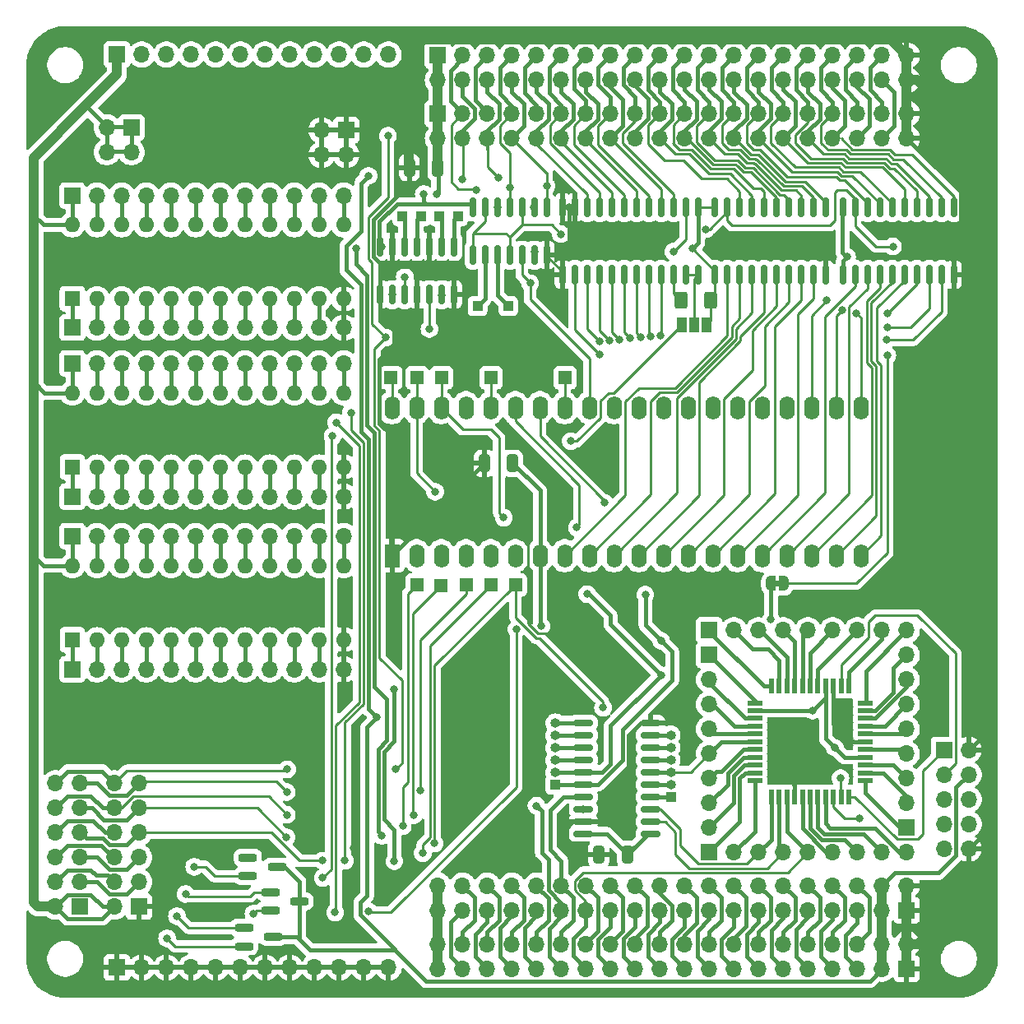
<source format=gbr>
%TF.GenerationSoftware,KiCad,Pcbnew,8.0.5-8.0.5-0~ubuntu22.04.1*%
%TF.CreationDate,2024-10-05T19:48:29+02:00*%
%TF.ProjectId,6809_CPU,36383039-5f43-4505-952e-6b696361645f,rev?*%
%TF.SameCoordinates,Original*%
%TF.FileFunction,Copper,L1,Top*%
%TF.FilePolarity,Positive*%
%FSLAX46Y46*%
G04 Gerber Fmt 4.6, Leading zero omitted, Abs format (unit mm)*
G04 Created by KiCad (PCBNEW 8.0.5-8.0.5-0~ubuntu22.04.1) date 2024-10-05 19:48:29*
%MOMM*%
%LPD*%
G01*
G04 APERTURE LIST*
G04 Aperture macros list*
%AMRoundRect*
0 Rectangle with rounded corners*
0 $1 Rounding radius*
0 $2 $3 $4 $5 $6 $7 $8 $9 X,Y pos of 4 corners*
0 Add a 4 corners polygon primitive as box body*
4,1,4,$2,$3,$4,$5,$6,$7,$8,$9,$2,$3,0*
0 Add four circle primitives for the rounded corners*
1,1,$1+$1,$2,$3*
1,1,$1+$1,$4,$5*
1,1,$1+$1,$6,$7*
1,1,$1+$1,$8,$9*
0 Add four rect primitives between the rounded corners*
20,1,$1+$1,$2,$3,$4,$5,0*
20,1,$1+$1,$4,$5,$6,$7,0*
20,1,$1+$1,$6,$7,$8,$9,0*
20,1,$1+$1,$8,$9,$2,$3,0*%
%AMFreePoly0*
4,1,19,0.500000,-0.750000,0.000000,-0.750000,0.000000,-0.744911,-0.071157,-0.744911,-0.207708,-0.704816,-0.327430,-0.627875,-0.420627,-0.520320,-0.479746,-0.390866,-0.500000,-0.250000,-0.500000,0.250000,-0.479746,0.390866,-0.420627,0.520320,-0.327430,0.627875,-0.207708,0.704816,-0.071157,0.744911,0.000000,0.744911,0.000000,0.750000,0.500000,0.750000,0.500000,-0.750000,0.500000,-0.750000,
$1*%
%AMFreePoly1*
4,1,19,0.000000,0.744911,0.071157,0.744911,0.207708,0.704816,0.327430,0.627875,0.420627,0.520320,0.479746,0.390866,0.500000,0.250000,0.500000,-0.250000,0.479746,-0.390866,0.420627,-0.520320,0.327430,-0.627875,0.207708,-0.704816,0.071157,-0.744911,0.000000,-0.744911,0.000000,-0.750000,-0.500000,-0.750000,-0.500000,0.750000,0.000000,0.750000,0.000000,0.744911,0.000000,0.744911,
$1*%
G04 Aperture macros list end*
%TA.AperFunction,EtchedComponent*%
%ADD10C,0.000000*%
%TD*%
%TA.AperFunction,SMDPad,CuDef*%
%ADD11R,1.000000X1.500000*%
%TD*%
%TA.AperFunction,SMDPad,CuDef*%
%ADD12RoundRect,0.250000X0.325000X0.650000X-0.325000X0.650000X-0.325000X-0.650000X0.325000X-0.650000X0*%
%TD*%
%TA.AperFunction,ComponentPad*%
%ADD13R,1.600000X1.600000*%
%TD*%
%TA.AperFunction,ComponentPad*%
%ADD14O,1.600000X1.600000*%
%TD*%
%TA.AperFunction,ComponentPad*%
%ADD15R,1.700000X1.700000*%
%TD*%
%TA.AperFunction,ComponentPad*%
%ADD16O,1.700000X1.700000*%
%TD*%
%TA.AperFunction,ComponentPad*%
%ADD17R,1.000000X1.000000*%
%TD*%
%TA.AperFunction,ComponentPad*%
%ADD18R,1.350000X1.350000*%
%TD*%
%TA.AperFunction,ComponentPad*%
%ADD19O,1.000000X1.000000*%
%TD*%
%TA.AperFunction,SMDPad,CuDef*%
%ADD20RoundRect,0.150000X0.150000X-0.837500X0.150000X0.837500X-0.150000X0.837500X-0.150000X-0.837500X0*%
%TD*%
%TA.AperFunction,SMDPad,CuDef*%
%ADD21RoundRect,0.200000X-0.750000X-0.200000X0.750000X-0.200000X0.750000X0.200000X-0.750000X0.200000X0*%
%TD*%
%TA.AperFunction,SMDPad,CuDef*%
%ADD22RoundRect,0.150000X0.837500X0.150000X-0.837500X0.150000X-0.837500X-0.150000X0.837500X-0.150000X0*%
%TD*%
%TA.AperFunction,ComponentPad*%
%ADD23R,1.600000X2.400000*%
%TD*%
%TA.AperFunction,ComponentPad*%
%ADD24O,1.600000X2.400000*%
%TD*%
%TA.AperFunction,SMDPad,CuDef*%
%ADD25RoundRect,0.150000X0.150000X-0.825000X0.150000X0.825000X-0.150000X0.825000X-0.150000X-0.825000X0*%
%TD*%
%TA.AperFunction,SMDPad,CuDef*%
%ADD26RoundRect,0.250000X0.400000X0.625000X-0.400000X0.625000X-0.400000X-0.625000X0.400000X-0.625000X0*%
%TD*%
%TA.AperFunction,SMDPad,CuDef*%
%ADD27R,0.550000X1.500000*%
%TD*%
%TA.AperFunction,SMDPad,CuDef*%
%ADD28R,1.500000X0.550000*%
%TD*%
%TA.AperFunction,SMDPad,CuDef*%
%ADD29FreePoly0,180.000000*%
%TD*%
%TA.AperFunction,SMDPad,CuDef*%
%ADD30FreePoly1,180.000000*%
%TD*%
%TA.AperFunction,SMDPad,CuDef*%
%ADD31RoundRect,0.150000X-0.150000X0.837500X-0.150000X-0.837500X0.150000X-0.837500X0.150000X0.837500X0*%
%TD*%
%TA.AperFunction,ViaPad*%
%ADD32C,0.800000*%
%TD*%
%TA.AperFunction,Conductor*%
%ADD33C,0.250000*%
%TD*%
%TA.AperFunction,Conductor*%
%ADD34C,0.400000*%
%TD*%
%TA.AperFunction,Conductor*%
%ADD35C,1.000000*%
%TD*%
G04 APERTURE END LIST*
D10*
%TA.AperFunction,EtchedComponent*%
%TO.C,JP20*%
G36*
X127560400Y-107671595D02*
G01*
X127060400Y-107671595D01*
X127060400Y-107071595D01*
X127560400Y-107071595D01*
X127560400Y-107671595D01*
G37*
%TD.AperFunction*%
%TD*%
D11*
%TO.P,JP8,1,A*%
%TO.N,+5V*%
X117450600Y-80777795D03*
%TO.P,JP8,2,C*%
%TO.N,Net-(JP8-C)*%
X118750600Y-80777795D03*
%TO.P,JP8,3,B*%
%TO.N,/Buffers/VBuffer*%
X120050600Y-80777795D03*
%TD*%
D12*
%TO.P,C5,1*%
%TO.N,+5V*%
X100077800Y-94996000D03*
%TO.P,C5,2*%
%TO.N,GND*%
X97127800Y-94996000D03*
%TD*%
D13*
%TO.P,J39,1,Pin_1*%
%TO.N,Net-(J38-Pin_1)*%
X54737000Y-113157000D03*
D14*
%TO.P,J39,2,Pin_2*%
%TO.N,Net-(J38-Pin_2)*%
X57277000Y-113157000D03*
%TO.P,J39,3,Pin_3*%
%TO.N,Net-(J38-Pin_3)*%
X59817000Y-113157000D03*
%TO.P,J39,4,Pin_4*%
%TO.N,Net-(J38-Pin_4)*%
X62357000Y-113157000D03*
%TO.P,J39,5,Pin_5*%
%TO.N,Net-(J38-Pin_5)*%
X64897000Y-113157000D03*
%TO.P,J39,6,Pin_6*%
%TO.N,Net-(J38-Pin_6)*%
X67437000Y-113157000D03*
%TO.P,J39,7,Pin_7*%
%TO.N,Net-(J38-Pin_7)*%
X69977000Y-113157000D03*
%TO.P,J39,8,Pin_8*%
%TO.N,Net-(J38-Pin_8)*%
X72517000Y-113157000D03*
%TO.P,J39,9,Pin_9*%
%TO.N,Net-(J38-Pin_9)*%
X75057000Y-113157000D03*
%TO.P,J39,10,Pin_10*%
%TO.N,Net-(J38-Pin_10)*%
X77597000Y-113157000D03*
%TO.P,J39,11,Pin_11*%
%TO.N,Net-(J38-Pin_11)*%
X80137000Y-113157000D03*
%TO.P,J39,12,Pin_12*%
%TO.N,GND*%
X82677000Y-113157000D03*
%TO.P,J39,13,Pin_13*%
%TO.N,Net-(J39-Pin_13)*%
X82677000Y-105537000D03*
%TO.P,J39,14,Pin_14*%
%TO.N,Net-(J39-Pin_14)*%
X80137000Y-105537000D03*
%TO.P,J39,15,Pin_15*%
%TO.N,Net-(J39-Pin_15)*%
X77597000Y-105537000D03*
%TO.P,J39,16,Pin_16*%
%TO.N,Net-(J39-Pin_16)*%
X75057000Y-105537000D03*
%TO.P,J39,17,Pin_17*%
%TO.N,Net-(J39-Pin_17)*%
X72517000Y-105537000D03*
%TO.P,J39,18,Pin_18*%
%TO.N,Net-(J39-Pin_18)*%
X69977000Y-105537000D03*
%TO.P,J39,19,Pin_19*%
%TO.N,Net-(J39-Pin_19)*%
X67437000Y-105537000D03*
%TO.P,J39,20,Pin_20*%
%TO.N,Net-(J39-Pin_20)*%
X64897000Y-105537000D03*
%TO.P,J39,21,Pin_21*%
%TO.N,Net-(J39-Pin_21)*%
X62357000Y-105537000D03*
%TO.P,J39,22,Pin_22*%
%TO.N,Net-(J39-Pin_22)*%
X59817000Y-105537000D03*
%TO.P,J39,23,Pin_23*%
%TO.N,Net-(J39-Pin_23)*%
X57277000Y-105537000D03*
%TO.P,J39,24,Pin_24*%
%TO.N,+5V*%
X54737000Y-105537000D03*
%TD*%
D15*
%TO.P,J8,1,Pin_1*%
%TO.N,/ZZ43*%
X120300000Y-135043000D03*
D16*
%TO.P,J8,2,Pin_2*%
%TO.N,/BA*%
X122840000Y-135043000D03*
%TO.P,J8,3,Pin_3*%
%TO.N,/PHI0_c*%
X125380000Y-135043000D03*
%TO.P,J8,4,Pin_4*%
%TO.N,/ZZ2*%
X127920000Y-135043000D03*
%TO.P,J8,5,Pin_5*%
%TO.N,/CLKF*%
X130460000Y-135043000D03*
%TO.P,J8,6,Pin_6*%
%TO.N,/ZZ5*%
X133000000Y-135043000D03*
%TO.P,J8,7,Pin_7*%
%TO.N,/ZZ6*%
X135540000Y-135043000D03*
%TO.P,J8,8,Pin_8*%
%TO.N,/ZZ7*%
X138080000Y-135043000D03*
%TO.P,J8,9,Pin_9*%
%TO.N,/ZZ8*%
X140620000Y-135043000D03*
%TD*%
D15*
%TO.P,J36,1,Pin_1*%
%TO.N,GND*%
X61595000Y-140627000D03*
D16*
%TO.P,J36,2,Pin_2*%
%TO.N,+5V*%
X59055000Y-140627000D03*
%TO.P,J36,3,Pin_3*%
%TO.N,/J36-3*%
X61595000Y-138087000D03*
%TO.P,J36,4,Pin_4*%
%TO.N,/J36-4*%
X59055000Y-138087000D03*
%TO.P,J36,5,Pin_5*%
%TO.N,/J36-5*%
X61595000Y-135547000D03*
%TO.P,J36,6,Pin_6*%
%TO.N,/J36-6*%
X59055000Y-135547000D03*
%TO.P,J36,7,Pin_7*%
%TO.N,/~{HALT}*%
X61595000Y-133007000D03*
%TO.P,J36,8,Pin_8*%
%TO.N,/J36-8*%
X59055000Y-133007000D03*
%TO.P,J36,9,Pin_9*%
%TO.N,/~{NMI}*%
X61595000Y-130467000D03*
%TO.P,J36,10,Pin_10*%
%TO.N,/~{IRQ}*%
X59055000Y-130467000D03*
%TO.P,J36,11,Pin_11*%
%TO.N,/~{FIRQ}*%
X61595000Y-127927000D03*
%TO.P,J36,12,Pin_12*%
%TO.N,/~{RST}*%
X59055000Y-127927000D03*
%TD*%
D17*
%TO.P,J13,1,Pin_1*%
%TO.N,Net-(J13-Pin_1)*%
X88702400Y-69550995D03*
%TD*%
D15*
%TO.P,J1,1,Pin_1*%
%TO.N,+5V*%
X92367000Y-53000000D03*
D16*
%TO.P,J1,2,Pin_2*%
X92367000Y-55540000D03*
%TO.P,J1,3,Pin_3*%
%TO.N,/Qe*%
X94907000Y-53000000D03*
%TO.P,J1,4,Pin_4*%
%TO.N,/Ee*%
X94907000Y-55540000D03*
%TO.P,J1,5,Pin_5*%
%TO.N,/~{IORD}*%
X97447000Y-53000000D03*
%TO.P,J1,6,Pin_6*%
%TO.N,/R{slash}~{W}_e*%
X97447000Y-55540000D03*
%TO.P,J1,7,Pin_7*%
%TO.N,/~{MRD}*%
X99987000Y-53000000D03*
%TO.P,J1,8,Pin_8*%
%TO.N,/~{MWR}*%
X99987000Y-55540000D03*
%TO.P,J1,9,Pin_9*%
%TO.N,/~{IOWR}*%
X102527000Y-53000000D03*
%TO.P,J1,10,Pin_10*%
%TO.N,/DB0*%
X102527000Y-55540000D03*
%TO.P,J1,11,Pin_11*%
%TO.N,/DB1*%
X105067000Y-53000000D03*
%TO.P,J1,12,Pin_12*%
%TO.N,/DB2*%
X105067000Y-55540000D03*
%TO.P,J1,13,Pin_13*%
%TO.N,/DB3*%
X107607000Y-53000000D03*
%TO.P,J1,14,Pin_14*%
%TO.N,/DB4*%
X107607000Y-55540000D03*
%TO.P,J1,15,Pin_15*%
%TO.N,/DB5*%
X110147000Y-53000000D03*
%TO.P,J1,16,Pin_16*%
%TO.N,/DB6*%
X110147000Y-55540000D03*
%TO.P,J1,17,Pin_17*%
%TO.N,/DB7*%
X112687000Y-53000000D03*
%TO.P,J1,18,Pin_18*%
%TO.N,/~{RST}*%
X112687000Y-55540000D03*
%TO.P,J1,19,Pin_19*%
%TO.N,/A0*%
X115227000Y-53000000D03*
%TO.P,J1,20,Pin_20*%
%TO.N,/A1*%
X115227000Y-55540000D03*
%TO.P,J1,21,Pin_21*%
%TO.N,/A2*%
X117767000Y-53000000D03*
%TO.P,J1,22,Pin_22*%
%TO.N,/A3*%
X117767000Y-55540000D03*
%TO.P,J1,23,Pin_23*%
%TO.N,/A4*%
X120307000Y-53000000D03*
%TO.P,J1,24,Pin_24*%
%TO.N,/A5*%
X120307000Y-55540000D03*
%TO.P,J1,25,Pin_25*%
%TO.N,/A6*%
X122847000Y-53000000D03*
%TO.P,J1,26,Pin_26*%
%TO.N,/A7*%
X122847000Y-55540000D03*
%TO.P,J1,27,Pin_27*%
%TO.N,/A8*%
X125387000Y-53000000D03*
%TO.P,J1,28,Pin_28*%
%TO.N,/A9*%
X125387000Y-55540000D03*
%TO.P,J1,29,Pin_29*%
%TO.N,/A10*%
X127927000Y-53000000D03*
%TO.P,J1,30,Pin_30*%
%TO.N,/A11*%
X127927000Y-55540000D03*
%TO.P,J1,31,Pin_31*%
%TO.N,/A12*%
X130467000Y-53000000D03*
%TO.P,J1,32,Pin_32*%
%TO.N,/A13*%
X130467000Y-55540000D03*
%TO.P,J1,33,Pin_33*%
%TO.N,/A14*%
X133007000Y-53000000D03*
%TO.P,J1,34,Pin_34*%
%TO.N,/A15*%
X133007000Y-55540000D03*
%TO.P,J1,35,Pin_35*%
%TO.N,/Bus/A16*%
X135547000Y-53000000D03*
%TO.P,J1,36,Pin_36*%
%TO.N,/Bus/A17*%
X135547000Y-55540000D03*
%TO.P,J1,37,Pin_37*%
%TO.N,/Bus/A18*%
X138087000Y-53000000D03*
%TO.P,J1,38,Pin_38*%
%TO.N,/Bus/A19*%
X138087000Y-55540000D03*
%TO.P,J1,39,Pin_39*%
%TO.N,GND*%
X140627000Y-53000000D03*
%TO.P,J1,40,Pin_40*%
X140627000Y-55540000D03*
%TD*%
D17*
%TO.P,J14,1,Pin_1*%
%TO.N,Net-(J14-Pin_1)*%
X94417400Y-69550995D03*
%TD*%
D18*
%TO.P,J9,1,Pin_1*%
%TO.N,/~{NMI}*%
X90201000Y-107523995D03*
%TD*%
D17*
%TO.P,J11,1,Pin_1*%
%TO.N,Net-(J11-Pin_1)*%
X96449400Y-78821995D03*
%TD*%
%TO.P,J31,1,Pin_1*%
%TO.N,/Buffers/Ec*%
X116337600Y-129317195D03*
D19*
%TO.P,J31,2,Pin_2*%
%TO.N,/Buffers/Qc*%
X116337600Y-128047195D03*
%TO.P,J31,3,Pin_3*%
%TO.N,/CLKCPUc*%
X116337600Y-126777195D03*
%TO.P,J31,4,Pin_4*%
%TO.N,Net-(J31-Pin_4)*%
X116337600Y-125507195D03*
%TO.P,J31,5,Pin_5*%
%TO.N,Net-(J31-Pin_5)*%
X116337600Y-124237195D03*
%TO.P,J31,6,Pin_6*%
%TO.N,Net-(J31-Pin_6)*%
X116337600Y-122967195D03*
%TD*%
D20*
%TO.P,U3,1,A->B*%
%TO.N,/Buffers/VBuffer*%
X134053172Y-75556218D03*
%TO.P,U3,2,A0*%
%TO.N,/CA8*%
X135323172Y-75556218D03*
%TO.P,U3,3,A1*%
%TO.N,/CA9*%
X136593172Y-75556218D03*
%TO.P,U3,4,A2*%
%TO.N,/CA10*%
X137863172Y-75556218D03*
%TO.P,U3,5,A3*%
%TO.N,/CA11*%
X139133172Y-75556218D03*
%TO.P,U3,6,A4*%
%TO.N,/CA12*%
X140403172Y-75556218D03*
%TO.P,U3,7,A5*%
%TO.N,/CA13*%
X141673172Y-75556218D03*
%TO.P,U3,8,A6*%
%TO.N,/CA14*%
X142943172Y-75556218D03*
%TO.P,U3,9,A7*%
%TO.N,/CA15*%
X144213172Y-75556218D03*
%TO.P,U3,10,GND*%
%TO.N,GND*%
X145483172Y-75556218D03*
%TO.P,U3,11,B7*%
%TO.N,/A15*%
X145483172Y-68631218D03*
%TO.P,U3,12,B6*%
%TO.N,/A14*%
X144213172Y-68631218D03*
%TO.P,U3,13,B5*%
%TO.N,/A13*%
X142943172Y-68631218D03*
%TO.P,U3,14,B4*%
%TO.N,/A12*%
X141673172Y-68631218D03*
%TO.P,U3,15,B3*%
%TO.N,/A11*%
X140403172Y-68631218D03*
%TO.P,U3,16,B2*%
%TO.N,/A10*%
X139133172Y-68631218D03*
%TO.P,U3,17,B1*%
%TO.N,/A9*%
X137863172Y-68631218D03*
%TO.P,U3,18,B0*%
%TO.N,/A8*%
X136593172Y-68631218D03*
%TO.P,U3,19,CE*%
%TO.N,/ZZ32*%
X135323172Y-68631218D03*
%TO.P,U3,20,VCC*%
%TO.N,/Buffers/VBuffer*%
X134053172Y-68631218D03*
%TD*%
D15*
%TO.P,J5,1,Pin_1*%
%TO.N,/ZZ33*%
X120300000Y-112183000D03*
D16*
%TO.P,J5,2,Pin_2*%
%TO.N,/ZZ32*%
X122840000Y-112183000D03*
%TO.P,J5,3,Pin_3*%
%TO.N,/ZZ31*%
X125380000Y-112183000D03*
%TO.P,J5,4,Pin_4*%
%TO.N,/ZZ30*%
X127920000Y-112183000D03*
%TO.P,J5,5,Pin_5*%
%TO.N,/ZZ29*%
X130460000Y-112183000D03*
%TO.P,J5,6,Pin_6*%
%TO.N,/ZZ28*%
X133000000Y-112183000D03*
%TO.P,J5,7,Pin_7*%
%TO.N,/ZZ27*%
X135540000Y-112183000D03*
%TO.P,J5,8,Pin_8*%
%TO.N,/ZZ23*%
X138080000Y-112183000D03*
%TO.P,J5,9,Pin_9*%
%TO.N,/ZZ22*%
X140620000Y-112183000D03*
%TD*%
D15*
%TO.P,J4,1,Pin_1*%
%TO.N,GND*%
X140627000Y-141000000D03*
D16*
%TO.P,J4,2,Pin_2*%
X140627000Y-138460000D03*
%TO.P,J4,3,Pin_3*%
%TO.N,+3V3*%
X138087000Y-141000000D03*
%TO.P,J4,4,Pin_4*%
X138087000Y-138460000D03*
%TO.P,J4,5,Pin_5*%
%TO.N,/Bus/~{CE_EXT1}*%
X135547000Y-141000000D03*
%TO.P,J4,6,Pin_6*%
%TO.N,/Bus/~{CE_EXT0}*%
X135547000Y-138460000D03*
%TO.P,J4,7,Pin_7*%
%TO.N,/Bus/~{CE_EXT3}*%
X133007000Y-141000000D03*
%TO.P,J4,8,Pin_8*%
%TO.N,/Bus/~{CE_EXT2}*%
X133007000Y-138460000D03*
%TO.P,J4,9,Pin_9*%
%TO.N,/Bus/~{CE_EXT5}*%
X130467000Y-141000000D03*
%TO.P,J4,10,Pin_10*%
%TO.N,/Bus/~{CE_EXT4}*%
X130467000Y-138460000D03*
%TO.P,J4,11,Pin_11*%
%TO.N,/Bus/~{CE_EXT7}*%
X127927000Y-141000000D03*
%TO.P,J4,12,Pin_12*%
%TO.N,/Bus/~{CE_EXT6}*%
X127927000Y-138460000D03*
%TO.P,J4,13,Pin_13*%
%TO.N,/Bus/~{CE_EXT9}*%
X125387000Y-141000000D03*
%TO.P,J4,14,Pin_14*%
%TO.N,/Bus/~{CE_EXT8}*%
X125387000Y-138460000D03*
%TO.P,J4,15,Pin_15*%
%TO.N,/Bus/~{CE_EXT11}*%
X122847000Y-141000000D03*
%TO.P,J4,16,Pin_16*%
%TO.N,/Bus/~{CE_EXT10}*%
X122847000Y-138460000D03*
%TO.P,J4,17,Pin_17*%
%TO.N,/Bus/~{CE_EXT13}*%
X120307000Y-141000000D03*
%TO.P,J4,18,Pin_18*%
%TO.N,/Bus/~{CE_EXT12}*%
X120307000Y-138460000D03*
%TO.P,J4,19,Pin_19*%
%TO.N,/Bus/RES4*%
X117767000Y-141000000D03*
%TO.P,J4,20,Pin_20*%
%TO.N,/Bus/RES5*%
X117767000Y-138460000D03*
%TO.P,J4,21,Pin_21*%
%TO.N,/Bus/RES2*%
X115227000Y-141000000D03*
%TO.P,J4,22,Pin_22*%
%TO.N,/Bus/RES3*%
X115227000Y-138460000D03*
%TO.P,J4,23,Pin_23*%
%TO.N,/RES0*%
X112687000Y-141000000D03*
%TO.P,J4,24,Pin_24*%
%TO.N,/RES1*%
X112687000Y-138460000D03*
%TO.P,J4,25,Pin_25*%
%TO.N,/Bus/CLK1*%
X110147000Y-141000000D03*
%TO.P,J4,26,Pin_26*%
%TO.N,/ZZ43*%
X110147000Y-138460000D03*
%TO.P,J4,27,Pin_27*%
%TO.N,/CLKF*%
X107607000Y-141000000D03*
%TO.P,J4,28,Pin_28*%
%TO.N,/CLKS*%
X107607000Y-138460000D03*
%TO.P,J4,29,Pin_29*%
%TO.N,/~{PHI0}*%
X105067000Y-141000000D03*
%TO.P,J4,30,Pin_30*%
%TO.N,/PHI0*%
X105067000Y-138460000D03*
%TO.P,J4,31,Pin_31*%
%TO.N,/Bus/SDA*%
X102527000Y-141000000D03*
%TO.P,J4,32,Pin_32*%
%TO.N,/Bus/SCL*%
X102527000Y-138460000D03*
%TO.P,J4,33,Pin_33*%
%TO.N,/Bus/TX1*%
X99987000Y-141000000D03*
%TO.P,J4,34,Pin_34*%
%TO.N,/Bus/RX1*%
X99987000Y-138460000D03*
%TO.P,J4,35,Pin_35*%
%TO.N,/Bus/TX0*%
X97447000Y-141000000D03*
%TO.P,J4,36,Pin_36*%
%TO.N,/Bus/RX0*%
X97447000Y-138460000D03*
%TO.P,J4,37,Pin_37*%
%TO.N,/Bus/TXSTM*%
X94907000Y-141000000D03*
%TO.P,J4,38,Pin_38*%
%TO.N,/Bus/RXSTM*%
X94907000Y-138460000D03*
%TO.P,J4,39,Pin_39*%
%TO.N,+5VA*%
X92367000Y-141000000D03*
%TO.P,J4,40,Pin_40*%
X92367000Y-138460000D03*
%TD*%
D13*
%TO.P,J25,1,Pin_1*%
%TO.N,Net-(J23-Pin_1)*%
X54737000Y-95377000D03*
D14*
%TO.P,J25,2,Pin_2*%
%TO.N,Net-(J23-Pin_2)*%
X57277000Y-95377000D03*
%TO.P,J25,3,Pin_3*%
%TO.N,Net-(J23-Pin_3)*%
X59817000Y-95377000D03*
%TO.P,J25,4,Pin_4*%
%TO.N,Net-(J23-Pin_4)*%
X62357000Y-95377000D03*
%TO.P,J25,5,Pin_5*%
%TO.N,Net-(J23-Pin_5)*%
X64897000Y-95377000D03*
%TO.P,J25,6,Pin_6*%
%TO.N,Net-(J23-Pin_6)*%
X67437000Y-95377000D03*
%TO.P,J25,7,Pin_7*%
%TO.N,Net-(J23-Pin_7)*%
X69977000Y-95377000D03*
%TO.P,J25,8,Pin_8*%
%TO.N,Net-(J23-Pin_8)*%
X72517000Y-95377000D03*
%TO.P,J25,9,Pin_9*%
%TO.N,Net-(J23-Pin_9)*%
X75057000Y-95377000D03*
%TO.P,J25,10,Pin_10*%
%TO.N,Net-(J23-Pin_10)*%
X77597000Y-95377000D03*
%TO.P,J25,11,Pin_11*%
%TO.N,Net-(J23-Pin_11)*%
X80137000Y-95377000D03*
%TO.P,J25,12,Pin_12*%
%TO.N,GND*%
X82677000Y-95377000D03*
%TO.P,J25,13,Pin_13*%
%TO.N,Net-(J25-Pin_13)*%
X82677000Y-87757000D03*
%TO.P,J25,14,Pin_14*%
%TO.N,Net-(J25-Pin_14)*%
X80137000Y-87757000D03*
%TO.P,J25,15,Pin_15*%
%TO.N,Net-(J25-Pin_15)*%
X77597000Y-87757000D03*
%TO.P,J25,16,Pin_16*%
%TO.N,Net-(J25-Pin_16)*%
X75057000Y-87757000D03*
%TO.P,J25,17,Pin_17*%
%TO.N,Net-(J25-Pin_17)*%
X72517000Y-87757000D03*
%TO.P,J25,18,Pin_18*%
%TO.N,Net-(J25-Pin_18)*%
X69977000Y-87757000D03*
%TO.P,J25,19,Pin_19*%
%TO.N,Net-(J25-Pin_19)*%
X67437000Y-87757000D03*
%TO.P,J25,20,Pin_20*%
%TO.N,Net-(J25-Pin_20)*%
X64897000Y-87757000D03*
%TO.P,J25,21,Pin_21*%
%TO.N,Net-(J25-Pin_21)*%
X62357000Y-87757000D03*
%TO.P,J25,22,Pin_22*%
%TO.N,Net-(J25-Pin_22)*%
X59817000Y-87757000D03*
%TO.P,J25,23,Pin_23*%
%TO.N,Net-(J25-Pin_23)*%
X57277000Y-87757000D03*
%TO.P,J25,24,Pin_24*%
%TO.N,+5V*%
X54737000Y-87757000D03*
%TD*%
D12*
%TO.P,C4,1*%
%TO.N,/Buffers/VBuffer*%
X111870800Y-135260795D03*
%TO.P,C4,2*%
%TO.N,GND*%
X108920800Y-135260795D03*
%TD*%
D21*
%TO.P,D9,1,A*%
%TO.N,/J36-3*%
X72399000Y-142814000D03*
%TO.P,D9,2,A*%
%TO.N,/J36-4*%
X72399000Y-144714000D03*
%TO.P,D9,3,K*%
%TO.N,+3V3*%
X75399000Y-143764000D03*
%TD*%
D22*
%TO.P,U21,1,A->B*%
%TO.N,/Buffers/VBuffer*%
X114271000Y-133127195D03*
%TO.P,U21,2,A0*%
%TO.N,/ZZ2*%
X114271000Y-131857195D03*
%TO.P,U21,3,A1*%
%TO.N,/PHI0_c*%
X114271000Y-130587195D03*
%TO.P,U21,4,A2*%
%TO.N,/Buffers/Ec*%
X114271000Y-129317195D03*
%TO.P,U21,5,A3*%
%TO.N,/Buffers/Qc*%
X114271000Y-128047195D03*
%TO.P,U21,6,A4*%
%TO.N,/CLKCPUc*%
X114271000Y-126777195D03*
%TO.P,U21,7,A5*%
%TO.N,Net-(J31-Pin_4)*%
X114271000Y-125507195D03*
%TO.P,U21,8,A6*%
%TO.N,Net-(J31-Pin_5)*%
X114271000Y-124237195D03*
%TO.P,U21,9,A7*%
%TO.N,Net-(J31-Pin_6)*%
X114271000Y-122967195D03*
%TO.P,U21,10,GND*%
%TO.N,GND*%
X114271000Y-121697195D03*
%TO.P,U21,11,B7*%
%TO.N,Net-(J30-Pin_6)*%
X107346000Y-121697195D03*
%TO.P,U21,12,B6*%
%TO.N,Net-(J30-Pin_5)*%
X107346000Y-122967195D03*
%TO.P,U21,13,B5*%
%TO.N,Net-(J30-Pin_4)*%
X107346000Y-124237195D03*
%TO.P,U21,14,B4*%
%TO.N,/CLKCPU*%
X107346000Y-125507195D03*
%TO.P,U21,15,B3*%
%TO.N,/Qcpu*%
X107346000Y-126777195D03*
%TO.P,U21,16,B2*%
%TO.N,/Ecpu*%
X107346000Y-128047195D03*
%TO.P,U21,17,B1*%
%TO.N,/PHI0*%
X107346000Y-129317195D03*
%TO.P,U21,18,B0*%
%TO.N,/~{PHI0}*%
X107346000Y-130587195D03*
%TO.P,U21,19,CE*%
%TO.N,GND*%
X107346000Y-131857195D03*
%TO.P,U21,20,VCC*%
%TO.N,/Buffers/VBuffer*%
X107346000Y-133127195D03*
%TD*%
D23*
%TO.P,U22,1,VSS*%
%TO.N,GND*%
X87635600Y-104501395D03*
D24*
%TO.P,U22,2,~{NMI}*%
%TO.N,/~{NMI}*%
X90175600Y-104501395D03*
%TO.P,U22,3,~{IRQ}*%
%TO.N,/~{IRQ}*%
X92715600Y-104501395D03*
%TO.P,U22,4,~{FIRQ}*%
%TO.N,/~{FIRQ}*%
X95255600Y-104501395D03*
%TO.P,U22,5,BS*%
%TO.N,/BS*%
X97795600Y-104501395D03*
%TO.P,U22,6,BA*%
%TO.N,/BA*%
X100335600Y-104501395D03*
%TO.P,U22,7,VCC*%
%TO.N,+5V*%
X102875600Y-104501395D03*
%TO.P,U22,8,A0*%
%TO.N,/CA0*%
X105415600Y-104501395D03*
%TO.P,U22,9,A1*%
%TO.N,/CA1*%
X107955600Y-104501395D03*
%TO.P,U22,10,A2*%
%TO.N,/CA2*%
X110495600Y-104501395D03*
%TO.P,U22,11,A3*%
%TO.N,/CA3*%
X113035600Y-104501395D03*
%TO.P,U22,12,A4*%
%TO.N,/CA4*%
X115575600Y-104501395D03*
%TO.P,U22,13,A5*%
%TO.N,/CA5*%
X118115600Y-104501395D03*
%TO.P,U22,14,A6*%
%TO.N,/CA6*%
X120655600Y-104501395D03*
%TO.P,U22,15,A7*%
%TO.N,/CA7*%
X123195600Y-104501395D03*
%TO.P,U22,16,A8*%
%TO.N,/CA8*%
X125735600Y-104501395D03*
%TO.P,U22,17,A9*%
%TO.N,/CA9*%
X128275600Y-104501395D03*
%TO.P,U22,18,A10*%
%TO.N,/CA10*%
X130815600Y-104501395D03*
%TO.P,U22,19,A11*%
%TO.N,/CA11*%
X133355600Y-104501395D03*
%TO.P,U22,20,A12*%
%TO.N,/CA12*%
X135895600Y-104501395D03*
%TO.P,U22,21,A13*%
%TO.N,/CA13*%
X135895600Y-89261395D03*
%TO.P,U22,22,A14*%
%TO.N,/CA14*%
X133355600Y-89261395D03*
%TO.P,U22,23,A15*%
%TO.N,/CA15*%
X130815600Y-89261395D03*
%TO.P,U22,24,D7*%
%TO.N,/CD7*%
X128275600Y-89261395D03*
%TO.P,U22,25,D6*%
%TO.N,/CD6*%
X125735600Y-89261395D03*
%TO.P,U22,26,D5*%
%TO.N,/CD5*%
X123195600Y-89261395D03*
%TO.P,U22,27,D4*%
%TO.N,/CD4*%
X120655600Y-89261395D03*
%TO.P,U22,28,D3*%
%TO.N,/CD3*%
X118115600Y-89261395D03*
%TO.P,U22,29,D2*%
%TO.N,/CD2*%
X115575600Y-89261395D03*
%TO.P,U22,30,D1*%
%TO.N,/CD1*%
X113035600Y-89261395D03*
%TO.P,U22,31,D0*%
%TO.N,/CD0*%
X110495600Y-89261395D03*
%TO.P,U22,32,R/~{W}*%
%TO.N,/R{slash}~{W}*%
X107955600Y-89261395D03*
%TO.P,U22,33,BUSY*%
%TO.N,/BUSY*%
X105415600Y-89261395D03*
%TO.P,U22,34,E*%
%TO.N,Net-(JP21-C)*%
X102875600Y-89261395D03*
%TO.P,U22,35,Q*%
%TO.N,Net-(JP22-C)*%
X100335600Y-89261395D03*
%TO.P,U22,36,AVMA*%
%TO.N,/AVMA*%
X97795600Y-89261395D03*
%TO.P,U22,37,~{RESET}*%
%TO.N,/~{RST}*%
X95255600Y-89261395D03*
%TO.P,U22,38,LIC*%
%TO.N,/P38*%
X92715600Y-89261395D03*
%TO.P,U22,39,TSC*%
%TO.N,/P39*%
X90175600Y-89261395D03*
%TO.P,U22,40,~{HALT}*%
%TO.N,/~{HALT}*%
X87635600Y-89261395D03*
%TD*%
D13*
%TO.P,J24,1,Pin_1*%
%TO.N,Net-(J22-Pin_1)*%
X54732000Y-78049000D03*
D14*
%TO.P,J24,2,Pin_2*%
%TO.N,Net-(J22-Pin_2)*%
X57272000Y-78049000D03*
%TO.P,J24,3,Pin_3*%
%TO.N,Net-(J22-Pin_3)*%
X59812000Y-78049000D03*
%TO.P,J24,4,Pin_4*%
%TO.N,Net-(J22-Pin_4)*%
X62352000Y-78049000D03*
%TO.P,J24,5,Pin_5*%
%TO.N,Net-(J22-Pin_5)*%
X64892000Y-78049000D03*
%TO.P,J24,6,Pin_6*%
%TO.N,Net-(J22-Pin_6)*%
X67432000Y-78049000D03*
%TO.P,J24,7,Pin_7*%
%TO.N,Net-(J22-Pin_7)*%
X69972000Y-78049000D03*
%TO.P,J24,8,Pin_8*%
%TO.N,Net-(J22-Pin_8)*%
X72512000Y-78049000D03*
%TO.P,J24,9,Pin_9*%
%TO.N,Net-(J22-Pin_9)*%
X75052000Y-78049000D03*
%TO.P,J24,10,Pin_10*%
%TO.N,Net-(J22-Pin_10)*%
X77592000Y-78049000D03*
%TO.P,J24,11,Pin_11*%
%TO.N,Net-(J22-Pin_11)*%
X80132000Y-78049000D03*
%TO.P,J24,12,Pin_12*%
%TO.N,GND*%
X82672000Y-78049000D03*
%TO.P,J24,13,Pin_13*%
%TO.N,Net-(J24-Pin_13)*%
X82672000Y-70429000D03*
%TO.P,J24,14,Pin_14*%
%TO.N,Net-(J24-Pin_14)*%
X80132000Y-70429000D03*
%TO.P,J24,15,Pin_15*%
%TO.N,Net-(J24-Pin_15)*%
X77592000Y-70429000D03*
%TO.P,J24,16,Pin_16*%
%TO.N,Net-(J24-Pin_16)*%
X75052000Y-70429000D03*
%TO.P,J24,17,Pin_17*%
%TO.N,Net-(J24-Pin_17)*%
X72512000Y-70429000D03*
%TO.P,J24,18,Pin_18*%
%TO.N,Net-(J24-Pin_18)*%
X69972000Y-70429000D03*
%TO.P,J24,19,Pin_19*%
%TO.N,Net-(J24-Pin_19)*%
X67432000Y-70429000D03*
%TO.P,J24,20,Pin_20*%
%TO.N,Net-(J24-Pin_20)*%
X64892000Y-70429000D03*
%TO.P,J24,21,Pin_21*%
%TO.N,Net-(J24-Pin_21)*%
X62352000Y-70429000D03*
%TO.P,J24,22,Pin_22*%
%TO.N,Net-(J24-Pin_22)*%
X59812000Y-70429000D03*
%TO.P,J24,23,Pin_23*%
%TO.N,Net-(J24-Pin_23)*%
X57272000Y-70429000D03*
%TO.P,J24,24,Pin_24*%
%TO.N,+5V*%
X54732000Y-70429000D03*
%TD*%
D18*
%TO.P,J32,1,Pin_1*%
%TO.N,/P39*%
X90201000Y-86187995D03*
%TD*%
%TO.P,J16,1,Pin_1*%
%TO.N,/~{IRQ}*%
X92690200Y-107549395D03*
%TD*%
D15*
%TO.P,J37,1,Pin_1*%
%TO.N,GND*%
X55540000Y-140627000D03*
D16*
%TO.P,J37,2,Pin_2*%
%TO.N,+5V*%
X53000000Y-140627000D03*
%TO.P,J37,3,Pin_3*%
%TO.N,/J36-3*%
X55540000Y-138087000D03*
%TO.P,J37,4,Pin_4*%
%TO.N,/J36-4*%
X53000000Y-138087000D03*
%TO.P,J37,5,Pin_5*%
%TO.N,/J36-5*%
X55540000Y-135547000D03*
%TO.P,J37,6,Pin_6*%
%TO.N,/J36-6*%
X53000000Y-135547000D03*
%TO.P,J37,7,Pin_7*%
%TO.N,/~{HALT}*%
X55540000Y-133007000D03*
%TO.P,J37,8,Pin_8*%
%TO.N,/J36-8*%
X53000000Y-133007000D03*
%TO.P,J37,9,Pin_9*%
%TO.N,/~{NMI}*%
X55540000Y-130467000D03*
%TO.P,J37,10,Pin_10*%
%TO.N,/~{IRQ}*%
X53000000Y-130467000D03*
%TO.P,J37,11,Pin_11*%
%TO.N,/~{FIRQ}*%
X55540000Y-127927000D03*
%TO.P,J37,12,Pin_12*%
%TO.N,/~{RST}*%
X53000000Y-127927000D03*
%TD*%
D17*
%TO.P,J15,1,Pin_1*%
%TO.N,Net-(J15-Pin_1)*%
X90607400Y-69550995D03*
%TD*%
D18*
%TO.P,J19,1,Pin_1*%
%TO.N,/BUSY*%
X105441000Y-86187995D03*
%TD*%
D15*
%TO.P,J40,1,Pin_1*%
%TO.N,+5V*%
X54737000Y-102489000D03*
D16*
%TO.P,J40,2,Pin_2*%
%TO.N,Net-(J39-Pin_23)*%
X57277000Y-102489000D03*
%TO.P,J40,3,Pin_3*%
%TO.N,Net-(J39-Pin_22)*%
X59817000Y-102489000D03*
%TO.P,J40,4,Pin_4*%
%TO.N,Net-(J39-Pin_21)*%
X62357000Y-102489000D03*
%TO.P,J40,5,Pin_5*%
%TO.N,Net-(J39-Pin_20)*%
X64897000Y-102489000D03*
%TO.P,J40,6,Pin_6*%
%TO.N,Net-(J39-Pin_19)*%
X67437000Y-102489000D03*
%TO.P,J40,7,Pin_7*%
%TO.N,Net-(J39-Pin_18)*%
X69977000Y-102489000D03*
%TO.P,J40,8,Pin_8*%
%TO.N,Net-(J39-Pin_17)*%
X72517000Y-102489000D03*
%TO.P,J40,9,Pin_9*%
%TO.N,Net-(J39-Pin_16)*%
X75057000Y-102489000D03*
%TO.P,J40,10,Pin_10*%
%TO.N,Net-(J39-Pin_15)*%
X77597000Y-102489000D03*
%TO.P,J40,11,Pin_11*%
%TO.N,Net-(J39-Pin_14)*%
X80137000Y-102489000D03*
%TO.P,J40,12,Pin_12*%
%TO.N,Net-(J39-Pin_13)*%
X82677000Y-102489000D03*
%TD*%
D15*
%TO.P,J23,1,Pin_1*%
%TO.N,Net-(J23-Pin_1)*%
X54737000Y-98425000D03*
D16*
%TO.P,J23,2,Pin_2*%
%TO.N,Net-(J23-Pin_2)*%
X57277000Y-98425000D03*
%TO.P,J23,3,Pin_3*%
%TO.N,Net-(J23-Pin_3)*%
X59817000Y-98425000D03*
%TO.P,J23,4,Pin_4*%
%TO.N,Net-(J23-Pin_4)*%
X62357000Y-98425000D03*
%TO.P,J23,5,Pin_5*%
%TO.N,Net-(J23-Pin_5)*%
X64897000Y-98425000D03*
%TO.P,J23,6,Pin_6*%
%TO.N,Net-(J23-Pin_6)*%
X67437000Y-98425000D03*
%TO.P,J23,7,Pin_7*%
%TO.N,Net-(J23-Pin_7)*%
X69977000Y-98425000D03*
%TO.P,J23,8,Pin_8*%
%TO.N,Net-(J23-Pin_8)*%
X72517000Y-98425000D03*
%TO.P,J23,9,Pin_9*%
%TO.N,Net-(J23-Pin_9)*%
X75057000Y-98425000D03*
%TO.P,J23,10,Pin_10*%
%TO.N,Net-(J23-Pin_10)*%
X77597000Y-98425000D03*
%TO.P,J23,11,Pin_11*%
%TO.N,Net-(J23-Pin_11)*%
X80137000Y-98425000D03*
%TO.P,J23,12,Pin_12*%
%TO.N,GND*%
X82677000Y-98425000D03*
%TD*%
D15*
%TO.P,J41,1,Pin_1*%
%TO.N,+5V*%
X60833000Y-60414000D03*
D16*
%TO.P,J41,2,Pin_2*%
X58293000Y-60414000D03*
%TO.P,J41,3,Pin_3*%
X60833000Y-62954000D03*
%TO.P,J41,4,Pin_4*%
X58293000Y-62954000D03*
%TD*%
D18*
%TO.P,J29,1,Pin_1*%
%TO.N,/AVMA*%
X97835000Y-86187995D03*
%TD*%
D15*
%TO.P,J20,1,Pin_1*%
%TO.N,GND*%
X59340000Y-146893995D03*
D16*
%TO.P,J20,2,Pin_2*%
X61880000Y-146893995D03*
%TO.P,J20,3,Pin_3*%
X64420000Y-146893995D03*
%TO.P,J20,4,Pin_4*%
X66960000Y-146893995D03*
%TO.P,J20,5,Pin_5*%
X69500000Y-146893995D03*
%TO.P,J20,6,Pin_6*%
X72040000Y-146893995D03*
%TO.P,J20,7,Pin_7*%
X74580000Y-146893995D03*
%TO.P,J20,8,Pin_8*%
X77120000Y-146893995D03*
%TO.P,J20,9,Pin_9*%
X79660000Y-146893995D03*
%TO.P,J20,10,Pin_10*%
X82200000Y-146893995D03*
%TO.P,J20,11,Pin_11*%
X84740000Y-146893995D03*
%TO.P,J20,12,Pin_12*%
X87280000Y-146893995D03*
%TD*%
D18*
%TO.P,J33,1,Pin_1*%
%TO.N,/~{HALT}*%
X87534000Y-86187995D03*
%TD*%
D15*
%TO.P,J2,1,Pin_1*%
%TO.N,GND*%
X140627000Y-147000000D03*
D16*
%TO.P,J2,2,Pin_2*%
X140627000Y-144460000D03*
%TO.P,J2,3,Pin_3*%
%TO.N,+3V3*%
X138087000Y-147000000D03*
%TO.P,J2,4,Pin_4*%
X138087000Y-144460000D03*
%TO.P,J2,5,Pin_5*%
%TO.N,/Bus/~{CE_EXT1}*%
X135547000Y-147000000D03*
%TO.P,J2,6,Pin_6*%
%TO.N,/Bus/~{CE_EXT0}*%
X135547000Y-144460000D03*
%TO.P,J2,7,Pin_7*%
%TO.N,/Bus/~{CE_EXT3}*%
X133007000Y-147000000D03*
%TO.P,J2,8,Pin_8*%
%TO.N,/Bus/~{CE_EXT2}*%
X133007000Y-144460000D03*
%TO.P,J2,9,Pin_9*%
%TO.N,/Bus/~{CE_EXT5}*%
X130467000Y-147000000D03*
%TO.P,J2,10,Pin_10*%
%TO.N,/Bus/~{CE_EXT4}*%
X130467000Y-144460000D03*
%TO.P,J2,11,Pin_11*%
%TO.N,/Bus/~{CE_EXT7}*%
X127927000Y-147000000D03*
%TO.P,J2,12,Pin_12*%
%TO.N,/Bus/~{CE_EXT6}*%
X127927000Y-144460000D03*
%TO.P,J2,13,Pin_13*%
%TO.N,/Bus/~{CE_EXT9}*%
X125387000Y-147000000D03*
%TO.P,J2,14,Pin_14*%
%TO.N,/Bus/~{CE_EXT8}*%
X125387000Y-144460000D03*
%TO.P,J2,15,Pin_15*%
%TO.N,/Bus/~{CE_EXT11}*%
X122847000Y-147000000D03*
%TO.P,J2,16,Pin_16*%
%TO.N,/Bus/~{CE_EXT10}*%
X122847000Y-144460000D03*
%TO.P,J2,17,Pin_17*%
%TO.N,/Bus/~{CE_EXT13}*%
X120307000Y-147000000D03*
%TO.P,J2,18,Pin_18*%
%TO.N,/Bus/~{CE_EXT12}*%
X120307000Y-144460000D03*
%TO.P,J2,19,Pin_19*%
%TO.N,/Bus/RES4*%
X117767000Y-147000000D03*
%TO.P,J2,20,Pin_20*%
%TO.N,/Bus/RES5*%
X117767000Y-144460000D03*
%TO.P,J2,21,Pin_21*%
%TO.N,/Bus/RES2*%
X115227000Y-147000000D03*
%TO.P,J2,22,Pin_22*%
%TO.N,/Bus/RES3*%
X115227000Y-144460000D03*
%TO.P,J2,23,Pin_23*%
%TO.N,/RES0*%
X112687000Y-147000000D03*
%TO.P,J2,24,Pin_24*%
%TO.N,/RES1*%
X112687000Y-144460000D03*
%TO.P,J2,25,Pin_25*%
%TO.N,/Bus/CLK1*%
X110147000Y-147000000D03*
%TO.P,J2,26,Pin_26*%
%TO.N,/ZZ43*%
X110147000Y-144460000D03*
%TO.P,J2,27,Pin_27*%
%TO.N,/CLKF*%
X107607000Y-147000000D03*
%TO.P,J2,28,Pin_28*%
%TO.N,/CLKS*%
X107607000Y-144460000D03*
%TO.P,J2,29,Pin_29*%
%TO.N,/~{PHI0}*%
X105067000Y-147000000D03*
%TO.P,J2,30,Pin_30*%
%TO.N,/PHI0*%
X105067000Y-144460000D03*
%TO.P,J2,31,Pin_31*%
%TO.N,/Bus/SDA*%
X102527000Y-147000000D03*
%TO.P,J2,32,Pin_32*%
%TO.N,/Bus/SCL*%
X102527000Y-144460000D03*
%TO.P,J2,33,Pin_33*%
%TO.N,/Bus/TX1*%
X99987000Y-147000000D03*
%TO.P,J2,34,Pin_34*%
%TO.N,/Bus/RX1*%
X99987000Y-144460000D03*
%TO.P,J2,35,Pin_35*%
%TO.N,/Bus/TX0*%
X97447000Y-147000000D03*
%TO.P,J2,36,Pin_36*%
%TO.N,/Bus/RX0*%
X97447000Y-144460000D03*
%TO.P,J2,37,Pin_37*%
%TO.N,/Bus/TXSTM*%
X94907000Y-147000000D03*
%TO.P,J2,38,Pin_38*%
%TO.N,/Bus/RXSTM*%
X94907000Y-144460000D03*
%TO.P,J2,39,Pin_39*%
%TO.N,+5VA*%
X92367000Y-147000000D03*
%TO.P,J2,40,Pin_40*%
X92367000Y-144460000D03*
%TD*%
D17*
%TO.P,J30,1,Pin_1*%
%TO.N,/Ecpu*%
X104450400Y-128097995D03*
D19*
%TO.P,J30,2,Pin_2*%
%TO.N,/Qcpu*%
X104450400Y-126827995D03*
%TO.P,J30,3,Pin_3*%
%TO.N,/CLKCPU*%
X104450400Y-125557995D03*
%TO.P,J30,4,Pin_4*%
%TO.N,Net-(J30-Pin_4)*%
X104450400Y-124287995D03*
%TO.P,J30,5,Pin_5*%
%TO.N,Net-(J30-Pin_5)*%
X104450400Y-123017995D03*
%TO.P,J30,6,Pin_6*%
%TO.N,Net-(J30-Pin_6)*%
X104450400Y-121747995D03*
%TD*%
D15*
%TO.P,J6,1,Pin_1*%
%TO.N,/ZZ12*%
X140620000Y-132503000D03*
D16*
%TO.P,J6,2,Pin_2*%
%TO.N,/ZZ13*%
X140620000Y-129963000D03*
%TO.P,J6,3,Pin_3*%
%TO.N,/ZZ14*%
X140620000Y-127423000D03*
%TO.P,J6,4,Pin_4*%
%TO.N,/ZZ16*%
X140620000Y-124883000D03*
%TO.P,J6,5,Pin_5*%
%TO.N,/ZZ18*%
X140620000Y-122343000D03*
%TO.P,J6,6,Pin_6*%
%TO.N,/ZZ19*%
X140620000Y-119803000D03*
%TO.P,J6,7,Pin_7*%
%TO.N,/ZZ20*%
X140620000Y-117263000D03*
%TO.P,J6,8,Pin_8*%
%TO.N,/ZZ21*%
X140620000Y-114723000D03*
%TD*%
D15*
%TO.P,J26,1,Pin_1*%
%TO.N,+5V*%
X54737000Y-67437000D03*
D16*
%TO.P,J26,2,Pin_2*%
%TO.N,Net-(J24-Pin_23)*%
X57277000Y-67437000D03*
%TO.P,J26,3,Pin_3*%
%TO.N,Net-(J24-Pin_22)*%
X59817000Y-67437000D03*
%TO.P,J26,4,Pin_4*%
%TO.N,Net-(J24-Pin_21)*%
X62357000Y-67437000D03*
%TO.P,J26,5,Pin_5*%
%TO.N,Net-(J24-Pin_20)*%
X64897000Y-67437000D03*
%TO.P,J26,6,Pin_6*%
%TO.N,Net-(J24-Pin_19)*%
X67437000Y-67437000D03*
%TO.P,J26,7,Pin_7*%
%TO.N,Net-(J24-Pin_18)*%
X69977000Y-67437000D03*
%TO.P,J26,8,Pin_8*%
%TO.N,Net-(J24-Pin_17)*%
X72517000Y-67437000D03*
%TO.P,J26,9,Pin_9*%
%TO.N,Net-(J24-Pin_16)*%
X75057000Y-67437000D03*
%TO.P,J26,10,Pin_10*%
%TO.N,Net-(J24-Pin_15)*%
X77597000Y-67437000D03*
%TO.P,J26,11,Pin_11*%
%TO.N,Net-(J24-Pin_14)*%
X80137000Y-67437000D03*
%TO.P,J26,12,Pin_12*%
%TO.N,Net-(J24-Pin_13)*%
X82677000Y-67437000D03*
%TD*%
D20*
%TO.P,U2,1,A->B*%
%TO.N,/Buffers/VBuffer*%
X120895972Y-75572418D03*
%TO.P,U2,2,A0*%
%TO.N,/CA0*%
X122165972Y-75572418D03*
%TO.P,U2,3,A1*%
%TO.N,/CA1*%
X123435972Y-75572418D03*
%TO.P,U2,4,A2*%
%TO.N,/CA2*%
X124705972Y-75572418D03*
%TO.P,U2,5,A3*%
%TO.N,/CA3*%
X125975972Y-75572418D03*
%TO.P,U2,6,A4*%
%TO.N,/CA4*%
X127245972Y-75572418D03*
%TO.P,U2,7,A5*%
%TO.N,/CA5*%
X128515972Y-75572418D03*
%TO.P,U2,8,A6*%
%TO.N,/CA6*%
X129785972Y-75572418D03*
%TO.P,U2,9,A7*%
%TO.N,/CA7*%
X131055972Y-75572418D03*
%TO.P,U2,10,GND*%
%TO.N,GND*%
X132325972Y-75572418D03*
%TO.P,U2,11,B7*%
%TO.N,/A7*%
X132325972Y-68647418D03*
%TO.P,U2,12,B6*%
%TO.N,/A6*%
X131055972Y-68647418D03*
%TO.P,U2,13,B5*%
%TO.N,/A5*%
X129785972Y-68647418D03*
%TO.P,U2,14,B4*%
%TO.N,/A4*%
X128515972Y-68647418D03*
%TO.P,U2,15,B3*%
%TO.N,/A3*%
X127245972Y-68647418D03*
%TO.P,U2,16,B2*%
%TO.N,/A2*%
X125975972Y-68647418D03*
%TO.P,U2,17,B1*%
%TO.N,/A1*%
X124705972Y-68647418D03*
%TO.P,U2,18,B0*%
%TO.N,/A0*%
X123435972Y-68647418D03*
%TO.P,U2,19,CE*%
%TO.N,/ZZ32*%
X122165972Y-68647418D03*
%TO.P,U2,20,VCC*%
%TO.N,/Buffers/VBuffer*%
X120895972Y-68647418D03*
%TD*%
D15*
%TO.P,J38,1,Pin_1*%
%TO.N,Net-(J38-Pin_1)*%
X54737000Y-116205000D03*
D16*
%TO.P,J38,2,Pin_2*%
%TO.N,Net-(J38-Pin_2)*%
X57277000Y-116205000D03*
%TO.P,J38,3,Pin_3*%
%TO.N,Net-(J38-Pin_3)*%
X59817000Y-116205000D03*
%TO.P,J38,4,Pin_4*%
%TO.N,Net-(J38-Pin_4)*%
X62357000Y-116205000D03*
%TO.P,J38,5,Pin_5*%
%TO.N,Net-(J38-Pin_5)*%
X64897000Y-116205000D03*
%TO.P,J38,6,Pin_6*%
%TO.N,Net-(J38-Pin_6)*%
X67437000Y-116205000D03*
%TO.P,J38,7,Pin_7*%
%TO.N,Net-(J38-Pin_7)*%
X69977000Y-116205000D03*
%TO.P,J38,8,Pin_8*%
%TO.N,Net-(J38-Pin_8)*%
X72517000Y-116205000D03*
%TO.P,J38,9,Pin_9*%
%TO.N,Net-(J38-Pin_9)*%
X75057000Y-116205000D03*
%TO.P,J38,10,Pin_10*%
%TO.N,Net-(J38-Pin_10)*%
X77597000Y-116205000D03*
%TO.P,J38,11,Pin_11*%
%TO.N,Net-(J38-Pin_11)*%
X80137000Y-116205000D03*
%TO.P,J38,12,Pin_12*%
%TO.N,GND*%
X82677000Y-116205000D03*
%TD*%
D25*
%TO.P,U9,1*%
%TO.N,GND*%
X86416400Y-77613995D03*
%TO.P,U9,2*%
%TO.N,/E*%
X87686400Y-77613995D03*
%TO.P,U9,3*%
%TO.N,/Ee*%
X88956400Y-77613995D03*
%TO.P,U9,4*%
%TO.N,GND*%
X90226400Y-77613995D03*
%TO.P,U9,5*%
%TO.N,/Q*%
X91496400Y-77613995D03*
%TO.P,U9,6*%
%TO.N,/Qe*%
X92766400Y-77613995D03*
%TO.P,U9,7,GND*%
%TO.N,GND*%
X94036400Y-77613995D03*
%TO.P,U9,8*%
%TO.N,Net-(J14-Pin_1)*%
X94036400Y-72663995D03*
%TO.P,U9,9*%
%TO.N,Net-(J12-Pin_1)*%
X92766400Y-72663995D03*
%TO.P,U9,10*%
%TO.N,GND*%
X91496400Y-72663995D03*
%TO.P,U9,11*%
%TO.N,Net-(J15-Pin_1)*%
X90226400Y-72663995D03*
%TO.P,U9,12*%
%TO.N,Net-(J13-Pin_1)*%
X88956400Y-72663995D03*
%TO.P,U9,13*%
%TO.N,GND*%
X87686400Y-72663995D03*
%TO.P,U9,14,VCC*%
%TO.N,/Buffers/VBuffer*%
X86416400Y-72663995D03*
%TD*%
D17*
%TO.P,J12,1,Pin_1*%
%TO.N,Net-(J12-Pin_1)*%
X92512400Y-69550995D03*
%TD*%
D18*
%TO.P,J28,1,Pin_1*%
%TO.N,/P38*%
X92741000Y-86187995D03*
%TD*%
D15*
%TO.P,J7,1,Pin_1*%
%TO.N,/ZZ34*%
X120300000Y-114723000D03*
D16*
%TO.P,J7,2,Pin_2*%
%TO.N,/R{slash}~{W}*%
X120300000Y-117263000D03*
%TO.P,J7,3,Pin_3*%
%TO.N,/Ec*%
X120300000Y-119803000D03*
%TO.P,J7,4,Pin_4*%
%TO.N,/Qc*%
X120300000Y-122343000D03*
%TO.P,J7,5,Pin_5*%
%TO.N,/CLKCPUc*%
X120300000Y-124883000D03*
%TO.P,J7,6,Pin_6*%
%TO.N,/ZZ40*%
X120300000Y-127423000D03*
%TO.P,J7,7,Pin_7*%
%TO.N,/ZZ41*%
X120300000Y-129963000D03*
%TO.P,J7,8,Pin_8*%
%TO.N,/ZZ42*%
X120300000Y-132503000D03*
%TD*%
D21*
%TO.P,D8,1,A*%
%TO.N,unconnected-(D8-A-Pad1)*%
X72795000Y-135575000D03*
%TO.P,D8,2,A*%
%TO.N,/J36-8*%
X72795000Y-137475000D03*
%TO.P,D8,3,K*%
%TO.N,+3V3*%
X75795000Y-136525000D03*
%TD*%
D17*
%TO.P,J10,1,Pin_1*%
%TO.N,Net-(J10-Pin_1)*%
X99624400Y-78821995D03*
%TD*%
D15*
%TO.P,J3,1,Pin_1*%
%TO.N,+5V*%
X92367000Y-59000000D03*
D16*
%TO.P,J3,2,Pin_2*%
X92367000Y-61540000D03*
%TO.P,J3,3,Pin_3*%
%TO.N,/Qe*%
X94907000Y-59000000D03*
%TO.P,J3,4,Pin_4*%
%TO.N,/Ee*%
X94907000Y-61540000D03*
%TO.P,J3,5,Pin_5*%
%TO.N,/~{IORD}*%
X97447000Y-59000000D03*
%TO.P,J3,6,Pin_6*%
%TO.N,/R{slash}~{W}_e*%
X97447000Y-61540000D03*
%TO.P,J3,7,Pin_7*%
%TO.N,/~{MRD}*%
X99987000Y-59000000D03*
%TO.P,J3,8,Pin_8*%
%TO.N,/~{MWR}*%
X99987000Y-61540000D03*
%TO.P,J3,9,Pin_9*%
%TO.N,/~{IOWR}*%
X102527000Y-59000000D03*
%TO.P,J3,10,Pin_10*%
%TO.N,/DB0*%
X102527000Y-61540000D03*
%TO.P,J3,11,Pin_11*%
%TO.N,/DB1*%
X105067000Y-59000000D03*
%TO.P,J3,12,Pin_12*%
%TO.N,/DB2*%
X105067000Y-61540000D03*
%TO.P,J3,13,Pin_13*%
%TO.N,/DB3*%
X107607000Y-59000000D03*
%TO.P,J3,14,Pin_14*%
%TO.N,/DB4*%
X107607000Y-61540000D03*
%TO.P,J3,15,Pin_15*%
%TO.N,/DB5*%
X110147000Y-59000000D03*
%TO.P,J3,16,Pin_16*%
%TO.N,/DB6*%
X110147000Y-61540000D03*
%TO.P,J3,17,Pin_17*%
%TO.N,/DB7*%
X112687000Y-59000000D03*
%TO.P,J3,18,Pin_18*%
%TO.N,/~{RST}*%
X112687000Y-61540000D03*
%TO.P,J3,19,Pin_19*%
%TO.N,/A0*%
X115227000Y-59000000D03*
%TO.P,J3,20,Pin_20*%
%TO.N,/A1*%
X115227000Y-61540000D03*
%TO.P,J3,21,Pin_21*%
%TO.N,/A2*%
X117767000Y-59000000D03*
%TO.P,J3,22,Pin_22*%
%TO.N,/A3*%
X117767000Y-61540000D03*
%TO.P,J3,23,Pin_23*%
%TO.N,/A4*%
X120307000Y-59000000D03*
%TO.P,J3,24,Pin_24*%
%TO.N,/A5*%
X120307000Y-61540000D03*
%TO.P,J3,25,Pin_25*%
%TO.N,/A6*%
X122847000Y-59000000D03*
%TO.P,J3,26,Pin_26*%
%TO.N,/A7*%
X122847000Y-61540000D03*
%TO.P,J3,27,Pin_27*%
%TO.N,/A8*%
X125387000Y-59000000D03*
%TO.P,J3,28,Pin_28*%
%TO.N,/A9*%
X125387000Y-61540000D03*
%TO.P,J3,29,Pin_29*%
%TO.N,/A10*%
X127927000Y-59000000D03*
%TO.P,J3,30,Pin_30*%
%TO.N,/A11*%
X127927000Y-61540000D03*
%TO.P,J3,31,Pin_31*%
%TO.N,/A12*%
X130467000Y-59000000D03*
%TO.P,J3,32,Pin_32*%
%TO.N,/A13*%
X130467000Y-61540000D03*
%TO.P,J3,33,Pin_33*%
%TO.N,/A14*%
X133007000Y-59000000D03*
%TO.P,J3,34,Pin_34*%
%TO.N,/A15*%
X133007000Y-61540000D03*
%TO.P,J3,35,Pin_35*%
%TO.N,/Bus/A16*%
X135547000Y-59000000D03*
%TO.P,J3,36,Pin_36*%
%TO.N,/Bus/A17*%
X135547000Y-61540000D03*
%TO.P,J3,37,Pin_37*%
%TO.N,/Bus/A18*%
X138087000Y-59000000D03*
%TO.P,J3,38,Pin_38*%
%TO.N,/Bus/A19*%
X138087000Y-61540000D03*
%TO.P,J3,39,Pin_39*%
%TO.N,GND*%
X140627000Y-59000000D03*
%TO.P,J3,40,Pin_40*%
X140627000Y-61540000D03*
%TD*%
D15*
%TO.P,J22,1,Pin_1*%
%TO.N,Net-(J22-Pin_1)*%
X54737000Y-81026000D03*
D16*
%TO.P,J22,2,Pin_2*%
%TO.N,Net-(J22-Pin_2)*%
X57277000Y-81026000D03*
%TO.P,J22,3,Pin_3*%
%TO.N,Net-(J22-Pin_3)*%
X59817000Y-81026000D03*
%TO.P,J22,4,Pin_4*%
%TO.N,Net-(J22-Pin_4)*%
X62357000Y-81026000D03*
%TO.P,J22,5,Pin_5*%
%TO.N,Net-(J22-Pin_5)*%
X64897000Y-81026000D03*
%TO.P,J22,6,Pin_6*%
%TO.N,Net-(J22-Pin_6)*%
X67437000Y-81026000D03*
%TO.P,J22,7,Pin_7*%
%TO.N,Net-(J22-Pin_7)*%
X69977000Y-81026000D03*
%TO.P,J22,8,Pin_8*%
%TO.N,Net-(J22-Pin_8)*%
X72517000Y-81026000D03*
%TO.P,J22,9,Pin_9*%
%TO.N,Net-(J22-Pin_9)*%
X75057000Y-81026000D03*
%TO.P,J22,10,Pin_10*%
%TO.N,Net-(J22-Pin_10)*%
X77597000Y-81026000D03*
%TO.P,J22,11,Pin_11*%
%TO.N,Net-(J22-Pin_11)*%
X80137000Y-81026000D03*
%TO.P,J22,12,Pin_12*%
%TO.N,GND*%
X82677000Y-81026000D03*
%TD*%
D21*
%TO.P,D10,1,A*%
%TO.N,/J36-6*%
X75105000Y-139131000D03*
%TO.P,D10,2,A*%
%TO.N,/J36-5*%
X75105000Y-141031000D03*
%TO.P,D10,3,K*%
%TO.N,+3V3*%
X78105000Y-140081000D03*
%TD*%
D18*
%TO.P,J17,1,Pin_1*%
%TO.N,/BS*%
X97871800Y-107498595D03*
%TD*%
D25*
%TO.P,U8,1*%
%TO.N,/ZZ32*%
X95941400Y-73549995D03*
%TO.P,U8,2*%
%TO.N,Net-(J11-Pin_1)*%
X97211400Y-73549995D03*
%TO.P,U8,3*%
%TO.N,Net-(J10-Pin_1)*%
X98481400Y-73549995D03*
%TO.P,U8,4*%
%TO.N,/ZZ32*%
X99751400Y-73549995D03*
%TO.P,U8,5*%
%TO.N,/R{slash}~{W}*%
X101021400Y-73549995D03*
%TO.P,U8,6*%
%TO.N,/R{slash}~{W}_e*%
X102291400Y-73549995D03*
%TO.P,U8,7,GND*%
%TO.N,GND*%
X103561400Y-73549995D03*
%TO.P,U8,8*%
%TO.N,/~{MWR}*%
X103561400Y-68599995D03*
%TO.P,U8,9*%
%TO.N,/ZZ33*%
X102291400Y-68599995D03*
%TO.P,U8,10*%
%TO.N,/ZZ32*%
X101021400Y-68599995D03*
%TO.P,U8,11*%
%TO.N,/~{MRD}*%
X99751400Y-68599995D03*
%TO.P,U8,12*%
%TO.N,/ZZ34*%
X98481400Y-68599995D03*
%TO.P,U8,13*%
%TO.N,/ZZ32*%
X97211400Y-68599995D03*
%TO.P,U8,14,VCC*%
%TO.N,/Buffers/VBuffer*%
X95941400Y-68599995D03*
%TD*%
D26*
%TO.P,R2,1*%
%TO.N,/Buffers/VBuffer*%
X120477800Y-78237795D03*
%TO.P,R2,2*%
%TO.N,/ZZ31*%
X117377800Y-78237795D03*
%TD*%
D18*
%TO.P,J18,1,Pin_1*%
%TO.N,/BA*%
X100361000Y-107498595D03*
%TD*%
D27*
%TO.P,U1,1,I/O/GCK3*%
%TO.N,/PHI0_c*%
X126689000Y-129348800D03*
%TO.P,U1,2,M15*%
%TO.N,/ZZ2*%
X127489000Y-129348800D03*
%TO.P,U1,3,M17*%
%TO.N,/CLKF*%
X128289000Y-129348800D03*
%TO.P,U1,4,GND*%
%TO.N,GND*%
X129089000Y-129348800D03*
%TO.P,U1,5,M2*%
%TO.N,/ZZ5*%
X129889000Y-129348800D03*
%TO.P,U1,6,M5*%
%TO.N,/ZZ6*%
X130689000Y-129348800D03*
%TO.P,U1,7,M8*%
%TO.N,/ZZ7*%
X131489000Y-129348800D03*
%TO.P,U1,8,M9*%
%TO.N,/ZZ8*%
X132289000Y-129348800D03*
%TO.P,U1,9,TDI*%
%TO.N,/TDI*%
X133089000Y-129348800D03*
%TO.P,U1,10,TMS*%
%TO.N,/TMS*%
X133889000Y-129348800D03*
%TO.P,U1,11,TCK*%
%TO.N,/TCK*%
X134689000Y-129348800D03*
D28*
%TO.P,U1,12,M11*%
%TO.N,/ZZ12*%
X136389000Y-127648800D03*
%TO.P,U1,13,M14*%
%TO.N,/ZZ13*%
X136389000Y-126848800D03*
%TO.P,U1,14,M15*%
%TO.N,/ZZ14*%
X136389000Y-126048800D03*
%TO.P,U1,15,VCC*%
%TO.N,+3V3*%
X136389000Y-125248800D03*
%TO.P,U1,16,M17*%
%TO.N,/ZZ16*%
X136389000Y-124448800D03*
%TO.P,U1,17,GND*%
%TO.N,GND*%
X136389000Y-123648800D03*
%TO.P,U1,18,M16*%
%TO.N,/ZZ18*%
X136389000Y-122848800D03*
%TO.P,U1,19,M2*%
%TO.N,/ZZ19*%
X136389000Y-122048800D03*
%TO.P,U1,20,M5*%
%TO.N,/ZZ20*%
X136389000Y-121248800D03*
%TO.P,U1,21,M8*%
%TO.N,/ZZ21*%
X136389000Y-120448800D03*
%TO.P,U1,22,M11*%
%TO.N,/ZZ22*%
X136389000Y-119648800D03*
D27*
%TO.P,U1,23,M14*%
%TO.N,/ZZ23*%
X134689000Y-117948800D03*
%TO.P,U1,24,TDO*%
%TO.N,/TDO*%
X133889000Y-117948800D03*
%TO.P,U1,25,GND*%
%TO.N,GND*%
X133089000Y-117948800D03*
%TO.P,U1,26,VCCIO*%
%TO.N,+3V3*%
X132289000Y-117948800D03*
%TO.P,U1,27,M15*%
%TO.N,/ZZ27*%
X131489000Y-117948800D03*
%TO.P,U1,28,M17*%
%TO.N,/ZZ28*%
X130689000Y-117948800D03*
%TO.P,U1,29,M2*%
%TO.N,/ZZ29*%
X129889000Y-117948800D03*
%TO.P,U1,30,M5*%
%TO.N,/ZZ30*%
X129089000Y-117948800D03*
%TO.P,U1,31,M6*%
%TO.N,/ZZ31*%
X128289000Y-117948800D03*
%TO.P,U1,32,M8*%
%TO.N,/ZZ32*%
X127489000Y-117948800D03*
%TO.P,U1,33,I/O/GSR*%
%TO.N,/ZZ33*%
X126689000Y-117948800D03*
D28*
%TO.P,U1,34,I/O/GTS2*%
%TO.N,/ZZ34*%
X124989000Y-119648800D03*
%TO.P,U1,35,VCC*%
%TO.N,+3V3*%
X124989000Y-120448800D03*
%TO.P,U1,36,I/O/GTS1*%
%TO.N,/R{slash}~{W}*%
X124989000Y-121248800D03*
%TO.P,U1,37,M15*%
%TO.N,/Ec*%
X124989000Y-122048800D03*
%TO.P,U1,38,M17*%
%TO.N,/Qc*%
X124989000Y-122848800D03*
%TO.P,U1,39,M1*%
%TO.N,/CLKCPUc*%
X124989000Y-123648800D03*
%TO.P,U1,40,M5*%
%TO.N,/ZZ40*%
X124989000Y-124448800D03*
%TO.P,U1,41,M6*%
%TO.N,/ZZ41*%
X124989000Y-125248800D03*
%TO.P,U1,42,M8*%
%TO.N,/ZZ42*%
X124989000Y-126048800D03*
%TO.P,U1,43,I/O/GCK1*%
%TO.N,/ZZ43*%
X124989000Y-126848800D03*
%TO.P,U1,44,I/O/GCK2*%
%TO.N,/BA*%
X124989000Y-127648800D03*
%TD*%
D29*
%TO.P,JP20,1,A*%
%TO.N,/DDIR*%
X127960400Y-107371595D03*
D30*
%TO.P,JP20,2,B*%
%TO.N,/R{slash}~{W}*%
X126660400Y-107371595D03*
%TD*%
D15*
%TO.P,J42,1,Pin_1*%
%TO.N,GND*%
X82931000Y-60706000D03*
D16*
%TO.P,J42,2,Pin_2*%
X80391000Y-60706000D03*
%TO.P,J42,3,Pin_3*%
X82931000Y-63246000D03*
%TO.P,J42,4,Pin_4*%
X80391000Y-63246000D03*
%TD*%
D18*
%TO.P,J27,1,Pin_1*%
%TO.N,/~{FIRQ}*%
X95281000Y-107523995D03*
%TD*%
D12*
%TO.P,C1,1*%
%TO.N,+5V*%
X92363600Y-64547195D03*
%TO.P,C1,2*%
%TO.N,GND*%
X89413600Y-64547195D03*
%TD*%
D15*
%TO.P,J35,1,Pin_1*%
%TO.N,+5V*%
X54737000Y-84709000D03*
D16*
%TO.P,J35,2,Pin_2*%
%TO.N,Net-(J25-Pin_23)*%
X57277000Y-84709000D03*
%TO.P,J35,3,Pin_3*%
%TO.N,Net-(J25-Pin_22)*%
X59817000Y-84709000D03*
%TO.P,J35,4,Pin_4*%
%TO.N,Net-(J25-Pin_21)*%
X62357000Y-84709000D03*
%TO.P,J35,5,Pin_5*%
%TO.N,Net-(J25-Pin_20)*%
X64897000Y-84709000D03*
%TO.P,J35,6,Pin_6*%
%TO.N,Net-(J25-Pin_19)*%
X67437000Y-84709000D03*
%TO.P,J35,7,Pin_7*%
%TO.N,Net-(J25-Pin_18)*%
X69977000Y-84709000D03*
%TO.P,J35,8,Pin_8*%
%TO.N,Net-(J25-Pin_17)*%
X72517000Y-84709000D03*
%TO.P,J35,9,Pin_9*%
%TO.N,Net-(J25-Pin_16)*%
X75057000Y-84709000D03*
%TO.P,J35,10,Pin_10*%
%TO.N,Net-(J25-Pin_15)*%
X77597000Y-84709000D03*
%TO.P,J35,11,Pin_11*%
%TO.N,Net-(J25-Pin_14)*%
X80137000Y-84709000D03*
%TO.P,J35,12,Pin_12*%
%TO.N,Net-(J25-Pin_13)*%
X82677000Y-84709000D03*
%TD*%
D15*
%TO.P,J34,1,Pin_1*%
%TO.N,/TCK*%
X144460000Y-124500000D03*
D16*
%TO.P,J34,2,Pin_2*%
%TO.N,GND*%
X147000000Y-124500000D03*
%TO.P,J34,3,Pin_3*%
%TO.N,/TDO*%
X144460000Y-127040000D03*
%TO.P,J34,4,Pin_4*%
%TO.N,+3V3*%
X147000000Y-127040000D03*
%TO.P,J34,5,Pin_5*%
%TO.N,/TMS*%
X144460000Y-129580000D03*
%TO.P,J34,6,Pin_6*%
%TO.N,unconnected-(J34-Pin_6-Pad6)*%
X147000000Y-129580000D03*
%TO.P,J34,7,Pin_7*%
%TO.N,unconnected-(J34-Pin_7-Pad7)*%
X144460000Y-132120000D03*
%TO.P,J34,8,Pin_8*%
%TO.N,unconnected-(J34-Pin_8-Pad8)*%
X147000000Y-132120000D03*
%TO.P,J34,9,Pin_9*%
%TO.N,/TDI*%
X144460000Y-134660000D03*
%TO.P,J34,10,Pin_10*%
%TO.N,GND*%
X147000000Y-134660000D03*
%TD*%
D15*
%TO.P,J21,1,Pin_1*%
%TO.N,+5V*%
X59340000Y-52913995D03*
D16*
%TO.P,J21,2,Pin_2*%
X61880000Y-52913995D03*
%TO.P,J21,3,Pin_3*%
X64420000Y-52913995D03*
%TO.P,J21,4,Pin_4*%
X66960000Y-52913995D03*
%TO.P,J21,5,Pin_5*%
X69500000Y-52913995D03*
%TO.P,J21,6,Pin_6*%
X72040000Y-52913995D03*
%TO.P,J21,7,Pin_7*%
X74580000Y-52913995D03*
%TO.P,J21,8,Pin_8*%
X77120000Y-52913995D03*
%TO.P,J21,9,Pin_9*%
X79660000Y-52913995D03*
%TO.P,J21,10,Pin_10*%
X82200000Y-52913995D03*
%TO.P,J21,11,Pin_11*%
X84740000Y-52913995D03*
%TO.P,J21,12,Pin_12*%
X87280000Y-52913995D03*
%TD*%
D31*
%TO.P,U5,1,VCCA*%
%TO.N,/Buffers/VBuffer*%
X119168772Y-68663618D03*
%TO.P,U5,2,A->B*%
%TO.N,/DDIR*%
X117898772Y-68663618D03*
%TO.P,U5,3,A0*%
%TO.N,/DB7*%
X116628772Y-68663618D03*
%TO.P,U5,4,A1*%
%TO.N,/DB6*%
X115358772Y-68663618D03*
%TO.P,U5,5,A2*%
%TO.N,/DB5*%
X114088772Y-68663618D03*
%TO.P,U5,6,A3*%
%TO.N,/DB4*%
X112818772Y-68663618D03*
%TO.P,U5,7,A4*%
%TO.N,/DB3*%
X111548772Y-68663618D03*
%TO.P,U5,8,A5*%
%TO.N,/DB2*%
X110278772Y-68663618D03*
%TO.P,U5,9,A6*%
%TO.N,/DB1*%
X109008772Y-68663618D03*
%TO.P,U5,10,A7*%
%TO.N,/DB0*%
X107738772Y-68663618D03*
%TO.P,U5,11,GND*%
%TO.N,GND*%
X106468772Y-68663618D03*
%TO.P,U5,12,GND*%
X105198772Y-68663618D03*
%TO.P,U5,13,GND*%
X105198772Y-75588618D03*
%TO.P,U5,14,B7*%
%TO.N,/CD0*%
X106468772Y-75588618D03*
%TO.P,U5,15,B6*%
%TO.N,/CD1*%
X107738772Y-75588618D03*
%TO.P,U5,16,B5*%
%TO.N,/CD2*%
X109008772Y-75588618D03*
%TO.P,U5,17,B4*%
%TO.N,/CD3*%
X110278772Y-75588618D03*
%TO.P,U5,18,B3*%
%TO.N,/CD4*%
X111548772Y-75588618D03*
%TO.P,U5,19,B2*%
%TO.N,/CD5*%
X112818772Y-75588618D03*
%TO.P,U5,20,B1*%
%TO.N,/CD6*%
X114088772Y-75588618D03*
%TO.P,U5,21,B0*%
%TO.N,/CD7*%
X115358772Y-75588618D03*
%TO.P,U5,22,CE*%
%TO.N,/ZZ31*%
X116628772Y-75588618D03*
%TO.P,U5,23,VCCB*%
%TO.N,Net-(JP8-C)*%
X117898772Y-75588618D03*
%TO.P,U5,24,VCCB*%
X119168772Y-75588618D03*
%TD*%
D32*
%TO.N,/~{RST}*%
X88010998Y-126492000D03*
X76861000Y-126492000D03*
X86955990Y-82041995D03*
X87223600Y-61264800D03*
%TO.N,GND*%
X66167000Y-109220000D03*
X107188000Y-94234000D03*
X79629000Y-127762000D03*
X106071400Y-112959595D03*
X129799597Y-73081585D03*
X95250000Y-116840000D03*
X95123000Y-100711000D03*
X79375000Y-123825000D03*
X74295000Y-91682000D03*
X79248000Y-134620000D03*
X147193000Y-93726000D03*
X97917000Y-126873000D03*
X89413600Y-64547195D03*
X79502000Y-132334000D03*
X79502000Y-129921000D03*
X141859000Y-101092000D03*
X59309000Y-91682000D03*
X141732000Y-93726000D03*
X109601000Y-113538000D03*
X87686400Y-74758003D03*
X97127784Y-94996008D03*
X127285000Y-124581792D03*
X100457000Y-130556000D03*
X102870000Y-95250000D03*
X108920800Y-135260795D03*
X74422000Y-109220000D03*
X141986000Y-84709000D03*
X65151000Y-57658000D03*
X105847400Y-68663618D03*
X140589000Y-107569000D03*
X92506800Y-51339195D03*
X137433176Y-73743618D03*
X58039000Y-119761000D03*
X109728000Y-116459000D03*
X83312000Y-138303000D03*
X55753000Y-91682000D03*
X74676000Y-57658000D03*
X104775000Y-97409000D03*
X90297000Y-83693000D03*
X67183000Y-119888000D03*
X90627200Y-51339195D03*
X143891000Y-117475000D03*
X58420000Y-109220000D03*
X91643200Y-51339195D03*
X65532000Y-61849000D03*
X102108000Y-85852000D03*
X93091000Y-94234000D03*
X83693000Y-134620000D03*
X133762000Y-122520800D03*
X98425000Y-83947000D03*
X89789000Y-98044000D03*
X74930000Y-62357000D03*
X100711000Y-98171000D03*
X143510000Y-114935000D03*
X67564000Y-123571000D03*
X146812000Y-84963000D03*
X61595000Y-123317000D03*
%TO.N,+5V*%
X87884000Y-118237000D03*
X106045000Y-92710000D03*
X87884000Y-135939000D03*
X102997000Y-111760000D03*
X100077802Y-94995999D03*
X92216800Y-67264995D03*
%TO.N,/CD0*%
X108997000Y-83774995D03*
%TO.N,/CD1*%
X109013386Y-82476341D03*
%TO.N,/CD2*%
X110013000Y-82377995D03*
%TO.N,/CD3*%
X111029000Y-82250995D03*
%TO.N,/CD4*%
X112172000Y-82123995D03*
%TO.N,/CD5*%
X113221272Y-81980112D03*
%TO.N,/CD6*%
X114268931Y-81909990D03*
%TO.N,/CD7*%
X115314854Y-81817525D03*
%TO.N,/CA13*%
X138613400Y-79533195D03*
X135438400Y-79533195D03*
%TO.N,/CA14*%
X133969853Y-79182248D03*
X138613400Y-80980995D03*
%TO.N,/CA15*%
X138562600Y-82276395D03*
X132390400Y-78212395D03*
%TO.N,/TDI*%
X135737600Y-131521200D03*
%TO.N,/TMS*%
X133807200Y-127406400D03*
%TO.N,+3V3*%
X86106000Y-121157998D03*
X133230202Y-124275002D03*
X85217000Y-65405000D03*
X130939000Y-120448800D03*
%TO.N,/DDIR*%
X138638800Y-83876595D03*
X116591600Y-73208595D03*
%TO.N,/~{MWR}*%
X103561400Y-66452195D03*
%TO.N,/~{MRD}*%
X99751400Y-66579195D03*
%TO.N,/R{slash}~{W}_e*%
X102291400Y-73233995D03*
X98608400Y-65616995D03*
%TO.N,/R{slash}~{W}*%
X126650000Y-111079995D03*
X101859600Y-76459795D03*
%TO.N,/~{NMI}*%
X76784800Y-133502400D03*
X88747000Y-132334000D03*
%TO.N,/~{IRQ}*%
X89916000Y-131191000D03*
X76809600Y-131165600D03*
%TO.N,/~{FIRQ}*%
X90551000Y-128651000D03*
X76809600Y-128828800D03*
%TO.N,/~{HALT}*%
X83439000Y-89789000D03*
X80518000Y-135890000D03*
X82803994Y-135890000D03*
%TO.N,/BS*%
X90805000Y-135128000D03*
%TO.N,/BA*%
X92030000Y-134112000D03*
X109372400Y-120142000D03*
%TO.N,/BUSY*%
X80518002Y-137668001D03*
X81528200Y-92202004D03*
%TO.N,/Q*%
X91490800Y-81178400D03*
%TO.N,/E*%
X87686400Y-77613995D03*
%TO.N,Net-(JP21-C)*%
X109524800Y-99060000D03*
%TO.N,Net-(JP22-C)*%
X106680000Y-101600000D03*
%TO.N,/P38*%
X99141800Y-100584000D03*
%TO.N,/P39*%
X92075000Y-97917000D03*
%TO.N,/LIC*%
X85217000Y-141097000D03*
X100441800Y-112070595D03*
%TO.N,/AVMA*%
X81788000Y-141224000D03*
X81889600Y-90779600D03*
%TO.N,/Qe*%
X92766400Y-77678995D03*
X96349300Y-66852800D03*
%TO.N,/Ee*%
X94900000Y-65766395D03*
X88956400Y-75799395D03*
%TO.N,/~{PHI0}*%
X107346000Y-130587195D03*
X102514400Y-130251200D03*
%TO.N,/Ecpu*%
X115347000Y-113244995D03*
X113720402Y-108508800D03*
%TO.N,/Qcpu*%
X107725998Y-108458000D03*
X115347000Y-116794995D03*
%TO.N,/Buffers/VBuffer*%
X86556400Y-72663995D03*
X111870800Y-135260795D03*
X83913041Y-72864041D03*
X134483174Y-73743618D03*
X86598187Y-133337161D03*
X118586064Y-72891618D03*
X90916800Y-67264995D03*
%TO.N,/ZZ31*%
X117429800Y-78161595D03*
%TO.N,/ZZ33*%
X102235200Y-68599995D03*
%TO.N,/ZZ32*%
X105029597Y-71400192D03*
X139210403Y-72675189D03*
X119968772Y-70881157D03*
%TO.N,/ZZ34*%
X98481400Y-68599995D03*
%TO.N,/J36-8*%
X67284000Y-136525000D03*
%TO.N,/J36-4*%
X64490000Y-143891000D03*
%TO.N,/J36-6*%
X66395000Y-139319000D03*
%TO.N,/J36-5*%
X73380000Y-141351000D03*
%TO.N,/J36-3*%
X65506000Y-141605000D03*
%TD*%
D33*
%TO.N,/~{RST}*%
X85598000Y-80684005D02*
X86955990Y-82041995D01*
X60363000Y-126619000D02*
X59055000Y-127927000D01*
X85191400Y-69671005D02*
X85191400Y-73938431D01*
X85191400Y-73938431D02*
X85598000Y-74345031D01*
D34*
X112687000Y-61540000D02*
X112687000Y-60807767D01*
D33*
X86360000Y-115049000D02*
X88659000Y-117348000D01*
X85835000Y-91102010D02*
X86360000Y-91627010D01*
X88659000Y-125843998D02*
X88010998Y-126492000D01*
X87223600Y-67638805D02*
X85191400Y-69671005D01*
X87223600Y-61264800D02*
X87223600Y-67638805D01*
D34*
X113977000Y-57436600D02*
X112687000Y-56146600D01*
X54250000Y-126677000D02*
X57805000Y-126677000D01*
D33*
X85598000Y-74345031D02*
X85598000Y-80684005D01*
X76861000Y-126492000D02*
X76734000Y-126619000D01*
D34*
X57805000Y-126677000D02*
X59055000Y-127927000D01*
X53000000Y-127927000D02*
X54250000Y-126677000D01*
D33*
X86360000Y-91627010D02*
X86360000Y-115049000D01*
X86955990Y-82041995D02*
X85835000Y-83162985D01*
D34*
X113977000Y-59517767D02*
X113977000Y-57436600D01*
X112687000Y-56146600D02*
X112687000Y-55540000D01*
D33*
X85835000Y-83162985D02*
X85835000Y-91102010D01*
D34*
X112687000Y-60807767D02*
X113977000Y-59517767D01*
D33*
X76734000Y-126619000D02*
X60363000Y-126619000D01*
X88659000Y-117348000D02*
X88659000Y-125843998D01*
D34*
%TO.N,GND*%
X129089000Y-129348800D02*
X129089000Y-126385792D01*
D35*
X89388200Y-52242200D02*
X90291205Y-51339195D01*
D34*
X90734400Y-74757995D02*
X91496400Y-73995995D01*
D33*
X105611904Y-112500099D02*
X102641083Y-112500099D01*
D34*
X91496400Y-73995995D02*
X91496400Y-72663995D01*
X87503000Y-104368795D02*
X87635600Y-104501395D01*
D35*
X89388200Y-56261000D02*
X89388200Y-52242200D01*
D34*
X87806000Y-81329000D02*
X87806000Y-82882000D01*
X97127800Y-94996000D02*
X87635600Y-104488200D01*
D33*
X101660395Y-111519411D02*
X101660395Y-102422395D01*
D34*
X111968800Y-122967195D02*
X113238800Y-121697195D01*
D35*
X139002195Y-51339195D02*
X140620000Y-52957000D01*
X90291205Y-51339195D02*
X92506800Y-51339195D01*
D34*
X86360000Y-90884548D02*
X87503000Y-92027548D01*
X136389000Y-123648800D02*
X134890000Y-123648800D01*
D33*
X105198772Y-75588618D02*
X105198772Y-75278818D01*
D34*
X105127200Y-132960016D02*
X105127200Y-133956395D01*
X107346000Y-131857195D02*
X106230021Y-131857195D01*
X105127200Y-133956395D02*
X106431600Y-135260795D01*
X87806000Y-82882000D02*
X86360000Y-84328000D01*
X82677000Y-78105000D02*
X82677000Y-81153000D01*
X87686400Y-74757995D02*
X87686400Y-74758003D01*
X132325972Y-73769018D02*
X131638539Y-73081585D01*
X140620000Y-61497000D02*
X146183172Y-67060172D01*
D35*
X89388200Y-64496395D02*
X89388200Y-56261000D01*
X149500000Y-63317995D02*
X141679005Y-55497000D01*
D34*
X89388200Y-56261000D02*
X84943200Y-60706000D01*
D35*
X140627000Y-53000000D02*
X140627000Y-61540000D01*
D34*
X86416400Y-76027995D02*
X87686400Y-74757995D01*
X89464400Y-74757995D02*
X90734400Y-74757995D01*
D35*
X140627000Y-138460000D02*
X140627000Y-147000000D01*
D34*
X132325972Y-75436218D02*
X132325972Y-73769018D01*
X113238800Y-121697195D02*
X114271000Y-121697195D01*
X82677000Y-95377000D02*
X82677000Y-98425000D01*
D33*
X97127784Y-100175784D02*
X97127784Y-94996008D01*
D34*
X86416400Y-77613995D02*
X86416400Y-74420969D01*
X133089000Y-117948800D02*
X133089000Y-121847800D01*
D33*
X102641083Y-112500099D02*
X101660395Y-111519411D01*
D34*
X86360000Y-84328000D02*
X86360000Y-90884548D01*
X145025972Y-73743618D02*
X137433176Y-73743618D01*
X146183172Y-72586418D02*
X145025972Y-73743618D01*
X85716400Y-69888467D02*
X89413600Y-66191267D01*
X149500000Y-122000000D02*
X149500000Y-121716800D01*
X86416400Y-77613995D02*
X86416400Y-79939400D01*
D35*
X141679005Y-55497000D02*
X140620000Y-55497000D01*
D34*
X86416400Y-79939400D02*
X87806000Y-81329000D01*
X87503000Y-92027548D02*
X87503000Y-104368795D01*
D35*
X149500000Y-136743995D02*
X149500000Y-131978400D01*
D33*
X98806000Y-101854000D02*
X97127784Y-100175784D01*
D34*
X86416400Y-74420969D02*
X85716400Y-73720969D01*
X133089000Y-121847800D02*
X133762000Y-122520800D01*
X90226400Y-75519995D02*
X90226400Y-77613995D01*
X104469600Y-73570395D02*
X105847400Y-72192595D01*
D33*
X106468772Y-68663618D02*
X105198772Y-68663618D01*
D34*
X145483172Y-75556218D02*
X145483172Y-74200818D01*
X93147400Y-74757995D02*
X94036400Y-75646995D01*
D33*
X105198772Y-75278818D02*
X103522372Y-73602418D01*
D34*
X89464400Y-74757995D02*
X90226400Y-75519995D01*
X127832008Y-125128800D02*
X127285000Y-124581792D01*
X129089000Y-126385792D02*
X127285000Y-124581792D01*
D33*
X106071400Y-112959595D02*
X105611904Y-112500099D01*
D34*
X147000000Y-124500000D02*
X149500000Y-122000000D01*
D35*
X141740995Y-144503000D02*
X149500000Y-136743995D01*
D34*
X106230021Y-131857195D02*
X105127200Y-132960016D01*
X85716400Y-73720969D02*
X85716400Y-69888467D01*
X90734400Y-74757995D02*
X93147400Y-74757995D01*
X146183172Y-67060172D02*
X146183172Y-72586418D01*
X82677000Y-116205000D02*
X82677000Y-113157000D01*
D35*
X149500000Y-121716800D02*
X149500000Y-63317995D01*
D34*
X89413600Y-66191267D02*
X89413600Y-64547195D01*
X111968800Y-129317195D02*
X111968800Y-122967195D01*
X105847400Y-72192595D02*
X105847400Y-68663618D01*
X86416400Y-77613995D02*
X86416400Y-76027995D01*
X84943200Y-60706000D02*
X82931000Y-60706000D01*
X107346000Y-131857195D02*
X109428800Y-131857195D01*
X147000000Y-134660000D02*
X149500000Y-132160000D01*
X87686400Y-74757995D02*
X87686400Y-72663995D01*
X103591800Y-73570395D02*
X104469600Y-73570395D01*
X87686400Y-74757995D02*
X89464400Y-74757995D01*
X106431600Y-135260795D02*
X108920800Y-135260795D01*
D35*
X92506800Y-51339195D02*
X139002195Y-51339195D01*
D34*
X134890000Y-123648800D02*
X133762000Y-122520800D01*
D33*
X101660395Y-102422395D02*
X101092000Y-101854000D01*
D34*
X87635600Y-104488200D02*
X87635600Y-104501395D01*
X131638539Y-73081585D02*
X129799597Y-73081585D01*
D35*
X149500000Y-131978400D02*
X149500000Y-121716800D01*
D34*
X149500000Y-132160000D02*
X149500000Y-131978400D01*
D33*
X105198772Y-68663618D02*
X105847400Y-68663618D01*
D35*
X140620000Y-144503000D02*
X141740995Y-144503000D01*
D34*
X109428800Y-131857195D02*
X111968800Y-129317195D01*
D33*
X101092000Y-101854000D02*
X98806000Y-101854000D01*
D34*
X145483172Y-74200818D02*
X145025972Y-73743618D01*
X94036400Y-75646995D02*
X94036400Y-77613995D01*
%TO.N,+5V*%
X92389000Y-67092795D02*
X92216800Y-67264995D01*
X54732000Y-70429000D02*
X51760000Y-70429000D01*
D33*
X109118402Y-88544398D02*
X109118402Y-90271598D01*
D34*
X58293000Y-60325000D02*
X60833000Y-60325000D01*
X92389000Y-64547195D02*
X92389000Y-67092795D01*
X86794000Y-131625000D02*
X86794000Y-124707056D01*
D35*
X50749200Y-86614000D02*
X50749200Y-140157200D01*
D34*
X87884000Y-135939000D02*
X87884000Y-132715000D01*
D33*
X117450600Y-80777795D02*
X110492000Y-87736395D01*
D35*
X50749200Y-140157200D02*
X51219000Y-140627000D01*
D34*
X100077800Y-94996000D02*
X102875600Y-97793800D01*
X58293000Y-60325000D02*
X56134000Y-58166000D01*
X53000000Y-140627000D02*
X54250000Y-141877000D01*
X54732000Y-70429000D02*
X54732000Y-67442000D01*
X86794000Y-124707056D02*
X87884000Y-123617056D01*
X53000000Y-140627000D02*
X54250000Y-139377000D01*
X57805000Y-141877000D02*
X59055000Y-140627000D01*
D35*
X59340000Y-52913995D02*
X59340000Y-54960000D01*
D34*
X54737000Y-84709000D02*
X54737000Y-87757000D01*
D35*
X92360000Y-64474595D02*
X92338200Y-64496395D01*
D34*
X54732000Y-67442000D02*
X54737000Y-67437000D01*
D35*
X50749200Y-63550800D02*
X50749200Y-86614000D01*
X92360000Y-61497000D02*
X92360000Y-64474595D01*
D34*
X102875600Y-104501395D02*
X102875600Y-111638600D01*
D35*
X56134000Y-58166000D02*
X50749200Y-63550800D01*
D34*
X57852919Y-140627000D02*
X59055000Y-140627000D01*
D33*
X106680000Y-92710000D02*
X106045000Y-92710000D01*
D35*
X51219000Y-140627000D02*
X53000000Y-140627000D01*
D34*
X87884000Y-132715000D02*
X86794000Y-131625000D01*
X54737000Y-87757000D02*
X51892200Y-87757000D01*
X102875600Y-97793800D02*
X102875600Y-104501395D01*
D33*
X110492000Y-87736395D02*
X109926405Y-87736395D01*
D34*
X51816000Y-105537000D02*
X50800000Y-104521000D01*
X54250000Y-141877000D02*
X57805000Y-141877000D01*
X60833000Y-62865000D02*
X60833000Y-60325000D01*
X51892200Y-87757000D02*
X50749200Y-86614000D01*
X54737000Y-102489000D02*
X54737000Y-105537000D01*
D33*
X109118402Y-90271598D02*
X106680000Y-92710000D01*
D34*
X58293000Y-62865000D02*
X60833000Y-62865000D01*
X51760000Y-70429000D02*
X50800000Y-69469000D01*
X54737000Y-105537000D02*
X51816000Y-105537000D01*
X87884000Y-123617056D02*
X87884000Y-118237000D01*
D35*
X59340000Y-54960000D02*
X56134000Y-58166000D01*
D34*
X102875600Y-111638600D02*
X102997000Y-111760000D01*
X56602919Y-139377000D02*
X57852919Y-140627000D01*
X54250000Y-139377000D02*
X56602919Y-139377000D01*
X58293000Y-60325000D02*
X58293000Y-62865000D01*
D33*
X109926405Y-87736395D02*
X109118402Y-88544398D01*
D35*
X92367000Y-53000000D02*
X92367000Y-61540000D01*
D34*
%TO.N,/A15*%
X133007000Y-56400600D02*
X133007000Y-55540000D01*
D33*
X135039671Y-62724423D02*
X138879207Y-62724423D01*
D34*
X134257000Y-60290000D02*
X134257000Y-57650600D01*
X134257000Y-57650600D02*
X133007000Y-56400600D01*
D33*
X141180618Y-63253418D02*
X145483172Y-67555972D01*
D34*
X133007000Y-61540000D02*
X134257000Y-60290000D01*
D33*
X139408202Y-63253418D02*
X141180618Y-63253418D01*
X145483172Y-67555972D02*
X145483172Y-68631218D01*
X138879207Y-62724423D02*
X139408202Y-63253418D01*
X133864671Y-61549423D02*
X135039671Y-62724423D01*
%TO.N,/A14*%
X131826000Y-62026800D02*
X131826000Y-60181000D01*
D34*
X133007000Y-57772200D02*
X133007000Y-59000000D01*
D33*
X139221806Y-63703418D02*
X140272871Y-63703418D01*
X144213172Y-67643719D02*
X144213172Y-68631218D01*
X134853275Y-63174423D02*
X138692811Y-63174423D01*
D34*
X131757000Y-54250000D02*
X131757000Y-56522200D01*
X133007000Y-53000000D02*
X131757000Y-54250000D01*
D33*
X132523623Y-62724423D02*
X131826000Y-62026800D01*
X134403275Y-62724423D02*
X134853275Y-63174423D01*
X131826000Y-60181000D02*
X133007000Y-59000000D01*
X140272871Y-63703418D02*
X144213172Y-67643719D01*
X134403275Y-62724423D02*
X132523623Y-62724423D01*
D34*
X131757000Y-56522200D02*
X133007000Y-57772200D01*
D33*
X138692811Y-63174423D02*
X139221806Y-63703418D01*
%TO.N,/A13*%
X139581596Y-64167600D02*
X142943172Y-67529176D01*
X142943172Y-67529176D02*
X142943172Y-68631218D01*
D34*
X130467000Y-60797538D02*
X131717000Y-59547538D01*
X130467000Y-56742081D02*
X130467000Y-55540000D01*
D33*
X134666879Y-63624423D02*
X138506415Y-63624423D01*
D34*
X130467000Y-61540000D02*
X130467000Y-60797538D01*
X131717000Y-59547538D02*
X131717000Y-57992081D01*
D33*
X139049592Y-64167600D02*
X139581596Y-64167600D01*
D34*
X131717000Y-57992081D02*
X130467000Y-56742081D01*
D33*
X132071372Y-63174423D02*
X134216879Y-63174423D01*
X138506415Y-63624423D02*
X139049592Y-64167600D01*
X134216879Y-63174423D02*
X134666879Y-63624423D01*
X130446372Y-61549423D02*
X132071372Y-63174423D01*
%TO.N,/A12*%
X134030483Y-63624423D02*
X134480483Y-64074423D01*
X130753605Y-63624423D02*
X134030483Y-63624423D01*
X134480483Y-64074423D02*
X138320019Y-64074423D01*
X130467000Y-59000000D02*
X130467000Y-59878299D01*
X139344400Y-64617600D02*
X141673172Y-66946372D01*
D34*
X130467000Y-57797919D02*
X129217000Y-56547919D01*
D33*
X129196372Y-62067190D02*
X130753605Y-63624423D01*
X130467000Y-59878299D02*
X129196372Y-61148927D01*
X138320019Y-64074423D02*
X138863196Y-64617600D01*
X138863196Y-64617600D02*
X139344400Y-64617600D01*
D34*
X129217000Y-56547919D02*
X129217000Y-54250000D01*
X130467000Y-59000000D02*
X130467000Y-57797919D01*
D33*
X141673172Y-66946372D02*
X141673172Y-68631218D01*
D34*
X129217000Y-54250000D02*
X130467000Y-53000000D01*
D33*
X129196372Y-61148927D02*
X129196372Y-62067190D01*
D34*
%TO.N,/A11*%
X129177000Y-60290000D02*
X129177000Y-57752200D01*
D33*
X138133623Y-64524423D02*
X140403172Y-66793972D01*
X134294087Y-64524423D02*
X138133623Y-64524423D01*
D34*
X127927000Y-61540000D02*
X129177000Y-60290000D01*
D33*
X140403172Y-66793972D02*
X140403172Y-68631218D01*
D34*
X127927000Y-56502200D02*
X127927000Y-55540000D01*
D33*
X130431372Y-64074423D02*
X133844087Y-64074423D01*
X127906372Y-61549423D02*
X130431372Y-64074423D01*
D34*
X129177000Y-57752200D02*
X127927000Y-56502200D01*
D33*
X133844087Y-64074423D02*
X134294087Y-64524423D01*
%TO.N,/A10*%
X135865628Y-64974423D02*
X139133172Y-68241967D01*
X129130765Y-64524423D02*
X133657691Y-64524423D01*
X126656372Y-62050030D02*
X129130765Y-64524423D01*
X126656372Y-60270628D02*
X127927000Y-59000000D01*
X134107691Y-64974423D02*
X135865628Y-64974423D01*
X139133172Y-68241967D02*
X139133172Y-68631218D01*
D34*
X126677000Y-56547919D02*
X127927000Y-57797919D01*
D33*
X133657691Y-64524423D02*
X134107691Y-64974423D01*
X126656372Y-62050030D02*
X126656372Y-60270628D01*
D34*
X127927000Y-53000000D02*
X126677000Y-54250000D01*
X127927000Y-57797919D02*
X127927000Y-59000000D01*
X126677000Y-54250000D02*
X126677000Y-56547919D01*
D33*
%TO.N,/A9*%
X133471295Y-64974423D02*
X133921295Y-65424423D01*
D34*
X125387000Y-56742081D02*
X125387000Y-55540000D01*
X125387000Y-60767767D02*
X126637000Y-59517767D01*
X125387000Y-61540000D02*
X125387000Y-60767767D01*
X126637000Y-59517767D02*
X126637000Y-57992081D01*
D33*
X128791372Y-64974423D02*
X133471295Y-64974423D01*
X135045628Y-65424423D02*
X137863172Y-68241967D01*
X133921295Y-65424423D02*
X135045628Y-65424423D01*
X125366372Y-61549423D02*
X128791372Y-64974423D01*
X137863172Y-68241967D02*
X137863172Y-68631218D01*
D34*
X126637000Y-57992081D02*
X125387000Y-56742081D01*
D33*
%TO.N,/A8*%
X124866965Y-62724423D02*
X124191372Y-62048830D01*
X128333767Y-65539418D02*
X125518772Y-62724423D01*
D34*
X125387000Y-57797919D02*
X125387000Y-59000000D01*
D33*
X133399894Y-65539418D02*
X128333767Y-65539418D01*
D34*
X125387000Y-53000000D02*
X124137000Y-54250000D01*
D33*
X125518772Y-62724423D02*
X124866965Y-62724423D01*
X133734899Y-65874423D02*
X133399894Y-65539418D01*
X136593172Y-68631218D02*
X136593172Y-68241967D01*
D34*
X124137000Y-56547919D02*
X125387000Y-57797919D01*
D33*
X134225628Y-65874423D02*
X133734899Y-65874423D01*
X136593172Y-68241967D02*
X134225628Y-65874423D01*
X124191372Y-62048830D02*
X124191372Y-60195628D01*
X124191372Y-60195628D02*
X125387000Y-59000000D01*
D34*
X124137000Y-54250000D02*
X124137000Y-56547919D01*
D33*
%TO.N,/A7*%
X125241376Y-63206018D02*
X125281576Y-63246218D01*
D34*
X124137000Y-58032081D02*
X122847000Y-56742081D01*
D33*
X132325972Y-68131614D02*
X132325972Y-68647418D01*
X125408576Y-63297018D02*
X125433976Y-63297018D01*
X125281576Y-63246218D02*
X125357776Y-63246218D01*
D34*
X122847000Y-56742081D02*
X122847000Y-55540000D01*
D33*
X130183776Y-65989418D02*
X132325972Y-68131614D01*
X125357776Y-63246218D02*
X125408576Y-63297018D01*
X128126376Y-65989418D02*
X130183776Y-65989418D01*
X125433976Y-63297018D02*
X128126376Y-65989418D01*
D34*
X122847000Y-60795000D02*
X124137000Y-59505000D01*
D33*
X124566091Y-63206018D02*
X125241376Y-63206018D01*
X123055569Y-61695496D02*
X124566091Y-63206018D01*
X123055569Y-61549423D02*
X123055569Y-61695496D01*
D34*
X122847000Y-61540000D02*
X122847000Y-60795000D01*
X124137000Y-59505000D02*
X124137000Y-58032081D01*
%TO.N,/A6*%
X122847000Y-57797919D02*
X122847000Y-59000000D01*
D33*
X121651372Y-62036124D02*
X122339671Y-62724423D01*
D34*
X121597000Y-56547919D02*
X122847000Y-57797919D01*
D33*
X124379695Y-63656018D02*
X125054980Y-63656018D01*
X125095180Y-63696218D02*
X125196780Y-63696218D01*
X129835471Y-66439418D02*
X131055972Y-67659919D01*
X125196780Y-63696218D02*
X127939980Y-66439418D01*
X123448100Y-62724423D02*
X124379695Y-63656018D01*
X127939980Y-66439418D02*
X129835471Y-66439418D01*
D34*
X121597000Y-54250000D02*
X121597000Y-56547919D01*
D33*
X125054980Y-63656018D02*
X125095180Y-63696218D01*
X122339671Y-62724423D02*
X123448100Y-62724423D01*
D34*
X122847000Y-53000000D02*
X121597000Y-54250000D01*
D33*
X131055972Y-67659919D02*
X131055972Y-68647418D01*
X121651372Y-60195628D02*
X121651372Y-62036124D01*
X122847000Y-59000000D02*
X121651372Y-60195628D01*
%TO.N,/A5*%
X127753584Y-66889418D02*
X129230972Y-66889418D01*
X129785972Y-67444418D02*
X129785972Y-68647418D01*
X121911372Y-63174423D02*
X123261704Y-63174423D01*
X123261704Y-63174423D02*
X124193299Y-64106018D01*
D34*
X120307000Y-56502200D02*
X120307000Y-55540000D01*
X120307000Y-60767767D02*
X121557000Y-59517767D01*
D33*
X120286372Y-61549423D02*
X121911372Y-63174423D01*
X124868584Y-64106018D02*
X124908784Y-64146218D01*
D34*
X120307000Y-61540000D02*
X120307000Y-60767767D01*
X121557000Y-59517767D02*
X121557000Y-57752200D01*
D33*
X124193299Y-64106018D02*
X124868584Y-64106018D01*
D34*
X121557000Y-57752200D02*
X120307000Y-56502200D01*
D33*
X125010384Y-64146218D02*
X127753584Y-66889418D01*
X129230972Y-66889418D02*
X129785972Y-67444418D01*
X124908784Y-64146218D02*
X125010384Y-64146218D01*
%TO.N,/A4*%
X128515972Y-67907202D02*
X128515972Y-68647418D01*
X124682188Y-64556018D02*
X124722388Y-64596218D01*
X123225960Y-63775818D02*
X124006160Y-64556018D01*
X119041772Y-61973771D02*
X119041772Y-60265228D01*
X119041772Y-61973771D02*
X120843819Y-63775818D01*
X119041772Y-60265228D02*
X120307000Y-59000000D01*
X124823988Y-64596218D02*
X127567188Y-67339418D01*
X124722388Y-64596218D02*
X124823988Y-64596218D01*
X127567188Y-67339418D02*
X127948188Y-67339418D01*
X127948188Y-67339418D02*
X128515972Y-67907202D01*
D34*
X119057000Y-56547919D02*
X120307000Y-57797919D01*
X120307000Y-57797919D02*
X120307000Y-59000000D01*
D33*
X124006160Y-64556018D02*
X124682188Y-64556018D01*
D34*
X119057000Y-54250000D02*
X119057000Y-56547919D01*
X120307000Y-53000000D02*
X119057000Y-54250000D01*
D33*
X120843819Y-63775818D02*
X123225960Y-63775818D01*
D34*
%TO.N,/A3*%
X119017000Y-59545000D02*
X119017000Y-57752200D01*
X117767000Y-56502200D02*
X117767000Y-55540000D01*
D33*
X117981028Y-61549423D02*
X120657423Y-64225818D01*
X120657423Y-64225818D02*
X123012768Y-64225818D01*
X124688392Y-65097018D02*
X127245972Y-67654598D01*
X123223168Y-64436218D02*
X123249964Y-64436218D01*
X123845164Y-65031418D02*
X124597392Y-65031418D01*
X123249964Y-64436218D02*
X123845164Y-65031418D01*
X124597392Y-65031418D02*
X124662992Y-65097018D01*
X124662992Y-65097018D02*
X124688392Y-65097018D01*
D34*
X119017000Y-57752200D02*
X117767000Y-56502200D01*
D33*
X123012768Y-64225818D02*
X123223168Y-64436218D01*
D34*
X117767000Y-60795000D02*
X119017000Y-59545000D01*
D33*
X127245972Y-67654598D02*
X127245972Y-68647418D01*
D34*
X117767000Y-61540000D02*
X117767000Y-60795000D01*
D33*
%TO.N,/A2*%
X124808348Y-66657794D02*
X125612772Y-66657794D01*
X116592000Y-62056752D02*
X116592000Y-60185229D01*
D34*
X117767000Y-57797919D02*
X117767000Y-59000000D01*
D33*
X120465568Y-64675818D02*
X122826372Y-64675818D01*
D34*
X117767000Y-53000000D02*
X116517000Y-54250000D01*
D33*
X116624824Y-62089576D02*
X116592000Y-62056752D01*
X118514173Y-62724423D02*
X120465568Y-64675818D01*
X117259671Y-62724423D02*
X118514173Y-62724423D01*
X116624824Y-62089576D02*
X117259671Y-62724423D01*
X117767000Y-59010229D02*
X117767000Y-59000000D01*
D34*
X116517000Y-56547919D02*
X117767000Y-57797919D01*
D33*
X116571372Y-62036124D02*
X116624824Y-62089576D01*
X125975972Y-67020994D02*
X125975972Y-68647418D01*
X122826372Y-64675818D02*
X124808348Y-66657794D01*
D34*
X116517000Y-54250000D02*
X116517000Y-56547919D01*
D33*
X116592000Y-60185229D02*
X117767000Y-59010229D01*
X125612772Y-66657794D02*
X125975972Y-67020994D01*
%TO.N,/A1*%
X120268172Y-65191018D02*
X122477972Y-65191018D01*
D34*
X115227000Y-60807767D02*
X116484400Y-59550367D01*
D33*
X122477972Y-65191018D02*
X124705972Y-67419018D01*
D34*
X116484400Y-57999481D02*
X115227000Y-56742081D01*
D33*
X116831372Y-63174423D02*
X118251577Y-63174423D01*
D34*
X115227000Y-56742081D02*
X115227000Y-55540000D01*
D33*
X115206372Y-61549423D02*
X116831372Y-63174423D01*
D34*
X115227000Y-61540000D02*
X115227000Y-60807767D01*
D33*
X124705972Y-67419018D02*
X124705972Y-68647418D01*
X118251577Y-63174423D02*
X120268172Y-65191018D01*
D34*
X116484400Y-59550367D02*
X116484400Y-57999481D01*
D33*
%TO.N,/A0*%
X122115172Y-65691818D02*
X119524372Y-65691818D01*
D34*
X113977000Y-54250000D02*
X113977000Y-56547919D01*
D33*
X114031372Y-60205857D02*
X115227000Y-59010229D01*
D34*
X115227000Y-57797919D02*
X115227000Y-59000000D01*
D33*
X123435972Y-67012618D02*
X122115172Y-65691818D01*
D34*
X113977000Y-56547919D02*
X115227000Y-57797919D01*
D33*
X115739772Y-63786818D02*
X114031372Y-62078418D01*
X115227000Y-59010229D02*
X115227000Y-59000000D01*
D34*
X115227000Y-53000000D02*
X113977000Y-54250000D01*
D33*
X123435972Y-68647418D02*
X123435972Y-67012618D01*
X114031372Y-62078418D02*
X114031372Y-60205857D01*
X119524372Y-65691818D02*
X117619372Y-63786818D01*
X117619372Y-63786818D02*
X115739772Y-63786818D01*
%TO.N,/CD0*%
X106468772Y-75588618D02*
X106468772Y-81246767D01*
X106544972Y-75496218D02*
X106417972Y-75623218D01*
X106468772Y-81246767D02*
X108997000Y-83774995D01*
%TO.N,/CD1*%
X107738772Y-81201727D02*
X109013386Y-82476341D01*
X107738772Y-75588618D02*
X107738772Y-81201727D01*
%TO.N,/CD2*%
X109008772Y-75588618D02*
X109008772Y-81373767D01*
X109008772Y-81373767D02*
X110013000Y-82377995D01*
%TO.N,/CD3*%
X110278772Y-81500767D02*
X111029000Y-82250995D01*
X110278772Y-75588618D02*
X110278772Y-81500767D01*
%TO.N,/CD4*%
X111548772Y-81500767D02*
X112172000Y-82123995D01*
X111548772Y-75588618D02*
X111548772Y-81500767D01*
%TO.N,/CD5*%
X112818772Y-75588618D02*
X112818772Y-81577612D01*
X112818772Y-81577612D02*
X113221272Y-81980112D01*
%TO.N,/CD6*%
X114088772Y-81729831D02*
X114268931Y-81909990D01*
X114164972Y-75496218D02*
X114037972Y-75623218D01*
X114088772Y-75588618D02*
X114088772Y-81729831D01*
%TO.N,/CD7*%
X115358772Y-75588618D02*
X115358772Y-81773607D01*
X115358772Y-81773607D02*
X115314854Y-81817525D01*
%TO.N,/CA0*%
X116761595Y-87237200D02*
X113068805Y-87237200D01*
X111664000Y-98252995D02*
X105415600Y-104501395D01*
X122165972Y-81832823D02*
X116761595Y-87237200D01*
X113068805Y-87237200D02*
X111664000Y-88642005D01*
X111664000Y-88642005D02*
X111664000Y-98252995D01*
X122165972Y-75572418D02*
X122165972Y-81832823D01*
%TO.N,/CA1*%
X122615972Y-82019219D02*
X122615972Y-80927019D01*
X115158805Y-87687200D02*
X116947991Y-87687200D01*
X114254800Y-98202195D02*
X114254800Y-88591205D01*
X116947991Y-87687200D02*
X122615972Y-82019219D01*
X114254800Y-88591205D02*
X115158805Y-87687200D01*
X107955600Y-104501395D02*
X114254800Y-98202195D01*
X123435972Y-80107019D02*
X123435972Y-75572418D01*
X122615972Y-80927019D02*
X123435972Y-80107019D01*
%TO.N,/CA2*%
X123065972Y-82205615D02*
X123065972Y-81136023D01*
X123065972Y-81136023D02*
X124705972Y-79496023D01*
X116956587Y-98040408D02*
X116956587Y-88315000D01*
X116956587Y-88315000D02*
X123065972Y-82205615D01*
X124705972Y-79496023D02*
X124705972Y-75572418D01*
X110495600Y-104501395D02*
X116956587Y-98040408D01*
%TO.N,/CA3*%
X119240600Y-98296395D02*
X119240600Y-86667383D01*
X113035600Y-104501395D02*
X119240600Y-98296395D01*
X125975972Y-79445223D02*
X125975972Y-75572418D01*
X123515972Y-82392011D02*
X123515972Y-81905223D01*
X119240600Y-86667383D02*
X123515972Y-82392011D01*
X123515972Y-81905223D02*
X125975972Y-79445223D01*
%TO.N,/CA4*%
X115575600Y-104501395D02*
X121780600Y-98296395D01*
X121780600Y-98296395D02*
X121780600Y-88395405D01*
X121780600Y-88395405D02*
X124745000Y-85431005D01*
X124745000Y-81312591D02*
X127245972Y-78811619D01*
X124745000Y-85431005D02*
X124745000Y-81312591D01*
X127245972Y-78811619D02*
X127245972Y-75572418D01*
%TO.N,/CA5*%
X126015000Y-86991005D02*
X124414800Y-88591205D01*
X126015000Y-80904795D02*
X128515972Y-78403823D01*
X128515972Y-78403823D02*
X128515972Y-75572418D01*
X124414800Y-98202195D02*
X118115600Y-104501395D01*
X126015000Y-86991005D02*
X126015000Y-80904795D01*
X124414800Y-88591205D02*
X124414800Y-98202195D01*
%TO.N,/CA6*%
X127081800Y-97937595D02*
X127081800Y-98075195D01*
X129785972Y-78175223D02*
X127081800Y-80879395D01*
X127081800Y-98075195D02*
X120655600Y-104501395D01*
X127081800Y-80879395D02*
X127081800Y-97937595D01*
X129785972Y-75572418D02*
X129785972Y-78175223D01*
%TO.N,/CA7*%
X131055972Y-75572418D02*
X131055972Y-77997423D01*
X131055972Y-77997423D02*
X129444000Y-79609395D01*
X129444000Y-98252995D02*
X123195600Y-104501395D01*
X129444000Y-79609395D02*
X129444000Y-98252995D01*
%TO.N,/CA8*%
X135323172Y-76803623D02*
X135323172Y-75556218D01*
X132230600Y-79896195D02*
X135323172Y-76803623D01*
X125735600Y-104501395D02*
X132230600Y-98006395D01*
X132230600Y-98006395D02*
X132230600Y-79896195D01*
%TO.N,/CA9*%
X136593172Y-76983624D02*
X134694853Y-78881943D01*
X134694853Y-78881943D02*
X134694853Y-98082142D01*
X134694853Y-98082142D02*
X128275600Y-104501395D01*
X136593172Y-75556218D02*
X136593172Y-76983624D01*
%TO.N,/CA10*%
X137050800Y-85184692D02*
X136505200Y-84639092D01*
X130815600Y-104501395D02*
X137050800Y-98266195D01*
X136505200Y-84639092D02*
X136505200Y-78297434D01*
X137050800Y-98266195D02*
X137050800Y-85184692D01*
X136505200Y-78297434D02*
X137863172Y-76939462D01*
X137863172Y-76939462D02*
X137863172Y-75556218D01*
%TO.N,/CA11*%
X137500800Y-100356195D02*
X133355600Y-104501395D01*
X137500800Y-84998296D02*
X137500800Y-100356195D01*
X136987800Y-78466395D02*
X139133172Y-76321023D01*
X139133172Y-76321023D02*
X139133172Y-75556218D01*
X136987800Y-78466395D02*
X136987800Y-84485296D01*
X136987800Y-84485296D02*
X137500800Y-84998296D01*
%TO.N,/CA12*%
X137989400Y-84850500D02*
X137583600Y-84444700D01*
X137989400Y-102407595D02*
X137989400Y-84850500D01*
X137583600Y-84444700D02*
X137583600Y-78962795D01*
X137583600Y-78962795D02*
X140403172Y-76143223D01*
X135895600Y-104501395D02*
X137989400Y-102407595D01*
X140403172Y-76143223D02*
X140403172Y-75556218D01*
%TO.N,/CA13*%
X135895600Y-79990395D02*
X135438400Y-79533195D01*
X141673172Y-76473423D02*
X141673172Y-75556218D01*
X135895600Y-89261395D02*
X135895600Y-79990395D01*
X138613400Y-79533195D02*
X141673172Y-76473423D01*
%TO.N,/CA14*%
X141001000Y-80980995D02*
X142943172Y-79038823D01*
X133355600Y-79796501D02*
X133969853Y-79182248D01*
X138613400Y-80980995D02*
X141001000Y-80980995D01*
X133355600Y-89261395D02*
X133355600Y-79796501D01*
X142943172Y-79038823D02*
X142943172Y-75556218D01*
%TO.N,/CA15*%
X138562600Y-82276395D02*
X141305800Y-82276395D01*
X141305800Y-82276395D02*
X144213172Y-79369023D01*
X144213172Y-79369023D02*
X144213172Y-75556218D01*
X130815600Y-89261395D02*
X130815600Y-79787195D01*
X130815600Y-79787195D02*
X132390400Y-78212395D01*
D34*
%TO.N,/Bus/~{CE_EXT11}*%
X122847000Y-141000000D02*
X122847000Y-142692233D01*
X121564400Y-143974833D02*
X121564400Y-145717400D01*
X121564400Y-145717400D02*
X122847000Y-147000000D01*
X122847000Y-142692233D02*
X121564400Y-143974833D01*
%TO.N,/Bus/~{CE_EXT4}*%
X130467000Y-143257919D02*
X130467000Y-144460000D01*
X131717000Y-142007919D02*
X130467000Y-143257919D01*
X131717000Y-139710000D02*
X131717000Y-142007919D01*
X130467000Y-138460000D02*
X131717000Y-139710000D01*
D33*
%TO.N,/TDI*%
X133089000Y-130348800D02*
X134261400Y-131521200D01*
X134261400Y-131521200D02*
X135737600Y-131521200D01*
X133089000Y-129348800D02*
X133089000Y-130348800D01*
%TO.N,/TMS*%
X133807200Y-127406400D02*
X133807200Y-129267000D01*
X133807200Y-129267000D02*
X133889000Y-129348800D01*
%TO.N,/TCK*%
X142290800Y-126669200D02*
X142290800Y-133182200D01*
X141795000Y-133678000D02*
X139621600Y-133678000D01*
X144460000Y-124500000D02*
X142290800Y-126669200D01*
X142290800Y-133182200D02*
X141795000Y-133678000D01*
X135292400Y-129348800D02*
X134689000Y-129348800D01*
X139621600Y-133678000D02*
X135292400Y-129348800D01*
D34*
%TO.N,+3V3*%
X136830000Y-148293000D02*
X91143000Y-148293000D01*
X78105000Y-138049000D02*
X78105000Y-140081000D01*
X134204000Y-125248800D02*
X133230202Y-124275002D01*
X77851000Y-143764000D02*
X78105000Y-144018000D01*
X75795000Y-136525000D02*
X76581000Y-136525000D01*
X145710000Y-135366400D02*
X143916400Y-137160000D01*
X87947500Y-145029582D02*
X87947500Y-145097500D01*
X78105000Y-140081000D02*
X78105000Y-144018000D01*
X75399000Y-143764000D02*
X77851000Y-143764000D01*
X85235000Y-120286998D02*
X86106000Y-121157998D01*
X124989000Y-120448800D02*
X130939000Y-120448800D01*
X132289000Y-119098800D02*
X132289000Y-117948800D01*
X86106000Y-121157998D02*
X85089999Y-122173999D01*
X136389000Y-125248800D02*
X134204000Y-125248800D01*
X82931000Y-75057000D02*
X84455000Y-76581000D01*
X76581000Y-136525000D02*
X78105000Y-138049000D01*
X132289000Y-119098800D02*
X132289000Y-123333800D01*
X139387000Y-137160000D02*
X138087000Y-138460000D01*
D35*
X138087000Y-138460000D02*
X138087000Y-147000000D01*
D34*
X82931000Y-72644000D02*
X82931000Y-75057000D01*
X85089999Y-139485001D02*
X84367000Y-140208000D01*
X84455000Y-66167000D02*
X84455000Y-71120000D01*
X143916400Y-137160000D02*
X139387000Y-137160000D01*
X138080000Y-147043000D02*
X136830000Y-148293000D01*
X91143000Y-148293000D02*
X87947500Y-145097500D01*
X84367000Y-140208000D02*
X84367000Y-141449082D01*
X130939000Y-120448800D02*
X132289000Y-119098800D01*
X145710000Y-128330000D02*
X145710000Y-135366400D01*
X85217000Y-65405000D02*
X84455000Y-66167000D01*
X79184500Y-145097500D02*
X87947500Y-145097500D01*
X85089999Y-122173999D02*
X85089999Y-139485001D01*
X147000000Y-127040000D02*
X145710000Y-128330000D01*
X84455000Y-71120000D02*
X82931000Y-72644000D01*
X84455000Y-91712142D02*
X85235000Y-92492142D01*
X84455000Y-76581000D02*
X84455000Y-91712142D01*
X78105000Y-144018000D02*
X79184500Y-145097500D01*
X85235000Y-92492142D02*
X85235000Y-120286998D01*
X132289000Y-123333800D02*
X133230202Y-124275002D01*
X84367000Y-141449082D02*
X87947500Y-145029582D01*
D33*
%TO.N,/TDO*%
X133889000Y-115742200D02*
X133889000Y-117948800D01*
X145635000Y-125865000D02*
X145635000Y-114545400D01*
X145635000Y-114545400D02*
X141732000Y-110642400D01*
X136715000Y-111334449D02*
X136715000Y-112916200D01*
X141732000Y-110642400D02*
X137407049Y-110642400D01*
X144460000Y-127040000D02*
X145635000Y-125865000D01*
X136715000Y-112916200D02*
X133889000Y-115742200D01*
X137407049Y-110642400D02*
X136715000Y-111334449D01*
D34*
%TO.N,/CLKF*%
X106324400Y-143934833D02*
X106324400Y-145717400D01*
X107607000Y-141000000D02*
X107607000Y-142652233D01*
X128289000Y-132872000D02*
X130460000Y-135043000D01*
X106324400Y-145717400D02*
X107607000Y-147000000D01*
D33*
X106432000Y-137973299D02*
X106432000Y-138946701D01*
X107287299Y-137118000D02*
X106432000Y-137973299D01*
X113995200Y-137118000D02*
X107287299Y-137118000D01*
X107607000Y-140121701D02*
X107607000Y-141000000D01*
D34*
X128289000Y-129348800D02*
X128289000Y-132872000D01*
D33*
X106432000Y-138946701D02*
X107607000Y-140121701D01*
X128385000Y-137118000D02*
X113995200Y-137118000D01*
D34*
X107607000Y-142652233D02*
X106324400Y-143934833D01*
D33*
X130460000Y-135043000D02*
X128385000Y-137118000D01*
D34*
%TO.N,/Bus/TX1*%
X99987000Y-141567000D02*
X99987000Y-141000000D01*
X98737000Y-145750000D02*
X98737000Y-142817000D01*
X98737000Y-142817000D02*
X99987000Y-141567000D01*
X99987000Y-147000000D02*
X98737000Y-145750000D01*
%TO.N,/Bus/RES4*%
X116484400Y-145717400D02*
X117767000Y-147000000D01*
X116484400Y-143974833D02*
X116484400Y-145717400D01*
X117767000Y-142692233D02*
X116484400Y-143974833D01*
X117767000Y-141000000D02*
X117767000Y-142692233D01*
%TO.N,/Bus/SDA*%
X102527000Y-147000000D02*
X101277000Y-145750000D01*
X101277000Y-145750000D02*
X101277000Y-142817000D01*
X102527000Y-141567000D02*
X102527000Y-141000000D01*
X101277000Y-142817000D02*
X102527000Y-141567000D01*
%TO.N,/Bus/CLK1*%
X108864400Y-143974833D02*
X108864400Y-145717400D01*
X110147000Y-142692233D02*
X108864400Y-143974833D01*
X110147000Y-141000000D02*
X110147000Y-142692233D01*
X108864400Y-145717400D02*
X110147000Y-147000000D01*
D33*
%TO.N,/DDIR*%
X138638800Y-104185200D02*
X138638800Y-83876595D01*
X135452405Y-107371595D02*
X138638800Y-104185200D01*
X127960400Y-107371595D02*
X135452405Y-107371595D01*
X117898772Y-71901423D02*
X116591600Y-73208595D01*
X117898772Y-68663618D02*
X117898772Y-71901423D01*
D34*
%TO.N,/CLKS*%
X108857000Y-139710000D02*
X107607000Y-138460000D01*
X107607000Y-144460000D02*
X107607000Y-144383705D01*
X108857000Y-143133705D02*
X108857000Y-139710000D01*
X107607000Y-144383705D02*
X108857000Y-143133705D01*
%TO.N,/~{IOWR}*%
X102527000Y-58127800D02*
X102527000Y-59000000D01*
X102527000Y-53000000D02*
X101277000Y-54250000D01*
X101277000Y-54250000D02*
X101277000Y-56877800D01*
X101277000Y-56877800D02*
X102527000Y-58127800D01*
D33*
%TO.N,/~{MWR}*%
X103561400Y-66452195D02*
X103561400Y-65053000D01*
X103561400Y-68599995D02*
X103561400Y-66452195D01*
X103536000Y-65053000D02*
X99980000Y-61497000D01*
D34*
X101237000Y-60290000D02*
X99987000Y-61540000D01*
X99987000Y-55540000D02*
X99987000Y-56742081D01*
X101237000Y-57992081D02*
X101237000Y-60290000D01*
X99987000Y-56742081D02*
X101237000Y-57992081D01*
D33*
X103561400Y-65053000D02*
X103536000Y-65053000D01*
D34*
%TO.N,/~{MRD}*%
X99987000Y-58229400D02*
X99987000Y-59000000D01*
X99987000Y-53000000D02*
X98737000Y-54250000D01*
X98737000Y-56979400D02*
X99987000Y-58229400D01*
X98737000Y-54250000D02*
X98737000Y-56979400D01*
D33*
X99751400Y-66579195D02*
X99751400Y-63010767D01*
X98755400Y-60231600D02*
X99987000Y-59000000D01*
X99751400Y-63010767D02*
X98755400Y-62014767D01*
X99751400Y-68599995D02*
X99751400Y-66579195D01*
X98755400Y-62014767D02*
X98755400Y-60231600D01*
D34*
%TO.N,/R{slash}~{W}_e*%
X98697000Y-57992081D02*
X98697000Y-59547538D01*
D33*
X97465400Y-61497000D02*
X97465400Y-64473995D01*
D34*
X98697000Y-59547538D02*
X97447000Y-60797538D01*
X97447000Y-60797538D02*
X97447000Y-61540000D01*
X97447000Y-56742081D02*
X98697000Y-57992081D01*
X97447000Y-55540000D02*
X97447000Y-56742081D01*
D33*
X97465400Y-64473995D02*
X98608400Y-65616995D01*
X97440000Y-62699081D02*
X97440000Y-61497000D01*
D34*
%TO.N,/~{IORD}*%
X96197000Y-57639800D02*
X97447000Y-58889800D01*
X97447000Y-58889800D02*
X97447000Y-59000000D01*
X97447000Y-53000000D02*
X96197000Y-54250000D01*
X96197000Y-54250000D02*
X96197000Y-57639800D01*
D35*
%TO.N,+5VA*%
X92367000Y-138460000D02*
X92367000Y-147000000D01*
D34*
%TO.N,/RES1*%
X112687000Y-138460000D02*
X113937000Y-139710000D01*
X113937000Y-142643553D02*
X112687000Y-143893553D01*
X112687000Y-143893553D02*
X112687000Y-144460000D01*
X113937000Y-139710000D02*
X113937000Y-142643553D01*
%TO.N,/Bus/~{CE_EXT12}*%
X121557000Y-139710000D02*
X121557000Y-142007919D01*
X120307000Y-138460000D02*
X121557000Y-139710000D01*
X120307000Y-143257919D02*
X120307000Y-144460000D01*
X121557000Y-142007919D02*
X120307000Y-143257919D01*
%TO.N,/RES0*%
X111437000Y-143942233D02*
X111437000Y-145750000D01*
X111437000Y-145750000D02*
X112687000Y-147000000D01*
X112687000Y-142692233D02*
X111437000Y-143942233D01*
X112687000Y-141000000D02*
X112687000Y-142692233D01*
%TO.N,/Bus/SCL*%
X102527000Y-138536295D02*
X103777000Y-139786295D01*
X103777000Y-139786295D02*
X103777000Y-142007919D01*
X103777000Y-142007919D02*
X102527000Y-143257919D01*
X102527000Y-138460000D02*
X102527000Y-138536295D01*
X102527000Y-143257919D02*
X102527000Y-144460000D01*
%TO.N,/Bus/~{CE_EXT10}*%
X124097000Y-139710000D02*
X122847000Y-138460000D01*
X124097000Y-142643553D02*
X124097000Y-139710000D01*
X122847000Y-144460000D02*
X122847000Y-143893553D01*
X122847000Y-143893553D02*
X124097000Y-142643553D01*
%TO.N,/Bus/RX0*%
X98697000Y-142007919D02*
X97447000Y-143257919D01*
X98697000Y-139710000D02*
X98697000Y-142007919D01*
X97447000Y-143257919D02*
X97447000Y-144460000D01*
X97447000Y-138460000D02*
X98697000Y-139710000D01*
%TO.N,/Bus/RXSTM*%
X96157000Y-142007919D02*
X96157000Y-139710000D01*
X96157000Y-139710000D02*
X94907000Y-138460000D01*
X94907000Y-144460000D02*
X94907000Y-143257919D01*
X94907000Y-143257919D02*
X96157000Y-142007919D01*
%TO.N,/Bus/~{CE_EXT1}*%
X135547000Y-142278200D02*
X135547000Y-141000000D01*
X135547000Y-147000000D02*
X134297000Y-145750000D01*
X134297000Y-143528200D02*
X135547000Y-142278200D01*
X134297000Y-145750000D02*
X134297000Y-143528200D01*
%TO.N,/Bus/A16*%
X134297000Y-54250000D02*
X134297000Y-56547919D01*
X134297000Y-56547919D02*
X135547000Y-57797919D01*
X135547000Y-57797919D02*
X135547000Y-59000000D01*
X135547000Y-53000000D02*
X134297000Y-54250000D01*
%TO.N,/Bus/A17*%
X136797000Y-57498200D02*
X135547000Y-56248200D01*
X135547000Y-56248200D02*
X135547000Y-55540000D01*
X136797000Y-60290000D02*
X136797000Y-57498200D01*
X135547000Y-61540000D02*
X136797000Y-60290000D01*
%TO.N,/Bus/A18*%
X136837000Y-54250000D02*
X138087000Y-53000000D01*
X136837000Y-56547919D02*
X136837000Y-54250000D01*
X138087000Y-59000000D02*
X138087000Y-57797919D01*
X138087000Y-57797919D02*
X136837000Y-56547919D01*
%TO.N,/Bus/A19*%
X139337000Y-56790000D02*
X138087000Y-55540000D01*
X138087000Y-61540000D02*
X139337000Y-60290000D01*
X139337000Y-60290000D02*
X139337000Y-56790000D01*
D33*
%TO.N,/CLKCPUc*%
X118405805Y-126777195D02*
X116337600Y-126777195D01*
X120300000Y-124883000D02*
X118405805Y-126777195D01*
D34*
X124989000Y-123648800D02*
X121534200Y-123648800D01*
X121534200Y-123648800D02*
X120300000Y-124883000D01*
X114271000Y-126777195D02*
X116337600Y-126777195D01*
%TO.N,Net-(J30-Pin_4)*%
X104501200Y-124237195D02*
X104450400Y-124287995D01*
X107346000Y-124237195D02*
X104501200Y-124237195D01*
%TO.N,Net-(J30-Pin_5)*%
X104501200Y-122967195D02*
X104450400Y-123017995D01*
X107346000Y-122967195D02*
X104501200Y-122967195D01*
%TO.N,Net-(J30-Pin_6)*%
X107346000Y-121697195D02*
X104501200Y-121697195D01*
X104501200Y-121697195D02*
X104450400Y-121747995D01*
%TO.N,/CLKCPU*%
X104501200Y-125507195D02*
X104450400Y-125557995D01*
X107346000Y-125507195D02*
X104501200Y-125507195D01*
%TO.N,Net-(J31-Pin_4)*%
X114271000Y-125507195D02*
X116337600Y-125507195D01*
%TO.N,Net-(J31-Pin_5)*%
X114271000Y-124237195D02*
X116337600Y-124237195D01*
%TO.N,Net-(J31-Pin_6)*%
X114271000Y-122967195D02*
X116337600Y-122967195D01*
%TO.N,/R{slash}~{W}*%
X126660400Y-111069595D02*
X126660400Y-107371595D01*
X124989000Y-121248800D02*
X123964000Y-121248800D01*
X123964000Y-121248800D02*
X120300000Y-117584800D01*
D33*
X101859600Y-76459795D02*
X101859600Y-78161595D01*
X101021400Y-73549995D02*
X101021400Y-75621595D01*
X101859600Y-78161595D02*
X107955600Y-84257595D01*
D34*
X126650000Y-111079995D02*
X126660400Y-111069595D01*
D33*
X107955600Y-84257595D02*
X107955600Y-89261395D01*
X101021400Y-75621595D02*
X101859600Y-76459795D01*
%TO.N,/~{NMI}*%
X89294000Y-127794588D02*
X88747000Y-128341588D01*
X88747000Y-128341588D02*
X88747000Y-132334000D01*
X89294000Y-108430995D02*
X89294000Y-127794588D01*
D34*
X60337600Y-131724400D02*
X61595000Y-130467000D01*
D33*
X73749400Y-130467000D02*
X76784800Y-133502400D01*
D34*
X56742081Y-130467000D02*
X57999481Y-131724400D01*
D33*
X90201000Y-107523995D02*
X89294000Y-108430995D01*
X61595000Y-130467000D02*
X73749400Y-130467000D01*
D34*
X57999481Y-131724400D02*
X60337600Y-131724400D01*
X55540000Y-130467000D02*
X56742081Y-130467000D01*
D33*
%TO.N,/~{IRQ}*%
X89789000Y-110450595D02*
X89789000Y-131064000D01*
X89789000Y-131064000D02*
X89916000Y-131191000D01*
D34*
X57852919Y-130467000D02*
X56602919Y-129217000D01*
D33*
X59055000Y-130467000D02*
X59829800Y-130467000D01*
X61004800Y-129292000D02*
X74936000Y-129292000D01*
X59829800Y-130467000D02*
X61004800Y-129292000D01*
D34*
X56602919Y-129217000D02*
X54250000Y-129217000D01*
X59055000Y-130467000D02*
X57852919Y-130467000D01*
D33*
X92690200Y-107549395D02*
X89789000Y-110450595D01*
D34*
X54250000Y-129217000D02*
X53000000Y-130467000D01*
D33*
X74936000Y-129292000D02*
X76809600Y-131165600D01*
%TO.N,/~{FIRQ}*%
X61760000Y-127762000D02*
X75742800Y-127762000D01*
X61595000Y-127927000D02*
X61760000Y-127762000D01*
D34*
X60337600Y-129184400D02*
X61595000Y-127927000D01*
D33*
X95281000Y-107523995D02*
X95281000Y-108448995D01*
X75742800Y-127762000D02*
X76809600Y-128828800D01*
D34*
X55540000Y-127927000D02*
X57287233Y-127927000D01*
X57287233Y-127927000D02*
X58544633Y-129184400D01*
D33*
X95281000Y-108448995D02*
X90551000Y-113178995D01*
X90551000Y-113178995D02*
X90551000Y-128651000D01*
D34*
X58544633Y-129184400D02*
X60337600Y-129184400D01*
%TO.N,/~{HALT}*%
X56140000Y-133607000D02*
X57887233Y-133607000D01*
D33*
X82803994Y-121667402D02*
X82803994Y-135890000D01*
X75222000Y-133007000D02*
X78105000Y-135890000D01*
X84710000Y-92836604D02*
X84710000Y-119761396D01*
D34*
X60345000Y-134257000D02*
X61595000Y-133007000D01*
D33*
X87635600Y-89261395D02*
X87635600Y-86289595D01*
D34*
X55540000Y-133007000D02*
X56140000Y-133607000D01*
D33*
X78105000Y-135890000D02*
X80518000Y-135890000D01*
D34*
X57887233Y-133607000D02*
X58537233Y-134257000D01*
D33*
X84710000Y-119761396D02*
X82803994Y-121667402D01*
X87635600Y-86289595D02*
X87534000Y-86187995D01*
X83439000Y-91565604D02*
X84710000Y-92836604D01*
D34*
X58537233Y-134257000D02*
X60345000Y-134257000D01*
D33*
X83439000Y-89789000D02*
X83439000Y-91565604D01*
X61595000Y-133007000D02*
X75222000Y-133007000D01*
%TO.N,/BS*%
X97871800Y-107498595D02*
X91580000Y-113790395D01*
X90805000Y-134240984D02*
X90805000Y-135128000D01*
X91580000Y-113790395D02*
X91580000Y-133465984D01*
X91580000Y-133465984D02*
X90805000Y-134240984D01*
%TO.N,/BA*%
X100361000Y-107498595D02*
X92030000Y-115829595D01*
D34*
X124989000Y-127648800D02*
X124989000Y-132894000D01*
X124989000Y-132894000D02*
X122840000Y-135043000D01*
D33*
X102843142Y-112985000D02*
X109372400Y-119514258D01*
X100361000Y-107498595D02*
X100361000Y-110856412D01*
X92030000Y-115829595D02*
X92030000Y-134112000D01*
X109372400Y-119514258D02*
X109372400Y-120142000D01*
X100361000Y-110856412D02*
X102489588Y-112985000D01*
X102489588Y-112985000D02*
X102843142Y-112985000D01*
%TO.N,/BUSY*%
X81406994Y-136779009D02*
X80518002Y-137668001D01*
X105415600Y-89261395D02*
X105415600Y-86213395D01*
X81406994Y-92323210D02*
X81406994Y-136779009D01*
X105415600Y-86213395D02*
X105441000Y-86187995D01*
X81528200Y-92202004D02*
X81406994Y-92323210D01*
%TO.N,/Q*%
X91496400Y-81172800D02*
X91490800Y-81178400D01*
X91496400Y-77613995D02*
X91496400Y-81172800D01*
%TO.N,Net-(JP21-C)*%
X102875600Y-92207600D02*
X109524800Y-98856800D01*
X102875600Y-89261395D02*
X102875600Y-92207600D01*
X109524800Y-98856800D02*
X109524800Y-99060000D01*
%TO.N,Net-(JP22-C)*%
X100335600Y-90683600D02*
X106934800Y-97282800D01*
X106934800Y-101345200D02*
X106680000Y-101600000D01*
X100335600Y-89261395D02*
X100335600Y-90683600D01*
X106934800Y-97282800D02*
X106934800Y-101345200D01*
%TO.N,/P38*%
X92715600Y-89261395D02*
X92715600Y-86213395D01*
X97797200Y-91498000D02*
X98679000Y-92379800D01*
X98679000Y-92379800D02*
X98679000Y-100121200D01*
X92715600Y-89261395D02*
X94952205Y-91498000D01*
X92715600Y-86213395D02*
X92741000Y-86187995D01*
X94952205Y-91498000D02*
X97797200Y-91498000D01*
X98679000Y-100121200D02*
X99141800Y-100584000D01*
%TO.N,/P39*%
X90175600Y-86213395D02*
X90201000Y-86187995D01*
X90175600Y-96017600D02*
X92075000Y-97917000D01*
X90175600Y-89261395D02*
X90175600Y-86213395D01*
X90175600Y-89261395D02*
X90175600Y-96017600D01*
%TO.N,/LIC*%
X85344000Y-141224000D02*
X85217000Y-141097000D01*
X87503000Y-141224000D02*
X85344000Y-141224000D01*
X100441800Y-128285200D02*
X87503000Y-141224000D01*
X100441800Y-112070595D02*
X100441800Y-128285200D01*
%TO.N,/AVMA*%
X84260000Y-93150000D02*
X84260000Y-119575000D01*
X81856994Y-141155006D02*
X81788000Y-141224000D01*
X84260000Y-119575000D02*
X81856994Y-121978006D01*
X81856994Y-121978006D02*
X81856994Y-141155006D01*
X81889600Y-90779600D02*
X84260000Y-93150000D01*
X97795600Y-86227395D02*
X97835000Y-86187995D01*
X97795600Y-89261395D02*
X97795600Y-86227395D01*
%TO.N,/Qe*%
X93732000Y-65995200D02*
X93732000Y-60175000D01*
X96349300Y-66852800D02*
X96247700Y-66751200D01*
D34*
X93657000Y-54597968D02*
X93657000Y-57750000D01*
X94907000Y-53000000D02*
X94907000Y-53347968D01*
X94907000Y-53347968D02*
X93657000Y-54597968D01*
D33*
X94488000Y-66751200D02*
X93732000Y-65995200D01*
X93732000Y-60175000D02*
X94907000Y-59000000D01*
X96196900Y-66700400D02*
X96349300Y-66852800D01*
X96247700Y-66751200D02*
X94488000Y-66751200D01*
D34*
X93657000Y-57750000D02*
X94907000Y-59000000D01*
D33*
%TO.N,/Ee*%
X94925400Y-65740995D02*
X94900000Y-65766395D01*
D34*
X96157000Y-59525938D02*
X94907000Y-60775938D01*
D33*
X88956400Y-77613995D02*
X88956400Y-75799395D01*
D34*
X96157000Y-58448328D02*
X96157000Y-59525938D01*
X94907000Y-55540000D02*
X94907000Y-57198328D01*
D33*
X94925400Y-61497000D02*
X94925400Y-65740995D01*
D34*
X94907000Y-57198328D02*
X96157000Y-58448328D01*
X94907000Y-60775938D02*
X94907000Y-61540000D01*
%TO.N,/PHI0*%
X103927200Y-130668267D02*
X103927200Y-134788395D01*
X103927200Y-134788395D02*
X105067000Y-135928195D01*
X106317000Y-142007919D02*
X105067000Y-143257919D01*
X105278272Y-129317195D02*
X103927200Y-130668267D01*
X105067000Y-143257919D02*
X105067000Y-144460000D01*
X106317000Y-139710000D02*
X106317000Y-142007919D01*
X107346000Y-129317195D02*
X105278272Y-129317195D01*
X105067000Y-138460000D02*
X106317000Y-139710000D01*
X105067000Y-135928195D02*
X105067000Y-138460000D01*
%TO.N,/~{PHI0}*%
X105067000Y-140227767D02*
X103784400Y-138945167D01*
X103073200Y-130810000D02*
X102514400Y-130251200D01*
X105067000Y-141617800D02*
X105067000Y-141000000D01*
X103784400Y-138945167D02*
X103784400Y-135788400D01*
X103817000Y-145750000D02*
X103817000Y-142867800D01*
X103817000Y-142867800D02*
X105067000Y-141617800D01*
X103784400Y-135788400D02*
X103073200Y-135077200D01*
X103073200Y-135077200D02*
X103073200Y-130810000D01*
X105067000Y-147000000D02*
X103817000Y-145750000D01*
X105067000Y-141000000D02*
X105067000Y-140227767D01*
D33*
%TO.N,/PHI0_c*%
X125380000Y-135043000D02*
X124205000Y-136218000D01*
X117290000Y-134358800D02*
X117290000Y-132618696D01*
X124205000Y-136218000D02*
X119149200Y-136218000D01*
X119149200Y-136218000D02*
X117290000Y-134358800D01*
D34*
X114280200Y-130587195D02*
X114331000Y-130637995D01*
X114271000Y-130587195D02*
X114280200Y-130587195D01*
X126689000Y-133734000D02*
X125380000Y-135043000D01*
D33*
X117290000Y-132618696D02*
X115258499Y-130587195D01*
X115258499Y-130587195D02*
X114271000Y-130587195D01*
D34*
X126689000Y-129348800D02*
X126689000Y-133734000D01*
%TO.N,/Ecpu*%
X113720400Y-111618395D02*
X115347000Y-113244995D01*
X107346000Y-128047195D02*
X108880328Y-128047195D01*
X111368800Y-125558723D02*
X111368800Y-122424195D01*
X104501200Y-128047195D02*
X104450400Y-128097995D01*
X113720400Y-108508800D02*
X113720400Y-111618395D01*
X116490000Y-117302995D02*
X116490000Y-114387995D01*
X116490000Y-114387995D02*
X115347000Y-113244995D01*
X107346000Y-128047195D02*
X104501200Y-128047195D01*
X111368800Y-122424195D02*
X116490000Y-117302995D01*
X108880328Y-128047195D02*
X111368800Y-125558723D01*
%TO.N,/Qcpu*%
X110140000Y-110668995D02*
X107929005Y-108458000D01*
X107929005Y-108458000D02*
X107726000Y-108458000D01*
X109301800Y-126777195D02*
X110140000Y-125938995D01*
X107346000Y-126777195D02*
X104501200Y-126777195D01*
X115347000Y-116794995D02*
X110140000Y-122001995D01*
X115347000Y-116794995D02*
X110140000Y-111587995D01*
X107346000Y-126777195D02*
X109301800Y-126777195D01*
X110140000Y-111587995D02*
X110140000Y-110668995D01*
X104501200Y-126777195D02*
X104450400Y-126827995D01*
X110140000Y-122001995D02*
X110140000Y-123144995D01*
X110140000Y-125938995D02*
X110140000Y-123144995D01*
%TO.N,/Ec*%
X122891528Y-122048800D02*
X120472864Y-119630136D01*
X124989000Y-122048800D02*
X122891528Y-122048800D01*
%TO.N,/Qc*%
X120805800Y-122848800D02*
X120300000Y-122343000D01*
X124989000Y-122848800D02*
X120805800Y-122848800D01*
%TO.N,/Buffers/Ec*%
X114271000Y-129317195D02*
X116337600Y-129317195D01*
%TO.N,/Buffers/Qc*%
X114271000Y-128047195D02*
X116337600Y-128047195D01*
D33*
%TO.N,/Buffers/VBuffer*%
X120895972Y-68647418D02*
X119184972Y-68647418D01*
D34*
X114004400Y-133127195D02*
X111870800Y-135260795D01*
X119168772Y-68663618D02*
X119168772Y-72308910D01*
X86194000Y-124458528D02*
X86194000Y-132932974D01*
X85055000Y-75657000D02*
X85055000Y-91064472D01*
X90886800Y-68052395D02*
X90886800Y-67294995D01*
X87122000Y-123530528D02*
X86194000Y-124458528D01*
X83913041Y-74515041D02*
X85055000Y-75657000D01*
X134053172Y-75420018D02*
X134053172Y-74173620D01*
D33*
X120895972Y-75201526D02*
X118586064Y-72891618D01*
D34*
X91140800Y-68306395D02*
X90886800Y-68052395D01*
X86360000Y-72607595D02*
X86360000Y-70093395D01*
D33*
X120895972Y-77819623D02*
X120895972Y-75572418D01*
D34*
X83913041Y-72864041D02*
X83913041Y-74515041D01*
X86416400Y-72663995D02*
X86556400Y-72663995D01*
X85055000Y-91064472D02*
X85835000Y-91844472D01*
D33*
X120477800Y-78237795D02*
X120895972Y-77819623D01*
D34*
X85835000Y-91844472D02*
X85835000Y-117966000D01*
X86416400Y-72663995D02*
X86360000Y-72607595D01*
X111870800Y-135260795D02*
X109737200Y-133127195D01*
X134027772Y-68520418D02*
X134027772Y-73288216D01*
X86194000Y-132932974D02*
X86598187Y-133337161D01*
X119168772Y-72308910D02*
X118586064Y-72891618D01*
X85835000Y-117966000D02*
X87122000Y-119253000D01*
X134027772Y-73288216D02*
X134483174Y-73743618D01*
X86416400Y-72663995D02*
X86416400Y-72960457D01*
X111870800Y-135260795D02*
X112586000Y-134545595D01*
X88147000Y-68306395D02*
X91140800Y-68306395D01*
X86360000Y-70093395D02*
X88147000Y-68306395D01*
D33*
X120050600Y-80777795D02*
X120477800Y-80350595D01*
D34*
X87122000Y-119253000D02*
X87122000Y-123530528D01*
X109737200Y-133127195D02*
X107346000Y-133127195D01*
X95647800Y-68306395D02*
X95941400Y-68599995D01*
X134053172Y-74173620D02*
X134483174Y-73743618D01*
X114271000Y-133127195D02*
X114004400Y-133127195D01*
D33*
X120895972Y-75572418D02*
X120895972Y-75201526D01*
X120477800Y-80350595D02*
X120477800Y-78237795D01*
D34*
X91140800Y-68306395D02*
X95647800Y-68306395D01*
D33*
X119184972Y-68647418D02*
X119168772Y-68663618D01*
D34*
X90886800Y-67294995D02*
X90916800Y-67264995D01*
%TO.N,Net-(J10-Pin_1)*%
X98481400Y-77678995D02*
X99624400Y-78821995D01*
X98481400Y-73549995D02*
X98481400Y-77678995D01*
%TO.N,Net-(J11-Pin_1)*%
X97211400Y-78059995D02*
X96449400Y-78821995D01*
X97211400Y-73549995D02*
X97211400Y-78059995D01*
%TO.N,Net-(J12-Pin_1)*%
X92766400Y-72663995D02*
X92766400Y-69804995D01*
%TO.N,Net-(J13-Pin_1)*%
X88956400Y-72663995D02*
X88956400Y-69804995D01*
%TO.N,Net-(J14-Pin_1)*%
X94036400Y-69931995D02*
X94417400Y-69550995D01*
X94036400Y-72663995D02*
X94036400Y-69931995D01*
%TO.N,Net-(J15-Pin_1)*%
X90226400Y-69931995D02*
X90607400Y-69550995D01*
X90226400Y-72663995D02*
X90226400Y-69931995D01*
D33*
%TO.N,Net-(JP8-C)*%
X118750600Y-76006790D02*
X119168772Y-75588618D01*
X118750600Y-80777795D02*
X118750600Y-76006790D01*
X117898772Y-75588618D02*
X119168772Y-75588618D01*
D34*
%TO.N,/Bus/~{CE_EXT13}*%
X120307000Y-147000000D02*
X119057000Y-145750000D01*
X120307000Y-141871800D02*
X120307000Y-141000000D01*
X119057000Y-143121800D02*
X120307000Y-141871800D01*
X119057000Y-145750000D02*
X119057000Y-143121800D01*
%TO.N,/Bus/~{CE_EXT2}*%
X134257000Y-142007919D02*
X133007000Y-143257919D01*
X133007000Y-138460000D02*
X134257000Y-139710000D01*
X133007000Y-143257919D02*
X133007000Y-144460000D01*
X134257000Y-139710000D02*
X134257000Y-142007919D01*
%TO.N,/Bus/~{CE_EXT0}*%
X136797000Y-139710000D02*
X136797000Y-143210000D01*
X135547000Y-138460000D02*
X136797000Y-139710000D01*
X136797000Y-143210000D02*
X135547000Y-144460000D01*
%TO.N,/Bus/RES3*%
X116484400Y-140489633D02*
X116484400Y-142000519D01*
X115227000Y-139232233D02*
X116484400Y-140489633D01*
X115227000Y-143257919D02*
X115227000Y-144460000D01*
X115227000Y-138460000D02*
X115227000Y-139232233D01*
X116484400Y-142000519D02*
X115227000Y-143257919D01*
%TO.N,/Bus/~{CE_EXT9}*%
X125387000Y-147000000D02*
X124137000Y-145750000D01*
X124137000Y-143452081D02*
X125387000Y-142202081D01*
X124137000Y-145750000D02*
X124137000Y-143452081D01*
X125387000Y-142202081D02*
X125387000Y-141000000D01*
%TO.N,/Bus/~{CE_EXT3}*%
X131757000Y-143172600D02*
X133007000Y-141922600D01*
X133007000Y-147000000D02*
X131757000Y-145750000D01*
X131757000Y-145750000D02*
X131757000Y-143172600D01*
X133007000Y-141922600D02*
X133007000Y-141000000D01*
%TO.N,/Bus/TX0*%
X97447000Y-142202081D02*
X97447000Y-141000000D01*
X97447000Y-147000000D02*
X96197000Y-145750000D01*
X96197000Y-143452081D02*
X97447000Y-142202081D01*
X96197000Y-145750000D02*
X96197000Y-143452081D01*
%TO.N,/Bus/RES2*%
X115227000Y-142202081D02*
X115227000Y-141000000D01*
X113977000Y-145750000D02*
X113977000Y-143452081D01*
X113977000Y-143452081D02*
X115227000Y-142202081D01*
X115227000Y-147000000D02*
X113977000Y-145750000D01*
%TO.N,/Bus/~{CE_EXT7}*%
X126677000Y-145750000D02*
X126677000Y-143071000D01*
X126677000Y-143071000D02*
X127927000Y-141821000D01*
X127927000Y-147000000D02*
X126677000Y-145750000D01*
X127927000Y-141821000D02*
X127927000Y-141000000D01*
%TO.N,/Bus/~{CE_EXT8}*%
X125387000Y-143257919D02*
X125387000Y-144460000D01*
X126637000Y-139710000D02*
X126637000Y-142007919D01*
X126637000Y-142007919D02*
X125387000Y-143257919D01*
X125387000Y-138460000D02*
X126637000Y-139710000D01*
%TO.N,/Bus/TXSTM*%
X94907000Y-147000000D02*
X93657000Y-145750000D01*
X93657000Y-145750000D02*
X93657000Y-142250000D01*
X93657000Y-142250000D02*
X94907000Y-141000000D01*
%TO.N,/Bus/~{CE_EXT5}*%
X129217000Y-142969400D02*
X130467000Y-141719400D01*
X129217000Y-145750000D02*
X129217000Y-142969400D01*
X130467000Y-141719400D02*
X130467000Y-141000000D01*
X130467000Y-147000000D02*
X129217000Y-145750000D01*
%TO.N,/Bus/RX1*%
X99987000Y-143257919D02*
X99987000Y-144460000D01*
X101237000Y-139710000D02*
X101237000Y-142007919D01*
X101237000Y-142007919D02*
X99987000Y-143257919D01*
X99987000Y-138460000D02*
X101237000Y-139710000D01*
%TO.N,/Bus/~{CE_EXT6}*%
X129177000Y-142007919D02*
X127927000Y-143257919D01*
X127927000Y-143257919D02*
X127927000Y-144460000D01*
X127927000Y-138460000D02*
X129177000Y-139710000D01*
X129177000Y-139710000D02*
X129177000Y-142007919D01*
%TO.N,/Bus/RES5*%
X119017000Y-139710000D02*
X119017000Y-142313272D01*
X117767000Y-143563272D02*
X117767000Y-144460000D01*
X119017000Y-142313272D02*
X117767000Y-143563272D01*
X117767000Y-138460000D02*
X119017000Y-139710000D01*
%TO.N,/DB1*%
X105067000Y-53000000D02*
X103817000Y-54250000D01*
D33*
X109008772Y-68663618D02*
X109008772Y-67143473D01*
X103892000Y-62026701D02*
X103892000Y-60175000D01*
D34*
X103817000Y-56877800D02*
X105067000Y-58127800D01*
X103817000Y-54250000D02*
X103817000Y-56877800D01*
D33*
X109008772Y-67143473D02*
X103892000Y-62026701D01*
X103892000Y-60175000D02*
X105067000Y-59000000D01*
D34*
X105067000Y-58127800D02*
X105067000Y-59000000D01*
%TO.N,/DB4*%
X107607000Y-56742081D02*
X108857000Y-57992081D01*
X107607000Y-55540000D02*
X107607000Y-56742081D01*
D33*
X112818772Y-68663618D02*
X112818772Y-66946372D01*
X107607000Y-61734600D02*
X107607000Y-61540000D01*
D34*
X107607000Y-60797538D02*
X107607000Y-61540000D01*
D33*
X107793294Y-61920894D02*
X107586372Y-61920894D01*
D34*
X108857000Y-57992081D02*
X108857000Y-59547538D01*
X108857000Y-59547538D02*
X107607000Y-60797538D01*
D33*
X112818772Y-66946372D02*
X107607000Y-61734600D01*
D34*
%TO.N,/DB3*%
X107607000Y-59000000D02*
X107607000Y-57670600D01*
D33*
X106389872Y-62193872D02*
X106389872Y-60217128D01*
X111548772Y-67352772D02*
X106389872Y-62193872D01*
X106389872Y-60217128D02*
X107607000Y-59000000D01*
D34*
X107607000Y-57670600D02*
X106357000Y-56420600D01*
X106357000Y-56420600D02*
X106357000Y-54250000D01*
X106357000Y-54250000D02*
X107607000Y-53000000D01*
D33*
X111548772Y-68663618D02*
X111548772Y-67352772D01*
D34*
%TO.N,/DB2*%
X106317000Y-57992081D02*
X105067000Y-56742081D01*
D33*
X105067000Y-61887000D02*
X105067000Y-61540000D01*
D34*
X105067000Y-61540000D02*
X105067000Y-60797538D01*
D33*
X110278772Y-68663618D02*
X110278772Y-67098772D01*
D34*
X106317000Y-59547538D02*
X106317000Y-57992081D01*
D33*
X110278772Y-67098772D02*
X105067000Y-61887000D01*
D34*
X105067000Y-60797538D02*
X106317000Y-59547538D01*
X105067000Y-56742081D02*
X105067000Y-55540000D01*
%TO.N,/DB0*%
X103777000Y-59547538D02*
X102527000Y-60797538D01*
X102527000Y-56742081D02*
X103777000Y-57992081D01*
D33*
X107738772Y-67301972D02*
X102527000Y-62090200D01*
D34*
X102527000Y-60797538D02*
X102527000Y-61540000D01*
X103777000Y-57992081D02*
X103777000Y-59547538D01*
D33*
X102527000Y-62090200D02*
X102527000Y-61540000D01*
X107738772Y-68663618D02*
X107738772Y-67301972D01*
D34*
X102527000Y-55540000D02*
X102527000Y-56742081D01*
D33*
%TO.N,/DB7*%
X111416372Y-61049628D02*
X112687000Y-59779000D01*
X111416372Y-62067190D02*
X111416372Y-61049628D01*
D34*
X111437000Y-54250000D02*
X112687000Y-53000000D01*
D33*
X116628772Y-67279590D02*
X111416372Y-62067190D01*
D34*
X111437000Y-56057767D02*
X111437000Y-54250000D01*
D33*
X112687000Y-59779000D02*
X112687000Y-59000000D01*
D34*
X112687000Y-59000000D02*
X112687000Y-57307767D01*
D33*
X116628772Y-68663618D02*
X116628772Y-67279590D01*
D34*
X112687000Y-57307767D02*
X111437000Y-56057767D01*
D33*
%TO.N,/DB5*%
X108876372Y-62206618D02*
X108876372Y-60270628D01*
X114088772Y-67419018D02*
X108876372Y-62206618D01*
X108876372Y-60270628D02*
X110147000Y-59000000D01*
D34*
X108864400Y-54282600D02*
X110147000Y-53000000D01*
X108864400Y-56025167D02*
X108864400Y-54282600D01*
D33*
X114088772Y-68663618D02*
X114088772Y-67419018D01*
D34*
X110147000Y-57307767D02*
X108864400Y-56025167D01*
X110147000Y-59000000D02*
X110147000Y-57307767D01*
D33*
%TO.N,/DB6*%
X115358772Y-66781823D02*
X111359675Y-62782725D01*
D34*
X111397000Y-57549000D02*
X111397000Y-60290000D01*
X110147000Y-56299000D02*
X111397000Y-57549000D01*
D33*
X111359675Y-62782725D02*
X110126372Y-61549423D01*
D34*
X111397000Y-60290000D02*
X110147000Y-61540000D01*
D33*
X111359675Y-62752675D02*
X110147000Y-61540000D01*
X115358772Y-68663618D02*
X115358772Y-66781823D01*
D34*
X110147000Y-55540000D02*
X110147000Y-56299000D01*
D33*
X111359675Y-62782725D02*
X111359675Y-62752675D01*
D34*
%TO.N,/ZZ43*%
X123440000Y-127372800D02*
X123440000Y-131903000D01*
X123440000Y-131903000D02*
X120300000Y-135043000D01*
X110147000Y-144460000D02*
X110147000Y-144383705D01*
X123964000Y-126848800D02*
X123440000Y-127372800D01*
X111397000Y-139710000D02*
X110147000Y-138460000D01*
X111397000Y-143133705D02*
X111397000Y-139710000D01*
X124989000Y-126848800D02*
X123964000Y-126848800D01*
X110147000Y-144383705D02*
X111397000Y-143133705D01*
%TO.N,/ZZ23*%
X134689000Y-116466200D02*
X138080000Y-113075200D01*
X134689000Y-117948800D02*
X134689000Y-116466200D01*
X138080000Y-113075200D02*
X138080000Y-112183000D01*
%TO.N,/ZZ27*%
X131489000Y-116234000D02*
X135540000Y-112183000D01*
X131489000Y-117948800D02*
X131489000Y-116234000D01*
%TO.N,/ZZ30*%
X129089000Y-117948800D02*
X129089000Y-113352000D01*
X129089000Y-113352000D02*
X127920000Y-112183000D01*
%TO.N,/ZZ29*%
X129889000Y-117948800D02*
X129889000Y-112754000D01*
%TO.N,/ZZ28*%
X130689000Y-117948800D02*
X130689000Y-114494000D01*
X130689000Y-114494000D02*
X133000000Y-112183000D01*
D33*
%TO.N,/ZZ31*%
X116628772Y-77488767D02*
X116628772Y-75588618D01*
X117301600Y-78161595D02*
X116628772Y-77488767D01*
X117429800Y-78289795D02*
X117429800Y-78161595D01*
X117377800Y-78237795D02*
X117429800Y-78289795D01*
X117429800Y-78161595D02*
X117301600Y-78161595D01*
D34*
X128289000Y-114954195D02*
X125517805Y-112183000D01*
X128289000Y-117948800D02*
X128289000Y-114954195D01*
X125517805Y-112183000D02*
X125380000Y-112183000D01*
%TO.N,/ZZ22*%
X136429000Y-119608800D02*
X136429000Y-116374000D01*
X136429000Y-116374000D02*
X140620000Y-112183000D01*
%TO.N,/ZZ33*%
X126689000Y-117948800D02*
X125928472Y-117948800D01*
X125928472Y-117948800D02*
X120300000Y-112320328D01*
D33*
%TO.N,/ZZ32*%
X101021400Y-68599995D02*
X101021400Y-70439995D01*
X99751400Y-71709995D02*
X99751400Y-73549995D01*
D34*
X127489000Y-115271795D02*
X126340205Y-114123000D01*
D33*
X132681572Y-70492418D02*
X122673972Y-70492418D01*
D34*
X127489000Y-117948800D02*
X127489000Y-115271795D01*
D33*
X99370400Y-71328995D02*
X99751400Y-71709995D01*
X104069400Y-70439995D02*
X105029600Y-71400195D01*
X97211400Y-68599995D02*
X97211400Y-70058995D01*
X135323172Y-70553367D02*
X137444994Y-72675189D01*
X119811511Y-70881157D02*
X119968772Y-70881157D01*
X133214972Y-69959018D02*
X132681572Y-70492418D01*
D34*
X124780000Y-114123000D02*
X122840000Y-112183000D01*
D33*
X137444994Y-72675189D02*
X139210403Y-72675189D01*
X97211400Y-70058995D02*
X95941400Y-71328995D01*
X133214972Y-67114218D02*
X133214972Y-69959018D01*
X122165972Y-69036669D02*
X120321484Y-70881157D01*
X101021400Y-70439995D02*
X104069400Y-70439995D01*
X95941400Y-71328995D02*
X99370400Y-71328995D01*
X95941400Y-71328995D02*
X95941400Y-73549995D01*
X122165972Y-68647418D02*
X122165972Y-69036669D01*
X135323172Y-68631218D02*
X135323172Y-70553367D01*
X122165972Y-69984418D02*
X122165972Y-68647418D01*
X133443572Y-66885618D02*
X133214972Y-67114218D01*
X122673972Y-70492418D02*
X122165972Y-69984418D01*
X101021400Y-70439995D02*
X99751400Y-71709995D01*
X135323172Y-67776014D02*
X134432776Y-66885618D01*
X119752972Y-70822618D02*
X119811511Y-70881157D01*
X134432776Y-66885618D02*
X133443572Y-66885618D01*
X120321484Y-70881157D02*
X119968772Y-70881157D01*
X135323172Y-68631218D02*
X135323172Y-67776014D01*
D34*
X126340205Y-114123000D02*
X124780000Y-114123000D01*
%TO.N,/ZZ14*%
X136389000Y-126048800D02*
X139245800Y-126048800D01*
X139245800Y-126048800D02*
X140620000Y-127423000D01*
%TO.N,/ZZ16*%
X136389000Y-124448800D02*
X140185800Y-124448800D01*
%TO.N,/ZZ21*%
X139258000Y-118548705D02*
X139258000Y-116085000D01*
X137357905Y-120448800D02*
X139258000Y-118548705D01*
X136389000Y-120448800D02*
X137357905Y-120448800D01*
X139258000Y-116085000D02*
X140620000Y-114723000D01*
%TO.N,/ZZ13*%
X140620000Y-129251800D02*
X140620000Y-129963000D01*
X136389000Y-126848800D02*
X138217000Y-126848800D01*
X138217000Y-126848800D02*
X140620000Y-129251800D01*
%TO.N,/ZZ12*%
X136389000Y-127648800D02*
X136389000Y-128957800D01*
X139934200Y-132503000D02*
X140620000Y-132503000D01*
X136389000Y-128957800D02*
X139934200Y-132503000D01*
%TO.N,/ZZ20*%
X137406433Y-121248800D02*
X136389000Y-121248800D01*
X140620000Y-117263000D02*
X140620000Y-118035233D01*
X140620000Y-118035233D02*
X137406433Y-121248800D01*
%TO.N,/ZZ18*%
X140620000Y-122343000D02*
X140114200Y-122848800D01*
X140114200Y-122848800D02*
X136389000Y-122848800D01*
%TO.N,/ZZ19*%
X140620000Y-119803000D02*
X138374200Y-122048800D01*
X138374200Y-122048800D02*
X136389000Y-122048800D01*
%TO.N,/ZZ40*%
X121025784Y-126697216D02*
X120472864Y-127250136D01*
X121570000Y-126697216D02*
X121025784Y-126697216D01*
X123818416Y-124448800D02*
X121570000Y-126697216D01*
X124989000Y-124448800D02*
X123818416Y-124448800D01*
%TO.N,/ZZ41*%
X122205000Y-126910744D02*
X122205000Y-128058000D01*
X122205000Y-128058000D02*
X120397200Y-129865800D01*
X123866944Y-125248800D02*
X122205000Y-126910744D01*
X124989000Y-125248800D02*
X123866944Y-125248800D01*
%TO.N,/ZZ42*%
X123915472Y-126048800D02*
X122840000Y-127124272D01*
X122840000Y-129963000D02*
X120300000Y-132503000D01*
X124989000Y-126048800D02*
X123915472Y-126048800D01*
X122840000Y-127124272D02*
X122840000Y-129963000D01*
%TO.N,/ZZ34*%
X124989000Y-119648800D02*
X124989000Y-119412000D01*
X124989000Y-119412000D02*
X120300000Y-114723000D01*
%TO.N,/ZZ8*%
X137341967Y-132537200D02*
X139847767Y-135043000D01*
X132740400Y-132537200D02*
X137341967Y-132537200D01*
X139847767Y-135043000D02*
X140620000Y-135043000D01*
X132289000Y-132085800D02*
X132740400Y-132537200D01*
X132289000Y-129348800D02*
X132289000Y-132085800D01*
%TO.N,/ZZ7*%
X132144764Y-133153800D02*
X136190800Y-133153800D01*
X136190800Y-133153800D02*
X138080000Y-135043000D01*
X131489000Y-129348800D02*
X131489000Y-132498036D01*
X131489000Y-132498036D02*
X132144764Y-133153800D01*
D33*
%TO.N,/ZZ2*%
X118227600Y-136668000D02*
X126295000Y-136668000D01*
D34*
X127489000Y-129348800D02*
X127489000Y-134612000D01*
D33*
X126295000Y-136668000D02*
X127920000Y-135043000D01*
X116840000Y-135280400D02*
X118227600Y-136668000D01*
X115753595Y-131857195D02*
X116840000Y-132943600D01*
X116840000Y-132943600D02*
X116840000Y-135280400D01*
X114271000Y-131857195D02*
X115753595Y-131857195D01*
D34*
%TO.N,/ZZ5*%
X129889000Y-132595092D02*
X132336908Y-135043000D01*
X129889000Y-129348800D02*
X129889000Y-132595092D01*
X132336908Y-135043000D02*
X133000000Y-135043000D01*
X133000000Y-134778195D02*
X133000000Y-135043000D01*
%TO.N,/ZZ6*%
X130689000Y-129348800D02*
X130689000Y-132546564D01*
X130689000Y-132546564D02*
X131896236Y-133753800D01*
X134250800Y-133753800D02*
X135540000Y-135043000D01*
X131896236Y-133753800D02*
X134250800Y-133753800D01*
%TO.N,/J36-8*%
X58112728Y-133007000D02*
X59055000Y-133007000D01*
D33*
X69366000Y-137475000D02*
X68416000Y-136525000D01*
D34*
X54250000Y-131757000D02*
X56862728Y-131757000D01*
X53000000Y-133007000D02*
X54250000Y-131757000D01*
D33*
X72795000Y-137475000D02*
X69366000Y-137475000D01*
D34*
X56862728Y-131757000D02*
X58112728Y-133007000D01*
D33*
X68416000Y-136525000D02*
X67284000Y-136525000D01*
D34*
%TO.N,/J36-4*%
X59055000Y-138087000D02*
X58365000Y-137397000D01*
X58365000Y-137397000D02*
X57198872Y-137397000D01*
D33*
X72399000Y-144714000D02*
X65313000Y-144714000D01*
X65313000Y-144714000D02*
X64490000Y-143891000D01*
D34*
X57198872Y-137397000D02*
X56638872Y-136837000D01*
X56638872Y-136837000D02*
X54250000Y-136837000D01*
X54250000Y-136837000D02*
X53000000Y-138087000D01*
D33*
%TO.N,/J36-6*%
X66657000Y-139581000D02*
X66395000Y-139319000D01*
D34*
X57728705Y-134297000D02*
X54250000Y-134297000D01*
D33*
X73445000Y-139131000D02*
X72995000Y-139581000D01*
D34*
X59055000Y-135547000D02*
X58978705Y-135547000D01*
X58978705Y-135547000D02*
X57728705Y-134297000D01*
D33*
X75105000Y-139131000D02*
X73445000Y-139131000D01*
D34*
X54250000Y-134297000D02*
X53000000Y-135547000D01*
D33*
X72995000Y-139581000D02*
X66657000Y-139581000D01*
D34*
%TO.N,/J36-5*%
X57287233Y-135547000D02*
X58537233Y-136797000D01*
X58537233Y-136797000D02*
X60345000Y-136797000D01*
D33*
X75105000Y-141031000D02*
X73700000Y-141031000D01*
D34*
X60345000Y-136797000D02*
X61595000Y-135547000D01*
X55540000Y-135547000D02*
X57287233Y-135547000D01*
D33*
X73700000Y-141031000D02*
X73380000Y-141351000D01*
%TO.N,/J36-3*%
X72399000Y-142814000D02*
X66715000Y-142814000D01*
D34*
X57287233Y-138087000D02*
X58544633Y-139344400D01*
X58544633Y-139344400D02*
X60337600Y-139344400D01*
X55540000Y-138087000D02*
X57287233Y-138087000D01*
X60337600Y-139344400D02*
X61595000Y-138087000D01*
D33*
X66715000Y-142814000D02*
X65506000Y-141605000D01*
D34*
%TO.N,Net-(J22-Pin_1)*%
X54737000Y-78105000D02*
X54737000Y-81153000D01*
%TO.N,Net-(J22-Pin_9)*%
X75057000Y-78105000D02*
X75057000Y-81153000D01*
%TO.N,Net-(J22-Pin_5)*%
X64897000Y-78105000D02*
X64897000Y-81153000D01*
%TO.N,Net-(J22-Pin_7)*%
X69977000Y-78105000D02*
X69977000Y-81153000D01*
%TO.N,Net-(J22-Pin_10)*%
X77597000Y-81153000D02*
X77597000Y-78105000D01*
%TO.N,Net-(J22-Pin_11)*%
X80137000Y-78105000D02*
X80137000Y-81153000D01*
%TO.N,Net-(J22-Pin_8)*%
X72517000Y-81153000D02*
X72517000Y-78105000D01*
%TO.N,Net-(J22-Pin_2)*%
X57277000Y-81153000D02*
X57277000Y-78105000D01*
%TO.N,Net-(J22-Pin_3)*%
X59817000Y-78105000D02*
X59817000Y-81153000D01*
%TO.N,Net-(J22-Pin_4)*%
X62357000Y-81153000D02*
X62357000Y-78105000D01*
%TO.N,Net-(J22-Pin_6)*%
X67437000Y-81153000D02*
X67437000Y-78105000D01*
%TO.N,Net-(J23-Pin_11)*%
X80137000Y-95377000D02*
X80137000Y-98425000D01*
%TO.N,Net-(J23-Pin_2)*%
X57277000Y-98425000D02*
X57277000Y-95377000D01*
%TO.N,Net-(J23-Pin_4)*%
X62357000Y-98425000D02*
X62357000Y-95377000D01*
%TO.N,Net-(J23-Pin_8)*%
X72517000Y-98425000D02*
X72517000Y-95377000D01*
%TO.N,Net-(J23-Pin_1)*%
X54737000Y-95377000D02*
X54737000Y-98425000D01*
%TO.N,Net-(J23-Pin_9)*%
X75057000Y-95377000D02*
X75057000Y-98425000D01*
%TO.N,Net-(J23-Pin_5)*%
X64897000Y-95377000D02*
X64897000Y-98425000D01*
%TO.N,Net-(J23-Pin_6)*%
X67437000Y-98425000D02*
X67437000Y-95377000D01*
%TO.N,Net-(J23-Pin_3)*%
X59817000Y-95377000D02*
X59817000Y-98425000D01*
%TO.N,Net-(J23-Pin_10)*%
X77597000Y-98425000D02*
X77597000Y-95377000D01*
%TO.N,Net-(J23-Pin_7)*%
X69977000Y-95377000D02*
X69977000Y-98425000D01*
%TO.N,Net-(J24-Pin_16)*%
X75057000Y-70485000D02*
X75057000Y-67437000D01*
%TO.N,Net-(J24-Pin_13)*%
X82677000Y-67437000D02*
X82677000Y-70485000D01*
%TO.N,Net-(J24-Pin_21)*%
X62357000Y-67437000D02*
X62357000Y-70485000D01*
%TO.N,Net-(J24-Pin_14)*%
X80137000Y-70485000D02*
X80137000Y-67437000D01*
%TO.N,Net-(J24-Pin_23)*%
X57277000Y-67437000D02*
X57277000Y-70485000D01*
%TO.N,Net-(J24-Pin_18)*%
X69977000Y-70485000D02*
X69977000Y-67437000D01*
%TO.N,Net-(J24-Pin_19)*%
X67437000Y-67437000D02*
X67437000Y-70485000D01*
%TO.N,Net-(J24-Pin_15)*%
X77597000Y-67437000D02*
X77597000Y-70485000D01*
%TO.N,Net-(J24-Pin_20)*%
X64897000Y-70485000D02*
X64897000Y-67437000D01*
%TO.N,Net-(J24-Pin_17)*%
X72517000Y-67437000D02*
X72517000Y-70485000D01*
%TO.N,Net-(J24-Pin_22)*%
X59817000Y-70485000D02*
X59817000Y-67437000D01*
%TO.N,Net-(J25-Pin_16)*%
X75057000Y-87757000D02*
X75057000Y-84709000D01*
%TO.N,Net-(J25-Pin_19)*%
X67437000Y-84709000D02*
X67437000Y-87757000D01*
%TO.N,Net-(J25-Pin_22)*%
X59817000Y-87757000D02*
X59817000Y-84709000D01*
%TO.N,Net-(J25-Pin_13)*%
X82677000Y-84709000D02*
X82677000Y-87757000D01*
%TO.N,Net-(J25-Pin_21)*%
X62357000Y-84709000D02*
X62357000Y-87757000D01*
%TO.N,Net-(J25-Pin_15)*%
X77597000Y-84709000D02*
X77597000Y-87757000D01*
%TO.N,Net-(J25-Pin_20)*%
X64897000Y-87757000D02*
X64897000Y-84709000D01*
%TO.N,Net-(J25-Pin_14)*%
X80137000Y-87757000D02*
X80137000Y-84709000D01*
%TO.N,Net-(J25-Pin_18)*%
X69977000Y-87757000D02*
X69977000Y-84709000D01*
%TO.N,Net-(J25-Pin_23)*%
X57277000Y-84709000D02*
X57277000Y-87757000D01*
%TO.N,Net-(J25-Pin_17)*%
X72517000Y-84709000D02*
X72517000Y-87757000D01*
%TO.N,Net-(J38-Pin_3)*%
X59817000Y-113157000D02*
X59817000Y-116205000D01*
%TO.N,Net-(J38-Pin_4)*%
X62357000Y-116205000D02*
X62357000Y-113157000D01*
%TO.N,Net-(J38-Pin_8)*%
X72517000Y-116205000D02*
X72517000Y-113157000D01*
%TO.N,Net-(J38-Pin_11)*%
X80137000Y-113157000D02*
X80137000Y-116205000D01*
%TO.N,Net-(J38-Pin_10)*%
X77597000Y-116205000D02*
X77597000Y-113157000D01*
%TO.N,Net-(J38-Pin_9)*%
X75057000Y-113157000D02*
X75057000Y-116205000D01*
%TO.N,Net-(J38-Pin_7)*%
X69977000Y-113157000D02*
X69977000Y-116205000D01*
%TO.N,Net-(J38-Pin_6)*%
X67437000Y-116205000D02*
X67437000Y-113157000D01*
%TO.N,Net-(J38-Pin_1)*%
X54737000Y-113157000D02*
X54737000Y-116205000D01*
%TO.N,Net-(J38-Pin_5)*%
X64897000Y-113157000D02*
X64897000Y-116205000D01*
%TO.N,Net-(J38-Pin_2)*%
X57277000Y-116205000D02*
X57277000Y-113157000D01*
%TO.N,Net-(J39-Pin_14)*%
X80137000Y-102489000D02*
X80137000Y-105537000D01*
%TO.N,Net-(J39-Pin_19)*%
X67437000Y-105537000D02*
X67437000Y-102489000D01*
%TO.N,Net-(J39-Pin_18)*%
X69977000Y-102489000D02*
X69977000Y-105537000D01*
%TO.N,Net-(J39-Pin_22)*%
X59817000Y-102489000D02*
X59817000Y-105537000D01*
%TO.N,Net-(J39-Pin_17)*%
X72517000Y-105537000D02*
X72517000Y-102489000D01*
%TO.N,Net-(J39-Pin_21)*%
X62357000Y-105537000D02*
X62357000Y-102489000D01*
%TO.N,Net-(J39-Pin_13)*%
X82677000Y-102489000D02*
X82677000Y-105537000D01*
%TO.N,Net-(J39-Pin_20)*%
X64897000Y-102489000D02*
X64897000Y-105537000D01*
%TO.N,Net-(J39-Pin_15)*%
X77597000Y-105537000D02*
X77597000Y-102489000D01*
%TO.N,Net-(J39-Pin_16)*%
X75057000Y-102489000D02*
X75057000Y-105537000D01*
%TO.N,Net-(J39-Pin_23)*%
X57277000Y-105537000D02*
X57277000Y-102489000D01*
%TD*%
%TA.AperFunction,Conductor*%
%TO.N,GND*%
G36*
X82465075Y-63053007D02*
G01*
X82431000Y-63180174D01*
X82431000Y-63311826D01*
X82465075Y-63438993D01*
X82500297Y-63500000D01*
X80821703Y-63500000D01*
X80856925Y-63438993D01*
X80891000Y-63311826D01*
X80891000Y-63180174D01*
X80856925Y-63053007D01*
X80821703Y-62992000D01*
X82500297Y-62992000D01*
X82465075Y-63053007D01*
G37*
%TD.AperFunction*%
%TA.AperFunction,Conductor*%
G36*
X80645000Y-62815297D02*
G01*
X80583993Y-62780075D01*
X80456826Y-62746000D01*
X80325174Y-62746000D01*
X80198007Y-62780075D01*
X80137000Y-62815297D01*
X80137000Y-61136702D01*
X80198007Y-61171925D01*
X80325174Y-61206000D01*
X80456826Y-61206000D01*
X80583993Y-61171925D01*
X80645000Y-61136702D01*
X80645000Y-62815297D01*
G37*
%TD.AperFunction*%
%TA.AperFunction,Conductor*%
G36*
X83185000Y-62815297D02*
G01*
X83123993Y-62780075D01*
X82996826Y-62746000D01*
X82865174Y-62746000D01*
X82738007Y-62780075D01*
X82677000Y-62815297D01*
X82677000Y-61136702D01*
X82738007Y-61171925D01*
X82865174Y-61206000D01*
X82996826Y-61206000D01*
X83123993Y-61171925D01*
X83185000Y-61136702D01*
X83185000Y-62815297D01*
G37*
%TD.AperFunction*%
%TA.AperFunction,Conductor*%
G36*
X82465075Y-60513007D02*
G01*
X82431000Y-60640174D01*
X82431000Y-60771826D01*
X82465075Y-60898993D01*
X82500297Y-60960000D01*
X80821703Y-60960000D01*
X80856925Y-60898993D01*
X80891000Y-60771826D01*
X80891000Y-60640174D01*
X80856925Y-60513007D01*
X80821703Y-60452000D01*
X82500297Y-60452000D01*
X82465075Y-60513007D01*
G37*
%TD.AperFunction*%
%TA.AperFunction,Conductor*%
G36*
X146000733Y-50000008D02*
G01*
X146190997Y-50002342D01*
X146201771Y-50002939D01*
X146581133Y-50040302D01*
X146593321Y-50042110D01*
X146966443Y-50116328D01*
X146978435Y-50119333D01*
X147342451Y-50229756D01*
X147354078Y-50233916D01*
X147705543Y-50379497D01*
X147716704Y-50384776D01*
X148052199Y-50564103D01*
X148062790Y-50570451D01*
X148379092Y-50781797D01*
X148389023Y-50789163D01*
X148683071Y-51030481D01*
X148692233Y-51038785D01*
X148961214Y-51307766D01*
X148969518Y-51316928D01*
X149210836Y-51610976D01*
X149218202Y-51620907D01*
X149428775Y-51936052D01*
X149429544Y-51937202D01*
X149435900Y-51947806D01*
X149497667Y-52063363D01*
X149615219Y-52283287D01*
X149620506Y-52294465D01*
X149766080Y-52645914D01*
X149770245Y-52657556D01*
X149880666Y-53021565D01*
X149883671Y-53033559D01*
X149957885Y-53406654D01*
X149959699Y-53418886D01*
X149997059Y-53798212D01*
X149997657Y-53809016D01*
X149999991Y-53999265D01*
X150000000Y-54000811D01*
X150000000Y-145999188D01*
X149999991Y-146000734D01*
X149997657Y-146190983D01*
X149997059Y-146201787D01*
X149959699Y-146581113D01*
X149957885Y-146593345D01*
X149883671Y-146966440D01*
X149880666Y-146978434D01*
X149770245Y-147342443D01*
X149766080Y-147354085D01*
X149620506Y-147705534D01*
X149615219Y-147716712D01*
X149435901Y-148052191D01*
X149429544Y-148062797D01*
X149218202Y-148379092D01*
X149210836Y-148389023D01*
X148969518Y-148683071D01*
X148961214Y-148692233D01*
X148692233Y-148961214D01*
X148683071Y-148969518D01*
X148389023Y-149210836D01*
X148379092Y-149218202D01*
X148062797Y-149429544D01*
X148052191Y-149435901D01*
X147716712Y-149615219D01*
X147705534Y-149620506D01*
X147354085Y-149766080D01*
X147342443Y-149770245D01*
X146978434Y-149880666D01*
X146966440Y-149883671D01*
X146666864Y-149943260D01*
X146593341Y-149957885D01*
X146581113Y-149959699D01*
X146201787Y-149997059D01*
X146190983Y-149997657D01*
X146009920Y-149999878D01*
X146000732Y-149999991D01*
X145999189Y-150000000D01*
X54000811Y-150000000D01*
X53999267Y-149999991D01*
X53989722Y-149999873D01*
X53809016Y-149997657D01*
X53798212Y-149997059D01*
X53525756Y-149970224D01*
X53418884Y-149959698D01*
X53406661Y-149957886D01*
X53258463Y-149928407D01*
X53033559Y-149883671D01*
X53021565Y-149880666D01*
X52657556Y-149770245D01*
X52645914Y-149766080D01*
X52294465Y-149620506D01*
X52283287Y-149615219D01*
X51947808Y-149435901D01*
X51937202Y-149429544D01*
X51620907Y-149218202D01*
X51610976Y-149210836D01*
X51316928Y-148969518D01*
X51307766Y-148961214D01*
X51038785Y-148692233D01*
X51030481Y-148683071D01*
X50789163Y-148389023D01*
X50781797Y-148379092D01*
X50763357Y-148351494D01*
X50570451Y-148062790D01*
X50564103Y-148052199D01*
X50384776Y-147716704D01*
X50379497Y-147705543D01*
X50233916Y-147354078D01*
X50229754Y-147342443D01*
X50227936Y-147336451D01*
X50119333Y-146978434D01*
X50116328Y-146966440D01*
X50087244Y-146820224D01*
X50042110Y-146593321D01*
X50040302Y-146581133D01*
X50002939Y-146201771D01*
X50002342Y-146190997D01*
X50000009Y-146000733D01*
X50000000Y-145999188D01*
X50000000Y-145878709D01*
X52149500Y-145878709D01*
X52149500Y-146121290D01*
X52181160Y-146361782D01*
X52243944Y-146596095D01*
X52243945Y-146596097D01*
X52243946Y-146596100D01*
X52336776Y-146820212D01*
X52336777Y-146820213D01*
X52336782Y-146820224D01*
X52458061Y-147030285D01*
X52458063Y-147030288D01*
X52458064Y-147030289D01*
X52605735Y-147222738D01*
X52605739Y-147222742D01*
X52605744Y-147222748D01*
X52777251Y-147394255D01*
X52777256Y-147394259D01*
X52777262Y-147394265D01*
X52915059Y-147500000D01*
X52969714Y-147541938D01*
X53179775Y-147663217D01*
X53179779Y-147663218D01*
X53179788Y-147663224D01*
X53403900Y-147756054D01*
X53638211Y-147818838D01*
X53638215Y-147818838D01*
X53638217Y-147818839D01*
X53700202Y-147826999D01*
X53878712Y-147850500D01*
X53878719Y-147850500D01*
X54121281Y-147850500D01*
X54121288Y-147850500D01*
X54338637Y-147821885D01*
X54361782Y-147818839D01*
X54361782Y-147818838D01*
X54361789Y-147818838D01*
X54596100Y-147756054D01*
X54820212Y-147663224D01*
X55030289Y-147541936D01*
X55222738Y-147394265D01*
X55394265Y-147222738D01*
X55541936Y-147030289D01*
X55663224Y-146820212D01*
X55756054Y-146596100D01*
X55818838Y-146361789D01*
X55850500Y-146121288D01*
X55850500Y-145878712D01*
X55821069Y-145655159D01*
X55818839Y-145638217D01*
X55818838Y-145638215D01*
X55818838Y-145638211D01*
X55756054Y-145403900D01*
X55663224Y-145179788D01*
X55663218Y-145179779D01*
X55663217Y-145179775D01*
X55541938Y-144969714D01*
X55541936Y-144969711D01*
X55394265Y-144777262D01*
X55394259Y-144777256D01*
X55394255Y-144777251D01*
X55222748Y-144605744D01*
X55222742Y-144605739D01*
X55222738Y-144605735D01*
X55030289Y-144458064D01*
X55030288Y-144458063D01*
X55030285Y-144458061D01*
X54820224Y-144336782D01*
X54820216Y-144336778D01*
X54820212Y-144336776D01*
X54596100Y-144243946D01*
X54596097Y-144243945D01*
X54596095Y-144243944D01*
X54361782Y-144181160D01*
X54121290Y-144149500D01*
X54121288Y-144149500D01*
X53878712Y-144149500D01*
X53878709Y-144149500D01*
X53638217Y-144181160D01*
X53403904Y-144243944D01*
X53403900Y-144243946D01*
X53179786Y-144336777D01*
X53179775Y-144336782D01*
X52969714Y-144458061D01*
X52777262Y-144605735D01*
X52777251Y-144605744D01*
X52605744Y-144777251D01*
X52605735Y-144777262D01*
X52458061Y-144969714D01*
X52336782Y-145179775D01*
X52336777Y-145179786D01*
X52336776Y-145179788D01*
X52277393Y-145323152D01*
X52243946Y-145403900D01*
X52243944Y-145403904D01*
X52181160Y-145638217D01*
X52149500Y-145878709D01*
X50000000Y-145878709D01*
X50000000Y-141138425D01*
X50020002Y-141070304D01*
X50073658Y-141023811D01*
X50143932Y-141013707D01*
X50208512Y-141043201D01*
X50215095Y-141049330D01*
X50279308Y-141113543D01*
X50576119Y-141410354D01*
X50741297Y-141520722D01*
X50839503Y-141561400D01*
X50924831Y-141596744D01*
X51119671Y-141635500D01*
X51119672Y-141635500D01*
X51318329Y-141635500D01*
X52040691Y-141635500D01*
X52108812Y-141655502D01*
X52118082Y-141662069D01*
X52254416Y-141768183D01*
X52254424Y-141768189D01*
X52452426Y-141875342D01*
X52452427Y-141875342D01*
X52452428Y-141875343D01*
X52540273Y-141905500D01*
X52665365Y-141948444D01*
X52887431Y-141985500D01*
X52887435Y-141985500D01*
X53112571Y-141985500D01*
X53206636Y-141969803D01*
X53257668Y-141961287D01*
X53328152Y-141969803D01*
X53367499Y-141996470D01*
X53798357Y-142427328D01*
X53914399Y-142504865D01*
X54005572Y-142542630D01*
X54043338Y-142558273D01*
X54109695Y-142571472D01*
X54180218Y-142585500D01*
X54180219Y-142585500D01*
X57874781Y-142585500D01*
X57874782Y-142585500D01*
X57945305Y-142571472D01*
X58011662Y-142558273D01*
X58049427Y-142542630D01*
X58140601Y-142504865D01*
X58256643Y-142427328D01*
X58687498Y-141996471D01*
X58749808Y-141962448D01*
X58797330Y-141961287D01*
X58846486Y-141969489D01*
X58942429Y-141985500D01*
X58942431Y-141985500D01*
X59167565Y-141985500D01*
X59167569Y-141985500D01*
X59389635Y-141948444D01*
X59602574Y-141875342D01*
X59800576Y-141768189D01*
X59978240Y-141629906D01*
X60039626Y-141563222D01*
X60100476Y-141526654D01*
X60171441Y-141528787D01*
X60229986Y-141568949D01*
X60250380Y-141604529D01*
X60294553Y-141722961D01*
X60294555Y-141722965D01*
X60382095Y-141839904D01*
X60499034Y-141927444D01*
X60635906Y-141978494D01*
X60696402Y-141984999D01*
X60696415Y-141985000D01*
X61341000Y-141985000D01*
X61341000Y-141057702D01*
X61402007Y-141092925D01*
X61529174Y-141127000D01*
X61660826Y-141127000D01*
X61787993Y-141092925D01*
X61849000Y-141057702D01*
X61849000Y-141985000D01*
X62493585Y-141985000D01*
X62493597Y-141984999D01*
X62554093Y-141978494D01*
X62690964Y-141927444D01*
X62690965Y-141927444D01*
X62807904Y-141839904D01*
X62895444Y-141722965D01*
X62895444Y-141722964D01*
X62946494Y-141586093D01*
X62952999Y-141525597D01*
X62953000Y-141525585D01*
X62953000Y-140881000D01*
X62025703Y-140881000D01*
X62060925Y-140819993D01*
X62095000Y-140692826D01*
X62095000Y-140561174D01*
X62060925Y-140434007D01*
X62025703Y-140373000D01*
X62953000Y-140373000D01*
X62953000Y-139728414D01*
X62952999Y-139728402D01*
X62946494Y-139667906D01*
X62895444Y-139531035D01*
X62895444Y-139531034D01*
X62807904Y-139414095D01*
X62690966Y-139326556D01*
X62575826Y-139283611D01*
X62518991Y-139241064D01*
X62494180Y-139174543D01*
X62509272Y-139105169D01*
X62527154Y-139080222D01*
X62670722Y-138924268D01*
X62793860Y-138735791D01*
X62884296Y-138529616D01*
X62939564Y-138311368D01*
X62958156Y-138087000D01*
X62939564Y-137862632D01*
X62926542Y-137811209D01*
X62884297Y-137644387D01*
X62884296Y-137644386D01*
X62884296Y-137644384D01*
X62793860Y-137438209D01*
X62715853Y-137318810D01*
X62670724Y-137249734D01*
X62670720Y-137249729D01*
X62536344Y-137103760D01*
X62518240Y-137084094D01*
X62518239Y-137084093D01*
X62518237Y-137084091D01*
X62396238Y-136989135D01*
X62340576Y-136945811D01*
X62307319Y-136927813D01*
X62256929Y-136877802D01*
X62241576Y-136808485D01*
X62266136Y-136741872D01*
X62307320Y-136706186D01*
X62340576Y-136688189D01*
X62518240Y-136549906D01*
X62670722Y-136384268D01*
X62793860Y-136195791D01*
X62884296Y-135989616D01*
X62939564Y-135771368D01*
X62958156Y-135547000D01*
X62939564Y-135322632D01*
X62938323Y-135317731D01*
X62884297Y-135104387D01*
X62884296Y-135104386D01*
X62884296Y-135104384D01*
X62793860Y-134898209D01*
X62738313Y-134813188D01*
X62670724Y-134709734D01*
X62670720Y-134709729D01*
X62540038Y-134567773D01*
X62518240Y-134544094D01*
X62518239Y-134544093D01*
X62518237Y-134544091D01*
X62427980Y-134473841D01*
X62340576Y-134405811D01*
X62307319Y-134387813D01*
X62256929Y-134337802D01*
X62241576Y-134268485D01*
X62266136Y-134201872D01*
X62307320Y-134166186D01*
X62340576Y-134148189D01*
X62518240Y-134009906D01*
X62670722Y-133844268D01*
X62675369Y-133837155D01*
X62766555Y-133697585D01*
X62820558Y-133651496D01*
X62872038Y-133640500D01*
X74907406Y-133640500D01*
X74975527Y-133660502D01*
X74996501Y-133677405D01*
X76722841Y-135403746D01*
X76756867Y-135466058D01*
X76751802Y-135536874D01*
X76709255Y-135593709D01*
X76642735Y-135618520D01*
X76622348Y-135618324D01*
X76602267Y-135616500D01*
X74987738Y-135616500D01*
X74916353Y-135622986D01*
X74916352Y-135622986D01*
X74752093Y-135674170D01*
X74752088Y-135674172D01*
X74604844Y-135763184D01*
X74604839Y-135763188D01*
X74483183Y-135884844D01*
X74478681Y-135890591D01*
X74420923Y-135931877D01*
X74350013Y-135935382D01*
X74288464Y-135899994D01*
X74255819Y-135836948D01*
X74253499Y-135812890D01*
X74253499Y-135317736D01*
X74252686Y-135308793D01*
X74247013Y-135246353D01*
X74247013Y-135246352D01*
X74243942Y-135236498D01*
X74202172Y-135102449D01*
X74195829Y-135082093D01*
X74195827Y-135082088D01*
X74195827Y-135082087D01*
X74106816Y-134934845D01*
X74106815Y-134934844D01*
X74106811Y-134934839D01*
X73985160Y-134813188D01*
X73985155Y-134813184D01*
X73980229Y-134810206D01*
X73837913Y-134724173D01*
X73837912Y-134724172D01*
X73837911Y-134724172D01*
X73837906Y-134724170D01*
X73673646Y-134672986D01*
X73621723Y-134668268D01*
X73602265Y-134666500D01*
X73602262Y-134666500D01*
X71987738Y-134666500D01*
X71916353Y-134672986D01*
X71916352Y-134672986D01*
X71752093Y-134724170D01*
X71752088Y-134724172D01*
X71604844Y-134813184D01*
X71604839Y-134813188D01*
X71483188Y-134934839D01*
X71483184Y-134934844D01*
X71394172Y-135082088D01*
X71394170Y-135082093D01*
X71342986Y-135246353D01*
X71336500Y-135317734D01*
X71336500Y-135832261D01*
X71342986Y-135903646D01*
X71342986Y-135903647D01*
X71394170Y-136067906D01*
X71394172Y-136067911D01*
X71394173Y-136067913D01*
X71404044Y-136084242D01*
X71483184Y-136215155D01*
X71483188Y-136215160D01*
X71604839Y-136336811D01*
X71604842Y-136336813D01*
X71604845Y-136336816D01*
X71711845Y-136401500D01*
X71737770Y-136417172D01*
X71785718Y-136469531D01*
X71797748Y-136539501D01*
X71770039Y-136604867D01*
X71737770Y-136632828D01*
X71604844Y-136713184D01*
X71604839Y-136713188D01*
X71513433Y-136804595D01*
X71451121Y-136838621D01*
X71424338Y-136841500D01*
X69680594Y-136841500D01*
X69612473Y-136821498D01*
X69591499Y-136804595D01*
X68819835Y-136032931D01*
X68819833Y-136032929D01*
X68716075Y-135963600D01*
X68600785Y-135915845D01*
X68527086Y-135901185D01*
X68478396Y-135891500D01*
X68478394Y-135891500D01*
X67992200Y-135891500D01*
X67924079Y-135871498D01*
X67898563Y-135849810D01*
X67895252Y-135846133D01*
X67740752Y-135733882D01*
X67566288Y-135656206D01*
X67379487Y-135616500D01*
X67188513Y-135616500D01*
X67001711Y-135656206D01*
X66827247Y-135733882D01*
X66672744Y-135846135D01*
X66544965Y-135988048D01*
X66544958Y-135988058D01*
X66449476Y-136153438D01*
X66449473Y-136153444D01*
X66439484Y-136184188D01*
X66390457Y-136335072D01*
X66370496Y-136525000D01*
X66390457Y-136714927D01*
X66404711Y-136758794D01*
X66449473Y-136896556D01*
X66449476Y-136896561D01*
X66544958Y-137061941D01*
X66544965Y-137061951D01*
X66672744Y-137203864D01*
X66718513Y-137237117D01*
X66827248Y-137316118D01*
X67001712Y-137393794D01*
X67188513Y-137433500D01*
X67379487Y-137433500D01*
X67566288Y-137393794D01*
X67740752Y-137316118D01*
X67895253Y-137203866D01*
X67898563Y-137200190D01*
X67959009Y-137162950D01*
X67992200Y-137158500D01*
X68101406Y-137158500D01*
X68169527Y-137178502D01*
X68190501Y-137195405D01*
X68873929Y-137878833D01*
X68962167Y-137967071D01*
X69065925Y-138036400D01*
X69181215Y-138084155D01*
X69303606Y-138108500D01*
X71424338Y-138108500D01*
X71492459Y-138128502D01*
X71513433Y-138145405D01*
X71604839Y-138236811D01*
X71604844Y-138236815D01*
X71604845Y-138236816D01*
X71752087Y-138325827D01*
X71916351Y-138377013D01*
X71987735Y-138383500D01*
X73008079Y-138383499D01*
X73076199Y-138403501D01*
X73122692Y-138457157D01*
X73132796Y-138527431D01*
X73103303Y-138592011D01*
X73078081Y-138614264D01*
X73041167Y-138638929D01*
X73041164Y-138638931D01*
X72769501Y-138910595D01*
X72707189Y-138944621D01*
X72680406Y-138947500D01*
X67302305Y-138947500D01*
X67234184Y-138927498D01*
X67193186Y-138884500D01*
X67186971Y-138873736D01*
X67134040Y-138782056D01*
X67134038Y-138782054D01*
X67134034Y-138782048D01*
X67006255Y-138640135D01*
X66851752Y-138527882D01*
X66677288Y-138450206D01*
X66490487Y-138410500D01*
X66299513Y-138410500D01*
X66112711Y-138450206D01*
X65938247Y-138527882D01*
X65783744Y-138640135D01*
X65655965Y-138782048D01*
X65655958Y-138782058D01*
X65560476Y-138947438D01*
X65560473Y-138947444D01*
X65549606Y-138980888D01*
X65501457Y-139129072D01*
X65481496Y-139319000D01*
X65501457Y-139508927D01*
X65530561Y-139598498D01*
X65560473Y-139690556D01*
X65577295Y-139719692D01*
X65655958Y-139855941D01*
X65655965Y-139855951D01*
X65783744Y-139997864D01*
X65838974Y-140037991D01*
X65938248Y-140110118D01*
X66112712Y-140187794D01*
X66299513Y-140227500D01*
X66490486Y-140227500D01*
X66490487Y-140227500D01*
X66547057Y-140215474D01*
X66588317Y-140215206D01*
X66588447Y-140213893D01*
X66594604Y-140214499D01*
X66594606Y-140214500D01*
X66594608Y-140214500D01*
X73057393Y-140214500D01*
X73057394Y-140214500D01*
X73179785Y-140190155D01*
X73295075Y-140142400D01*
X73398833Y-140073071D01*
X73657871Y-139814033D01*
X73720183Y-139780007D01*
X73790998Y-139785072D01*
X73836061Y-139814033D01*
X73914839Y-139892811D01*
X73914842Y-139892813D01*
X73914845Y-139892816D01*
X74002372Y-139945728D01*
X74047770Y-139973172D01*
X74095718Y-140025531D01*
X74107748Y-140095501D01*
X74080039Y-140160867D01*
X74047770Y-140188828D01*
X73914844Y-140269184D01*
X73914839Y-140269188D01*
X73823433Y-140360595D01*
X73761121Y-140394621D01*
X73734338Y-140397500D01*
X73637603Y-140397500D01*
X73515209Y-140421846D01*
X73488503Y-140432909D01*
X73440285Y-140442500D01*
X73284513Y-140442500D01*
X73097711Y-140482206D01*
X72923247Y-140559882D01*
X72768744Y-140672135D01*
X72640965Y-140814048D01*
X72640958Y-140814058D01*
X72564953Y-140945703D01*
X72545473Y-140979444D01*
X72542673Y-140988061D01*
X72486457Y-141161072D01*
X72466496Y-141351000D01*
X72486457Y-141540927D01*
X72545475Y-141722562D01*
X72548009Y-141728253D01*
X72557443Y-141798620D01*
X72527335Y-141862917D01*
X72467246Y-141900729D01*
X72432902Y-141905500D01*
X71591738Y-141905500D01*
X71520353Y-141911986D01*
X71520352Y-141911986D01*
X71356093Y-141963170D01*
X71356088Y-141963172D01*
X71208844Y-142052184D01*
X71208839Y-142052188D01*
X71117433Y-142143595D01*
X71055121Y-142177621D01*
X71028338Y-142180500D01*
X67029594Y-142180500D01*
X66961473Y-142160498D01*
X66940499Y-142143595D01*
X66453122Y-141656218D01*
X66419096Y-141593906D01*
X66416907Y-141580293D01*
X66414921Y-141561400D01*
X66399542Y-141415072D01*
X66340527Y-141233444D01*
X66245040Y-141068056D01*
X66245038Y-141068054D01*
X66245034Y-141068048D01*
X66117255Y-140926135D01*
X65962752Y-140813882D01*
X65788288Y-140736206D01*
X65601487Y-140696500D01*
X65410513Y-140696500D01*
X65223711Y-140736206D01*
X65049247Y-140813882D01*
X64894744Y-140926135D01*
X64766965Y-141068048D01*
X64766958Y-141068058D01*
X64671476Y-141233438D01*
X64671473Y-141233445D01*
X64612457Y-141415072D01*
X64592496Y-141605000D01*
X64612457Y-141794927D01*
X64632789Y-141857500D01*
X64671473Y-141976556D01*
X64671476Y-141976561D01*
X64766958Y-142141941D01*
X64766965Y-142141951D01*
X64894744Y-142283864D01*
X64936560Y-142314245D01*
X65049248Y-142396118D01*
X65223712Y-142473794D01*
X65410513Y-142513500D01*
X65466406Y-142513500D01*
X65534527Y-142533502D01*
X65555501Y-142550405D01*
X66311167Y-143306071D01*
X66414925Y-143375400D01*
X66530215Y-143423155D01*
X66652606Y-143447500D01*
X66777394Y-143447500D01*
X71028338Y-143447500D01*
X71096459Y-143467502D01*
X71117433Y-143484405D01*
X71208839Y-143575811D01*
X71208842Y-143575813D01*
X71208845Y-143575816D01*
X71341768Y-143656171D01*
X71341770Y-143656172D01*
X71389718Y-143708531D01*
X71401748Y-143778501D01*
X71374039Y-143843867D01*
X71341770Y-143871828D01*
X71208844Y-143952184D01*
X71208839Y-143952188D01*
X71117433Y-144043595D01*
X71055121Y-144077621D01*
X71028338Y-144080500D01*
X65627595Y-144080500D01*
X65559474Y-144060498D01*
X65538500Y-144043595D01*
X65437121Y-143942216D01*
X65403095Y-143879904D01*
X65400908Y-143866306D01*
X65383542Y-143701072D01*
X65324527Y-143519444D01*
X65229040Y-143354056D01*
X65229038Y-143354054D01*
X65229034Y-143354048D01*
X65101255Y-143212135D01*
X64946752Y-143099882D01*
X64772288Y-143022206D01*
X64585487Y-142982500D01*
X64394513Y-142982500D01*
X64207711Y-143022206D01*
X64033247Y-143099882D01*
X63878744Y-143212135D01*
X63750965Y-143354048D01*
X63750958Y-143354058D01*
X63655476Y-143519438D01*
X63655473Y-143519444D01*
X63645639Y-143549710D01*
X63596457Y-143701072D01*
X63576496Y-143891000D01*
X63596457Y-144080927D01*
X63626526Y-144173470D01*
X63655473Y-144262556D01*
X63655476Y-144262561D01*
X63750958Y-144427941D01*
X63750965Y-144427951D01*
X63878744Y-144569864D01*
X63878747Y-144569866D01*
X64033248Y-144682118D01*
X64207712Y-144759794D01*
X64394513Y-144799500D01*
X64450405Y-144799500D01*
X64518526Y-144819502D01*
X64539500Y-144836405D01*
X64909167Y-145206072D01*
X65012925Y-145275401D01*
X65128215Y-145323155D01*
X65250606Y-145347500D01*
X65375394Y-145347500D01*
X66527381Y-145347500D01*
X66595502Y-145367502D01*
X66641995Y-145421158D01*
X66652099Y-145491432D01*
X66622605Y-145556012D01*
X66568293Y-145592673D01*
X66412631Y-145646111D01*
X66412628Y-145646112D01*
X66214699Y-145753226D01*
X66214698Y-145753227D01*
X66037097Y-145891460D01*
X65884674Y-146057037D01*
X65795483Y-146193554D01*
X65741479Y-146239642D01*
X65671131Y-146249217D01*
X65606774Y-146219239D01*
X65584517Y-146193554D01*
X65495325Y-146057037D01*
X65342902Y-145891460D01*
X65165301Y-145753227D01*
X65165300Y-145753226D01*
X64967371Y-145646112D01*
X64967369Y-145646111D01*
X64754512Y-145573038D01*
X64754501Y-145573035D01*
X64674000Y-145559601D01*
X64674000Y-146463292D01*
X64612993Y-146428070D01*
X64485826Y-146393995D01*
X64354174Y-146393995D01*
X64227007Y-146428070D01*
X64166000Y-146463292D01*
X64166000Y-145559602D01*
X64165999Y-145559601D01*
X64085498Y-145573035D01*
X64085487Y-145573038D01*
X63872630Y-145646111D01*
X63872628Y-145646112D01*
X63674699Y-145753226D01*
X63674698Y-145753227D01*
X63497097Y-145891460D01*
X63344674Y-146057037D01*
X63255483Y-146193554D01*
X63201479Y-146239642D01*
X63131131Y-146249217D01*
X63066774Y-146219239D01*
X63044517Y-146193554D01*
X62955325Y-146057037D01*
X62802902Y-145891460D01*
X62625301Y-145753227D01*
X62625300Y-145753226D01*
X62427371Y-145646112D01*
X62427369Y-145646111D01*
X62214512Y-145573038D01*
X62214501Y-145573035D01*
X62134000Y-145559601D01*
X62134000Y-146463292D01*
X62072993Y-146428070D01*
X61945826Y-146393995D01*
X61814174Y-146393995D01*
X61687007Y-146428070D01*
X61626000Y-146463292D01*
X61626000Y-145559602D01*
X61625999Y-145559601D01*
X61545498Y-145573035D01*
X61545487Y-145573038D01*
X61332630Y-145646111D01*
X61332628Y-145646112D01*
X61134699Y-145753226D01*
X61134698Y-145753227D01*
X60957093Y-145891463D01*
X60895571Y-145958295D01*
X60834718Y-145994866D01*
X60763754Y-145992733D01*
X60705208Y-145952571D01*
X60684814Y-145916990D01*
X60640444Y-145798030D01*
X60640444Y-145798029D01*
X60552904Y-145681090D01*
X60435965Y-145593550D01*
X60299093Y-145542500D01*
X60238597Y-145535995D01*
X59594000Y-145535995D01*
X59594000Y-146463292D01*
X59532993Y-146428070D01*
X59405826Y-146393995D01*
X59274174Y-146393995D01*
X59147007Y-146428070D01*
X59086000Y-146463292D01*
X59086000Y-145535995D01*
X58441402Y-145535995D01*
X58380906Y-145542500D01*
X58244035Y-145593550D01*
X58244034Y-145593550D01*
X58127095Y-145681090D01*
X58039555Y-145798029D01*
X58039555Y-145798030D01*
X57988505Y-145934901D01*
X57982000Y-145995397D01*
X57982000Y-146639995D01*
X58909297Y-146639995D01*
X58874075Y-146701002D01*
X58840000Y-146828169D01*
X58840000Y-146959821D01*
X58874075Y-147086988D01*
X58909297Y-147147995D01*
X57982000Y-147147995D01*
X57982000Y-147792592D01*
X57988505Y-147853088D01*
X58039555Y-147989959D01*
X58039555Y-147989960D01*
X58127095Y-148106899D01*
X58244034Y-148194439D01*
X58380906Y-148245489D01*
X58441402Y-148251994D01*
X58441415Y-148251995D01*
X59086000Y-148251995D01*
X59086000Y-147324697D01*
X59147007Y-147359920D01*
X59274174Y-147393995D01*
X59405826Y-147393995D01*
X59532993Y-147359920D01*
X59594000Y-147324697D01*
X59594000Y-148251995D01*
X60238585Y-148251995D01*
X60238597Y-148251994D01*
X60299093Y-148245489D01*
X60435964Y-148194439D01*
X60435965Y-148194439D01*
X60552904Y-148106899D01*
X60640444Y-147989960D01*
X60684814Y-147870999D01*
X60727361Y-147814163D01*
X60793881Y-147789352D01*
X60863255Y-147804443D01*
X60895572Y-147829694D01*
X60957097Y-147896529D01*
X61134698Y-148034762D01*
X61134699Y-148034763D01*
X61332628Y-148141877D01*
X61332630Y-148141878D01*
X61545483Y-148214950D01*
X61545492Y-148214952D01*
X61626000Y-148228386D01*
X61626000Y-147324697D01*
X61687007Y-147359920D01*
X61814174Y-147393995D01*
X61945826Y-147393995D01*
X62072993Y-147359920D01*
X62134000Y-147324697D01*
X62134000Y-148228385D01*
X62214507Y-148214952D01*
X62214516Y-148214950D01*
X62427369Y-148141878D01*
X62427371Y-148141877D01*
X62625300Y-148034763D01*
X62625301Y-148034762D01*
X62802902Y-147896529D01*
X62955327Y-147730950D01*
X63044517Y-147594436D01*
X63098521Y-147548347D01*
X63168868Y-147538772D01*
X63233226Y-147568749D01*
X63255483Y-147594436D01*
X63344672Y-147730950D01*
X63497097Y-147896529D01*
X63674698Y-148034762D01*
X63674699Y-148034763D01*
X63872628Y-148141877D01*
X63872630Y-148141878D01*
X64085483Y-148214950D01*
X64085492Y-148214952D01*
X64166000Y-148228386D01*
X64166000Y-147324697D01*
X64227007Y-147359920D01*
X64354174Y-147393995D01*
X64485826Y-147393995D01*
X64612993Y-147359920D01*
X64674000Y-147324697D01*
X64674000Y-148228385D01*
X64754507Y-148214952D01*
X64754516Y-148214950D01*
X64967369Y-148141878D01*
X64967371Y-148141877D01*
X65165300Y-148034763D01*
X65165301Y-148034762D01*
X65342902Y-147896529D01*
X65495327Y-147730950D01*
X65584517Y-147594436D01*
X65638521Y-147548347D01*
X65708868Y-147538772D01*
X65773226Y-147568749D01*
X65795483Y-147594436D01*
X65884672Y-147730950D01*
X66037097Y-147896529D01*
X66214698Y-148034762D01*
X66214699Y-148034763D01*
X66412628Y-148141877D01*
X66412630Y-148141878D01*
X66625483Y-148214950D01*
X66625492Y-148214952D01*
X66706000Y-148228386D01*
X66706000Y-147324697D01*
X66767007Y-147359920D01*
X66894174Y-147393995D01*
X67025826Y-147393995D01*
X67152993Y-147359920D01*
X67214000Y-147324697D01*
X67214000Y-148228386D01*
X67294507Y-148214952D01*
X67294516Y-148214950D01*
X67507369Y-148141878D01*
X67507371Y-148141877D01*
X67705300Y-148034763D01*
X67705301Y-148034762D01*
X67882902Y-147896529D01*
X68035327Y-147730950D01*
X68124517Y-147594436D01*
X68178521Y-147548347D01*
X68248868Y-147538772D01*
X68313226Y-147568749D01*
X68335483Y-147594436D01*
X68424672Y-147730950D01*
X68577097Y-147896529D01*
X68754698Y-148034762D01*
X68754699Y-148034763D01*
X68952628Y-148141877D01*
X68952630Y-148141878D01*
X69165483Y-148214950D01*
X69165492Y-148214952D01*
X69246000Y-148228386D01*
X69246000Y-147324697D01*
X69307007Y-147359920D01*
X69434174Y-147393995D01*
X69565826Y-147393995D01*
X69692993Y-147359920D01*
X69754000Y-147324697D01*
X69754000Y-148228386D01*
X69834507Y-148214952D01*
X69834516Y-148214950D01*
X70047369Y-148141878D01*
X70047371Y-148141877D01*
X70245300Y-148034763D01*
X70245301Y-148034762D01*
X70422902Y-147896529D01*
X70575327Y-147730950D01*
X70664517Y-147594436D01*
X70718521Y-147548347D01*
X70788868Y-147538772D01*
X70853226Y-147568749D01*
X70875483Y-147594436D01*
X70964672Y-147730950D01*
X71117097Y-147896529D01*
X71294698Y-148034762D01*
X71294699Y-148034763D01*
X71492628Y-148141877D01*
X71492630Y-148141878D01*
X71705483Y-148214950D01*
X71705492Y-148214952D01*
X71786000Y-148228386D01*
X71786000Y-147324697D01*
X71847007Y-147359920D01*
X71974174Y-147393995D01*
X72105826Y-147393995D01*
X72232993Y-147359920D01*
X72294000Y-147324697D01*
X72294000Y-148228386D01*
X72374507Y-148214952D01*
X72374516Y-148214950D01*
X72587369Y-148141878D01*
X72587371Y-148141877D01*
X72785300Y-148034763D01*
X72785301Y-148034762D01*
X72962902Y-147896529D01*
X73115327Y-147730950D01*
X73204517Y-147594436D01*
X73258521Y-147548347D01*
X73328868Y-147538772D01*
X73393226Y-147568749D01*
X73415483Y-147594436D01*
X73504672Y-147730950D01*
X73657097Y-147896529D01*
X73834698Y-148034762D01*
X73834699Y-148034763D01*
X74032628Y-148141877D01*
X74032630Y-148141878D01*
X74245483Y-148214950D01*
X74245492Y-148214952D01*
X74326000Y-148228386D01*
X74326000Y-147324697D01*
X74387007Y-147359920D01*
X74514174Y-147393995D01*
X74645826Y-147393995D01*
X74772993Y-147359920D01*
X74834000Y-147324697D01*
X74834000Y-148228385D01*
X74914507Y-148214952D01*
X74914516Y-148214950D01*
X75127369Y-148141878D01*
X75127371Y-148141877D01*
X75325300Y-148034763D01*
X75325301Y-148034762D01*
X75502902Y-147896529D01*
X75655327Y-147730950D01*
X75744517Y-147594436D01*
X75798521Y-147548347D01*
X75868868Y-147538772D01*
X75933226Y-147568749D01*
X75955483Y-147594436D01*
X76044672Y-147730950D01*
X76197097Y-147896529D01*
X76374698Y-148034762D01*
X76374699Y-148034763D01*
X76572628Y-148141877D01*
X76572630Y-148141878D01*
X76785483Y-148214950D01*
X76785492Y-148214952D01*
X76866000Y-148228386D01*
X76866000Y-147324697D01*
X76927007Y-147359920D01*
X77054174Y-147393995D01*
X77185826Y-147393995D01*
X77312993Y-147359920D01*
X77374000Y-147324697D01*
X77374000Y-148228386D01*
X77454507Y-148214952D01*
X77454516Y-148214950D01*
X77667369Y-148141878D01*
X77667371Y-148141877D01*
X77865300Y-148034763D01*
X77865301Y-148034762D01*
X78042902Y-147896529D01*
X78195327Y-147730950D01*
X78284517Y-147594436D01*
X78338521Y-147548347D01*
X78408868Y-147538772D01*
X78473226Y-147568749D01*
X78495483Y-147594436D01*
X78584672Y-147730950D01*
X78737097Y-147896529D01*
X78914698Y-148034762D01*
X78914699Y-148034763D01*
X79112628Y-148141877D01*
X79112630Y-148141878D01*
X79325483Y-148214950D01*
X79325492Y-148214952D01*
X79406000Y-148228386D01*
X79406000Y-147324697D01*
X79467007Y-147359920D01*
X79594174Y-147393995D01*
X79725826Y-147393995D01*
X79852993Y-147359920D01*
X79914000Y-147324697D01*
X79914000Y-148228386D01*
X79994507Y-148214952D01*
X79994516Y-148214950D01*
X80207369Y-148141878D01*
X80207371Y-148141877D01*
X80405300Y-148034763D01*
X80405301Y-148034762D01*
X80582902Y-147896529D01*
X80735327Y-147730950D01*
X80824517Y-147594436D01*
X80878521Y-147548347D01*
X80948868Y-147538772D01*
X81013226Y-147568749D01*
X81035483Y-147594436D01*
X81124672Y-147730950D01*
X81277097Y-147896529D01*
X81454698Y-148034762D01*
X81454699Y-148034763D01*
X81652628Y-148141877D01*
X81652630Y-148141878D01*
X81865483Y-148214950D01*
X81865492Y-148214952D01*
X81946000Y-148228386D01*
X81946000Y-147324697D01*
X82007007Y-147359920D01*
X82134174Y-147393995D01*
X82265826Y-147393995D01*
X82392993Y-147359920D01*
X82454000Y-147324697D01*
X82454000Y-148228385D01*
X82534507Y-148214952D01*
X82534516Y-148214950D01*
X82747369Y-148141878D01*
X82747371Y-148141877D01*
X82945300Y-148034763D01*
X82945301Y-148034762D01*
X83122902Y-147896529D01*
X83275327Y-147730950D01*
X83364517Y-147594436D01*
X83418521Y-147548347D01*
X83488868Y-147538772D01*
X83553226Y-147568749D01*
X83575483Y-147594436D01*
X83664672Y-147730950D01*
X83817097Y-147896529D01*
X83994698Y-148034762D01*
X83994699Y-148034763D01*
X84192628Y-148141877D01*
X84192630Y-148141878D01*
X84405483Y-148214950D01*
X84405492Y-148214952D01*
X84486000Y-148228386D01*
X84486000Y-147324697D01*
X84547007Y-147359920D01*
X84674174Y-147393995D01*
X84805826Y-147393995D01*
X84932993Y-147359920D01*
X84994000Y-147324697D01*
X84994000Y-148228386D01*
X85074507Y-148214952D01*
X85074516Y-148214950D01*
X85287369Y-148141878D01*
X85287371Y-148141877D01*
X85485300Y-148034763D01*
X85485301Y-148034762D01*
X85662902Y-147896529D01*
X85815327Y-147730950D01*
X85904517Y-147594436D01*
X85958521Y-147548347D01*
X86028868Y-147538772D01*
X86093226Y-147568749D01*
X86115483Y-147594436D01*
X86204672Y-147730950D01*
X86357097Y-147896529D01*
X86534698Y-148034762D01*
X86534699Y-148034763D01*
X86732628Y-148141877D01*
X86732630Y-148141878D01*
X86945483Y-148214950D01*
X86945492Y-148214952D01*
X87026000Y-148228386D01*
X87026000Y-147324697D01*
X87087007Y-147359920D01*
X87214174Y-147393995D01*
X87345826Y-147393995D01*
X87472993Y-147359920D01*
X87534000Y-147324697D01*
X87534000Y-148228385D01*
X87614507Y-148214952D01*
X87614516Y-148214950D01*
X87827369Y-148141878D01*
X87827371Y-148141877D01*
X88025300Y-148034763D01*
X88025301Y-148034762D01*
X88202902Y-147896529D01*
X88355325Y-147730953D01*
X88478419Y-147542543D01*
X88568820Y-147336451D01*
X88568823Y-147336444D01*
X88624067Y-147118287D01*
X88627809Y-147073136D01*
X88653368Y-147006899D01*
X88710680Y-146964996D01*
X88781548Y-146960729D01*
X88842474Y-146994445D01*
X90691351Y-148843322D01*
X90691354Y-148843324D01*
X90691357Y-148843327D01*
X90807399Y-148920865D01*
X90860807Y-148942986D01*
X90936338Y-148974273D01*
X91073219Y-149001500D01*
X91073220Y-149001500D01*
X136899777Y-149001500D01*
X136899782Y-149001500D01*
X136968221Y-148987886D01*
X137036662Y-148974273D01*
X137074427Y-148958630D01*
X137165601Y-148920865D01*
X137281643Y-148843328D01*
X137750348Y-148374621D01*
X137812661Y-148340597D01*
X137860181Y-148339435D01*
X137974431Y-148358500D01*
X137974435Y-148358500D01*
X138199565Y-148358500D01*
X138199569Y-148358500D01*
X138421635Y-148321444D01*
X138634574Y-148248342D01*
X138832576Y-148141189D01*
X139010240Y-148002906D01*
X139071626Y-147936222D01*
X139132476Y-147899654D01*
X139203441Y-147901787D01*
X139261986Y-147941949D01*
X139282380Y-147977529D01*
X139326553Y-148095961D01*
X139326555Y-148095965D01*
X139414095Y-148212904D01*
X139531034Y-148300444D01*
X139667906Y-148351494D01*
X139728402Y-148357999D01*
X139728415Y-148358000D01*
X140373000Y-148358000D01*
X140373000Y-147430702D01*
X140434007Y-147465925D01*
X140561174Y-147500000D01*
X140692826Y-147500000D01*
X140819993Y-147465925D01*
X140881000Y-147430702D01*
X140881000Y-148358000D01*
X141525585Y-148358000D01*
X141525597Y-148357999D01*
X141586093Y-148351494D01*
X141722964Y-148300444D01*
X141722965Y-148300444D01*
X141839904Y-148212904D01*
X141927444Y-148095965D01*
X141927444Y-148095964D01*
X141978494Y-147959093D01*
X141984999Y-147898597D01*
X141985000Y-147898585D01*
X141985000Y-147254000D01*
X141057703Y-147254000D01*
X141092925Y-147192993D01*
X141127000Y-147065826D01*
X141127000Y-146934174D01*
X141092925Y-146807007D01*
X141057703Y-146746000D01*
X141985000Y-146746000D01*
X141985000Y-146101414D01*
X141984999Y-146101402D01*
X141978494Y-146040906D01*
X141927444Y-145904035D01*
X141927444Y-145904034D01*
X141908486Y-145878709D01*
X144149500Y-145878709D01*
X144149500Y-146121290D01*
X144181160Y-146361782D01*
X144243944Y-146596095D01*
X144243945Y-146596097D01*
X144243946Y-146596100D01*
X144336776Y-146820212D01*
X144336777Y-146820213D01*
X144336782Y-146820224D01*
X144458061Y-147030285D01*
X144458063Y-147030288D01*
X144458064Y-147030289D01*
X144605735Y-147222738D01*
X144605739Y-147222742D01*
X144605744Y-147222748D01*
X144777251Y-147394255D01*
X144777256Y-147394259D01*
X144777262Y-147394265D01*
X144915059Y-147500000D01*
X144969714Y-147541938D01*
X145179775Y-147663217D01*
X145179779Y-147663218D01*
X145179788Y-147663224D01*
X145403900Y-147756054D01*
X145638211Y-147818838D01*
X145638215Y-147818838D01*
X145638217Y-147818839D01*
X145700202Y-147826999D01*
X145878712Y-147850500D01*
X145878719Y-147850500D01*
X146121281Y-147850500D01*
X146121288Y-147850500D01*
X146338637Y-147821885D01*
X146361782Y-147818839D01*
X146361782Y-147818838D01*
X146361789Y-147818838D01*
X146596100Y-147756054D01*
X146820212Y-147663224D01*
X147030289Y-147541936D01*
X147222738Y-147394265D01*
X147394265Y-147222738D01*
X147541936Y-147030289D01*
X147663224Y-146820212D01*
X147756054Y-146596100D01*
X147818838Y-146361789D01*
X147850500Y-146121288D01*
X147850500Y-145878712D01*
X147821069Y-145655159D01*
X147818839Y-145638217D01*
X147818838Y-145638215D01*
X147818838Y-145638211D01*
X147756054Y-145403900D01*
X147663224Y-145179788D01*
X147663218Y-145179779D01*
X147663217Y-145179775D01*
X147541938Y-144969714D01*
X147541936Y-144969711D01*
X147394265Y-144777262D01*
X147394259Y-144777256D01*
X147394255Y-144777251D01*
X147222748Y-144605744D01*
X147222742Y-144605739D01*
X147222738Y-144605735D01*
X147030289Y-144458064D01*
X147030288Y-144458063D01*
X147030285Y-144458061D01*
X146820224Y-144336782D01*
X146820216Y-144336778D01*
X146820212Y-144336776D01*
X146596100Y-144243946D01*
X146596097Y-144243945D01*
X146596095Y-144243944D01*
X146361782Y-144181160D01*
X146121290Y-144149500D01*
X146121288Y-144149500D01*
X145878712Y-144149500D01*
X145878709Y-144149500D01*
X145638217Y-144181160D01*
X145403904Y-144243944D01*
X145403900Y-144243946D01*
X145179786Y-144336777D01*
X145179775Y-144336782D01*
X144969714Y-144458061D01*
X144777262Y-144605735D01*
X144777251Y-144605744D01*
X144605744Y-144777251D01*
X144605735Y-144777262D01*
X144458061Y-144969714D01*
X144336782Y-145179775D01*
X144336777Y-145179786D01*
X144336776Y-145179788D01*
X144277393Y-145323152D01*
X144243946Y-145403900D01*
X144243944Y-145403904D01*
X144181160Y-145638217D01*
X144149500Y-145878709D01*
X141908486Y-145878709D01*
X141839904Y-145787095D01*
X141722966Y-145699556D01*
X141607321Y-145656423D01*
X141550486Y-145613876D01*
X141525675Y-145547356D01*
X141540766Y-145477982D01*
X141558653Y-145453030D01*
X141702323Y-145296961D01*
X141825419Y-145108548D01*
X141915820Y-144902456D01*
X141915823Y-144902449D01*
X141963544Y-144714000D01*
X141057703Y-144714000D01*
X141092925Y-144652993D01*
X141127000Y-144525826D01*
X141127000Y-144394174D01*
X141092925Y-144267007D01*
X141057703Y-144206000D01*
X141963544Y-144206000D01*
X141963544Y-144205999D01*
X141915823Y-144017550D01*
X141915820Y-144017543D01*
X141825419Y-143811451D01*
X141702325Y-143623041D01*
X141549902Y-143457465D01*
X141372301Y-143319232D01*
X141372300Y-143319231D01*
X141174371Y-143212117D01*
X141174369Y-143212116D01*
X140961512Y-143139043D01*
X140961501Y-143139040D01*
X140881000Y-143125606D01*
X140881000Y-144029297D01*
X140819993Y-143994075D01*
X140692826Y-143960000D01*
X140561174Y-143960000D01*
X140434007Y-143994075D01*
X140373000Y-144029297D01*
X140373000Y-143125607D01*
X140372999Y-143125606D01*
X140292498Y-143139040D01*
X140292487Y-143139043D01*
X140079630Y-143212116D01*
X140079628Y-143212117D01*
X139881699Y-143319231D01*
X139881698Y-143319232D01*
X139704097Y-143457465D01*
X139551670Y-143623045D01*
X139462780Y-143759101D01*
X139408776Y-143805189D01*
X139338428Y-143814764D01*
X139274071Y-143784786D01*
X139251816Y-143759101D01*
X139190224Y-143664827D01*
X139162724Y-143622734D01*
X139162714Y-143622722D01*
X139128799Y-143585880D01*
X139097378Y-143522215D01*
X139095500Y-143500543D01*
X139095500Y-142165880D01*
X139115502Y-142097759D01*
X139169158Y-142051266D01*
X139239432Y-142041162D01*
X139304012Y-142070656D01*
X139322368Y-142090371D01*
X139414095Y-142212904D01*
X139531034Y-142300444D01*
X139667906Y-142351494D01*
X139728402Y-142357999D01*
X139728415Y-142358000D01*
X140373000Y-142358000D01*
X140373000Y-141430702D01*
X140434007Y-141465925D01*
X140561174Y-141500000D01*
X140692826Y-141500000D01*
X140819993Y-141465925D01*
X140881000Y-141430702D01*
X140881000Y-142358000D01*
X141525585Y-142358000D01*
X141525597Y-142357999D01*
X141586093Y-142351494D01*
X141722964Y-142300444D01*
X141722965Y-142300444D01*
X141839904Y-142212904D01*
X141927444Y-142095965D01*
X141927444Y-142095964D01*
X141978494Y-141959093D01*
X141984999Y-141898597D01*
X141985000Y-141898585D01*
X141985000Y-141254000D01*
X141057703Y-141254000D01*
X141092925Y-141192993D01*
X141127000Y-141065826D01*
X141127000Y-140934174D01*
X141092925Y-140807007D01*
X141057703Y-140746000D01*
X141985000Y-140746000D01*
X141985000Y-140101414D01*
X141984999Y-140101402D01*
X141978494Y-140040906D01*
X141927444Y-139904035D01*
X141927444Y-139904034D01*
X141839904Y-139787095D01*
X141722966Y-139699556D01*
X141607321Y-139656423D01*
X141550486Y-139613876D01*
X141525675Y-139547356D01*
X141540766Y-139477982D01*
X141558653Y-139453030D01*
X141702323Y-139296961D01*
X141825419Y-139108548D01*
X141915820Y-138902456D01*
X141915823Y-138902449D01*
X141963544Y-138714000D01*
X141057703Y-138714000D01*
X141092925Y-138652993D01*
X141127000Y-138525826D01*
X141127000Y-138394174D01*
X141092925Y-138267007D01*
X141057703Y-138206000D01*
X141963544Y-138206000D01*
X141963543Y-138205999D01*
X141917818Y-138025431D01*
X141920486Y-137954484D01*
X141961087Y-137896243D01*
X142026730Y-137869197D01*
X142039963Y-137868500D01*
X143986177Y-137868500D01*
X143986182Y-137868500D01*
X144054621Y-137854886D01*
X144123062Y-137841273D01*
X144160827Y-137825630D01*
X144252001Y-137787865D01*
X144368043Y-137710328D01*
X146203126Y-135875243D01*
X146265437Y-135841220D01*
X146336252Y-135846284D01*
X146352190Y-135853527D01*
X146452624Y-135907880D01*
X146452630Y-135907883D01*
X146665483Y-135980955D01*
X146665492Y-135980957D01*
X146746000Y-135994391D01*
X146746000Y-135090702D01*
X146807007Y-135125925D01*
X146934174Y-135160000D01*
X147065826Y-135160000D01*
X147192993Y-135125925D01*
X147254000Y-135090702D01*
X147254000Y-135994390D01*
X147334507Y-135980957D01*
X147334516Y-135980955D01*
X147547369Y-135907883D01*
X147547371Y-135907882D01*
X147745300Y-135800768D01*
X147745301Y-135800767D01*
X147922902Y-135662534D01*
X148075325Y-135496958D01*
X148198419Y-135308548D01*
X148288820Y-135102456D01*
X148288823Y-135102449D01*
X148336544Y-134914000D01*
X147430703Y-134914000D01*
X147465925Y-134852993D01*
X147500000Y-134725826D01*
X147500000Y-134594174D01*
X147465925Y-134467007D01*
X147430703Y-134406000D01*
X148336544Y-134406000D01*
X148336544Y-134405999D01*
X148288823Y-134217550D01*
X148288820Y-134217543D01*
X148198419Y-134011451D01*
X148075325Y-133823041D01*
X147922902Y-133657465D01*
X147745301Y-133519232D01*
X147745300Y-133519231D01*
X147711791Y-133501097D01*
X147661401Y-133451083D01*
X147646050Y-133381766D01*
X147670612Y-133315153D01*
X147711790Y-133279472D01*
X147745576Y-133261189D01*
X147923240Y-133122906D01*
X148075722Y-132957268D01*
X148198860Y-132768791D01*
X148289296Y-132562616D01*
X148344564Y-132344368D01*
X148363156Y-132120000D01*
X148344564Y-131895632D01*
X148334074Y-131854209D01*
X148289297Y-131677387D01*
X148289296Y-131677386D01*
X148289296Y-131677384D01*
X148198860Y-131471209D01*
X148167090Y-131422581D01*
X148075724Y-131282734D01*
X148075720Y-131282729D01*
X147948006Y-131143997D01*
X147923240Y-131117094D01*
X147923239Y-131117093D01*
X147923237Y-131117091D01*
X147827169Y-131042318D01*
X147745576Y-130978811D01*
X147712319Y-130960813D01*
X147661929Y-130910802D01*
X147646576Y-130841485D01*
X147671136Y-130774872D01*
X147712320Y-130739186D01*
X147745576Y-130721189D01*
X147923240Y-130582906D01*
X148075722Y-130417268D01*
X148198860Y-130228791D01*
X148289296Y-130022616D01*
X148344564Y-129804368D01*
X148363156Y-129580000D01*
X148344564Y-129355632D01*
X148334074Y-129314208D01*
X148289297Y-129137387D01*
X148289296Y-129137386D01*
X148289296Y-129137384D01*
X148198860Y-128931209D01*
X148148094Y-128853505D01*
X148075724Y-128742734D01*
X148075720Y-128742729D01*
X147959570Y-128616559D01*
X147923240Y-128577094D01*
X147923239Y-128577093D01*
X147923237Y-128577091D01*
X147824949Y-128500590D01*
X147745576Y-128438811D01*
X147712319Y-128420813D01*
X147661929Y-128370802D01*
X147646576Y-128301485D01*
X147671136Y-128234872D01*
X147712320Y-128199186D01*
X147745576Y-128181189D01*
X147923240Y-128042906D01*
X148075722Y-127877268D01*
X148198860Y-127688791D01*
X148289296Y-127482616D01*
X148344564Y-127264368D01*
X148363156Y-127040000D01*
X148344564Y-126815632D01*
X148319075Y-126714979D01*
X148289297Y-126597387D01*
X148289296Y-126597386D01*
X148289296Y-126597384D01*
X148198860Y-126391209D01*
X148187195Y-126373355D01*
X148075724Y-126202734D01*
X148075720Y-126202729D01*
X147942117Y-126057600D01*
X147923240Y-126037094D01*
X147923239Y-126037093D01*
X147923237Y-126037091D01*
X147835111Y-125968500D01*
X147745576Y-125898811D01*
X147711792Y-125880528D01*
X147661402Y-125830516D01*
X147646050Y-125761199D01*
X147670610Y-125694586D01*
X147711793Y-125658901D01*
X147745300Y-125640767D01*
X147745301Y-125640767D01*
X147922902Y-125502534D01*
X148075325Y-125336958D01*
X148198419Y-125148548D01*
X148288820Y-124942456D01*
X148288823Y-124942449D01*
X148336544Y-124754000D01*
X147430703Y-124754000D01*
X147465925Y-124692993D01*
X147500000Y-124565826D01*
X147500000Y-124434174D01*
X147465925Y-124307007D01*
X147430703Y-124246000D01*
X148336544Y-124246000D01*
X148336544Y-124245999D01*
X148288823Y-124057550D01*
X148288820Y-124057543D01*
X148198419Y-123851451D01*
X148075325Y-123663041D01*
X147922902Y-123497465D01*
X147745301Y-123359232D01*
X147745300Y-123359231D01*
X147547371Y-123252117D01*
X147547369Y-123252116D01*
X147334512Y-123179043D01*
X147334501Y-123179040D01*
X147254000Y-123165606D01*
X147254000Y-124069297D01*
X147192993Y-124034075D01*
X147065826Y-124000000D01*
X146934174Y-124000000D01*
X146807007Y-124034075D01*
X146746000Y-124069297D01*
X146746000Y-123165607D01*
X146745999Y-123165606D01*
X146665498Y-123179040D01*
X146665487Y-123179043D01*
X146452630Y-123252116D01*
X146447857Y-123254211D01*
X146447186Y-123252683D01*
X146385007Y-123265949D01*
X146318587Y-123240872D01*
X146276269Y-123183866D01*
X146268500Y-123140307D01*
X146268500Y-114483007D01*
X146268499Y-114483003D01*
X146244155Y-114360615D01*
X146226592Y-114318214D01*
X146196401Y-114245325D01*
X146127072Y-114141567D01*
X146127067Y-114141561D01*
X142135835Y-110150331D01*
X142135833Y-110150329D01*
X142032075Y-110081000D01*
X141916785Y-110033245D01*
X141843086Y-110018585D01*
X141794396Y-110008900D01*
X141794394Y-110008900D01*
X137469443Y-110008900D01*
X137344655Y-110008900D01*
X137344652Y-110008900D01*
X137271617Y-110023428D01*
X137222264Y-110033245D01*
X137222262Y-110033245D01*
X137222261Y-110033246D01*
X137106972Y-110081001D01*
X137003220Y-110150326D01*
X137003213Y-110150331D01*
X136655963Y-110497582D01*
X136311167Y-110842378D01*
X136271435Y-110882110D01*
X136239212Y-110914333D01*
X136176899Y-110948358D01*
X136106084Y-110943292D01*
X136090150Y-110936052D01*
X136087575Y-110934658D01*
X136087571Y-110934656D01*
X135874639Y-110861557D01*
X135874630Y-110861555D01*
X135830476Y-110854187D01*
X135652569Y-110824500D01*
X135427431Y-110824500D01*
X135279211Y-110849233D01*
X135205369Y-110861555D01*
X135205360Y-110861557D01*
X134992428Y-110934656D01*
X134992426Y-110934658D01*
X134794426Y-111041810D01*
X134794424Y-111041811D01*
X134616762Y-111180091D01*
X134464279Y-111345729D01*
X134375483Y-111481643D01*
X134321479Y-111527731D01*
X134251131Y-111537306D01*
X134186774Y-111507329D01*
X134164517Y-111481643D01*
X134075720Y-111345729D01*
X133923237Y-111180091D01*
X133803367Y-111086792D01*
X133745576Y-111041811D01*
X133547574Y-110934658D01*
X133547572Y-110934657D01*
X133547571Y-110934656D01*
X133334639Y-110861557D01*
X133334630Y-110861555D01*
X133290476Y-110854187D01*
X133112569Y-110824500D01*
X132887431Y-110824500D01*
X132739211Y-110849233D01*
X132665369Y-110861555D01*
X132665360Y-110861557D01*
X132452428Y-110934656D01*
X132452426Y-110934658D01*
X132254426Y-111041810D01*
X132254424Y-111041811D01*
X132076762Y-111180091D01*
X131924279Y-111345729D01*
X131835483Y-111481643D01*
X131781479Y-111527731D01*
X131711131Y-111537306D01*
X131646774Y-111507329D01*
X131624517Y-111481643D01*
X131535720Y-111345729D01*
X131383237Y-111180091D01*
X131263367Y-111086792D01*
X131205576Y-111041811D01*
X131007574Y-110934658D01*
X131007572Y-110934657D01*
X131007571Y-110934656D01*
X130794639Y-110861557D01*
X130794630Y-110861555D01*
X130750476Y-110854187D01*
X130572569Y-110824500D01*
X130347431Y-110824500D01*
X130199211Y-110849233D01*
X130125369Y-110861555D01*
X130125360Y-110861557D01*
X129912428Y-110934656D01*
X129912426Y-110934658D01*
X129714426Y-111041810D01*
X129714424Y-111041811D01*
X129536762Y-111180091D01*
X129384279Y-111345729D01*
X129295483Y-111481643D01*
X129241479Y-111527731D01*
X129171131Y-111537306D01*
X129106774Y-111507329D01*
X129084517Y-111481643D01*
X128995720Y-111345729D01*
X128843237Y-111180091D01*
X128723367Y-111086792D01*
X128665576Y-111041811D01*
X128467574Y-110934658D01*
X128467572Y-110934657D01*
X128467571Y-110934656D01*
X128254639Y-110861557D01*
X128254630Y-110861555D01*
X128210476Y-110854187D01*
X128032569Y-110824500D01*
X127807431Y-110824500D01*
X127700293Y-110842378D01*
X127643942Y-110851781D01*
X127573458Y-110843263D01*
X127518768Y-110797991D01*
X127503371Y-110766434D01*
X127484530Y-110708446D01*
X127484527Y-110708441D01*
X127484527Y-110708439D01*
X127465853Y-110676094D01*
X127385781Y-110537404D01*
X127368900Y-110474404D01*
X127368900Y-108761095D01*
X127388902Y-108692974D01*
X127442558Y-108646481D01*
X127494900Y-108635095D01*
X128032285Y-108635095D01*
X128032289Y-108635095D01*
X128176958Y-108614295D01*
X128314913Y-108573788D01*
X128447862Y-108513072D01*
X128563125Y-108438997D01*
X128564572Y-108438174D01*
X128568776Y-108435365D01*
X128568816Y-108435340D01*
X128568820Y-108435338D01*
X128679278Y-108339624D01*
X128773432Y-108230963D01*
X128852447Y-108108012D01*
X128861550Y-108088080D01*
X128865810Y-108078752D01*
X128912303Y-108025097D01*
X128980423Y-108005095D01*
X135514798Y-108005095D01*
X135514799Y-108005095D01*
X135637190Y-107980750D01*
X135752480Y-107932995D01*
X135856238Y-107863666D01*
X139130871Y-104589033D01*
X139200200Y-104485275D01*
X139247955Y-104369985D01*
X139272300Y-104247594D01*
X139272300Y-104122806D01*
X139272300Y-84579119D01*
X139292302Y-84510998D01*
X139304658Y-84494815D01*
X139377840Y-84413539D01*
X139473327Y-84248151D01*
X139532342Y-84066523D01*
X139552304Y-83876595D01*
X139532342Y-83686667D01*
X139473327Y-83505039D01*
X139377840Y-83339651D01*
X139377838Y-83339649D01*
X139377834Y-83339643D01*
X139250055Y-83197730D01*
X139184729Y-83150268D01*
X139141375Y-83094046D01*
X139135300Y-83023309D01*
X139168432Y-82960518D01*
X139173587Y-82955554D01*
X139173846Y-82955265D01*
X139173853Y-82955261D01*
X139177164Y-82951583D01*
X139237608Y-82914345D01*
X139270799Y-82909895D01*
X141368193Y-82909895D01*
X141368194Y-82909895D01*
X141490585Y-82885550D01*
X141605875Y-82837795D01*
X141709633Y-82768466D01*
X144705243Y-79772856D01*
X144774572Y-79669098D01*
X144822327Y-79553808D01*
X144846672Y-79431417D01*
X144846672Y-79306629D01*
X144846672Y-77091360D01*
X144866674Y-77023239D01*
X144920330Y-76976746D01*
X144990604Y-76966642D01*
X145036812Y-76982907D01*
X145069771Y-77002399D01*
X145229172Y-77048709D01*
X145737172Y-77048709D01*
X145896571Y-77002399D01*
X146039674Y-76917769D01*
X146157222Y-76800221D01*
X146157223Y-76800219D01*
X146241853Y-76657119D01*
X146288237Y-76497467D01*
X146291172Y-76460174D01*
X146291172Y-75810218D01*
X145737172Y-75810218D01*
X145737172Y-77048709D01*
X145229172Y-77048709D01*
X145229172Y-75302218D01*
X145737172Y-75302218D01*
X146291171Y-75302218D01*
X146291171Y-74652261D01*
X146288237Y-74614967D01*
X146241853Y-74455317D01*
X146157223Y-74312216D01*
X146157222Y-74312214D01*
X146039675Y-74194667D01*
X146039673Y-74194666D01*
X145896573Y-74110036D01*
X145737172Y-74063725D01*
X145737172Y-75302218D01*
X145229172Y-75302218D01*
X145229172Y-74063725D01*
X145069770Y-74110036D01*
X144926671Y-74194664D01*
X144925811Y-74195332D01*
X144925012Y-74195645D01*
X144919851Y-74198698D01*
X144919358Y-74197865D01*
X144859726Y-74221280D01*
X144790103Y-74207381D01*
X144771356Y-74195333D01*
X144769975Y-74194262D01*
X144626777Y-74109574D01*
X144467001Y-74063155D01*
X144429683Y-74060218D01*
X144429674Y-74060218D01*
X143996670Y-74060218D01*
X143996661Y-74060218D01*
X143959343Y-74063155D01*
X143959342Y-74063155D01*
X143799566Y-74109574D01*
X143656369Y-74194261D01*
X143655397Y-74195016D01*
X143654495Y-74195370D01*
X143649541Y-74198300D01*
X143649068Y-74197500D01*
X143589311Y-74220962D01*
X143519689Y-74207060D01*
X143500947Y-74195016D01*
X143499974Y-74194261D01*
X143356777Y-74109574D01*
X143197001Y-74063155D01*
X143159683Y-74060218D01*
X143159674Y-74060218D01*
X142726670Y-74060218D01*
X142726661Y-74060218D01*
X142689343Y-74063155D01*
X142689342Y-74063155D01*
X142529566Y-74109574D01*
X142386369Y-74194261D01*
X142385397Y-74195016D01*
X142384495Y-74195370D01*
X142379541Y-74198300D01*
X142379068Y-74197500D01*
X142319311Y-74220962D01*
X142249689Y-74207060D01*
X142230947Y-74195016D01*
X142229974Y-74194261D01*
X142086777Y-74109574D01*
X141927001Y-74063155D01*
X141889683Y-74060218D01*
X141889674Y-74060218D01*
X141456670Y-74060218D01*
X141456661Y-74060218D01*
X141419343Y-74063155D01*
X141419342Y-74063155D01*
X141259566Y-74109574D01*
X141116369Y-74194261D01*
X141115397Y-74195016D01*
X141114495Y-74195370D01*
X141109541Y-74198300D01*
X141109068Y-74197500D01*
X141049311Y-74220962D01*
X140979689Y-74207060D01*
X140960947Y-74195016D01*
X140959974Y-74194261D01*
X140816777Y-74109574D01*
X140657001Y-74063155D01*
X140619683Y-74060218D01*
X140619674Y-74060218D01*
X140186670Y-74060218D01*
X140186661Y-74060218D01*
X140149343Y-74063155D01*
X140149342Y-74063155D01*
X139989566Y-74109574D01*
X139846369Y-74194261D01*
X139845397Y-74195016D01*
X139844495Y-74195370D01*
X139839541Y-74198300D01*
X139839068Y-74197500D01*
X139779311Y-74220962D01*
X139709689Y-74207060D01*
X139690947Y-74195016D01*
X139689974Y-74194261D01*
X139546777Y-74109574D01*
X139387001Y-74063155D01*
X139349683Y-74060218D01*
X139349674Y-74060218D01*
X138916670Y-74060218D01*
X138916661Y-74060218D01*
X138879343Y-74063155D01*
X138879342Y-74063155D01*
X138719566Y-74109574D01*
X138576369Y-74194261D01*
X138575397Y-74195016D01*
X138574495Y-74195370D01*
X138569541Y-74198300D01*
X138569068Y-74197500D01*
X138509311Y-74220962D01*
X138439689Y-74207060D01*
X138420947Y-74195016D01*
X138419974Y-74194261D01*
X138276777Y-74109574D01*
X138117001Y-74063155D01*
X138079683Y-74060218D01*
X138079674Y-74060218D01*
X137646670Y-74060218D01*
X137646661Y-74060218D01*
X137609343Y-74063155D01*
X137609342Y-74063155D01*
X137449566Y-74109574D01*
X137306369Y-74194261D01*
X137305397Y-74195016D01*
X137304495Y-74195370D01*
X137299541Y-74198300D01*
X137299068Y-74197500D01*
X137239311Y-74220962D01*
X137169689Y-74207060D01*
X137150947Y-74195016D01*
X137149974Y-74194261D01*
X137006777Y-74109574D01*
X136847001Y-74063155D01*
X136809683Y-74060218D01*
X136809674Y-74060218D01*
X136376670Y-74060218D01*
X136376661Y-74060218D01*
X136339343Y-74063155D01*
X136339342Y-74063155D01*
X136179566Y-74109574D01*
X136036369Y-74194261D01*
X136035397Y-74195016D01*
X136034495Y-74195370D01*
X136029541Y-74198300D01*
X136029068Y-74197500D01*
X135969311Y-74220962D01*
X135899689Y-74207060D01*
X135880947Y-74195016D01*
X135879974Y-74194261D01*
X135736777Y-74109574D01*
X135577001Y-74063155D01*
X135539683Y-74060218D01*
X135539674Y-74060218D01*
X135503340Y-74060218D01*
X135435219Y-74040216D01*
X135388726Y-73986560D01*
X135378030Y-73921048D01*
X135388658Y-73819922D01*
X135396678Y-73743618D01*
X135376716Y-73553690D01*
X135317701Y-73372062D01*
X135222214Y-73206674D01*
X135222212Y-73206672D01*
X135222208Y-73206666D01*
X135094429Y-73064753D01*
X134939926Y-72952500D01*
X134811023Y-72895109D01*
X134756927Y-72849129D01*
X134736278Y-72781201D01*
X134736272Y-72780002D01*
X134736272Y-71166561D01*
X134756274Y-71098440D01*
X134809930Y-71051947D01*
X134880204Y-71041843D01*
X134944784Y-71071337D01*
X134951367Y-71077466D01*
X136952923Y-73079022D01*
X137041161Y-73167260D01*
X137144919Y-73236589D01*
X137260209Y-73284344D01*
X137382600Y-73308689D01*
X138502203Y-73308689D01*
X138570324Y-73328691D01*
X138595840Y-73350379D01*
X138599150Y-73354055D01*
X138753651Y-73466307D01*
X138928115Y-73543983D01*
X139114916Y-73583689D01*
X139305890Y-73583689D01*
X139492691Y-73543983D01*
X139667155Y-73466307D01*
X139821656Y-73354055D01*
X139862505Y-73308688D01*
X139949437Y-73212140D01*
X139949438Y-73212138D01*
X139949443Y-73212133D01*
X140044930Y-73046745D01*
X140103945Y-72865117D01*
X140123907Y-72675189D01*
X140103945Y-72485261D01*
X140044930Y-72303633D01*
X139949443Y-72138245D01*
X139949441Y-72138243D01*
X139949437Y-72138237D01*
X139821658Y-71996324D01*
X139667155Y-71884071D01*
X139492691Y-71806395D01*
X139305890Y-71766689D01*
X139114916Y-71766689D01*
X138928114Y-71806395D01*
X138753650Y-71884071D01*
X138599150Y-71996322D01*
X138595840Y-71999999D01*
X138535394Y-72037239D01*
X138502203Y-72041689D01*
X137759588Y-72041689D01*
X137691467Y-72021687D01*
X137670493Y-72004784D01*
X135993577Y-70327868D01*
X135959551Y-70265556D01*
X135956672Y-70238773D01*
X135956672Y-70166942D01*
X135976674Y-70098821D01*
X136030330Y-70052328D01*
X136100604Y-70042224D01*
X136146809Y-70058487D01*
X136179571Y-70077863D01*
X136339341Y-70124280D01*
X136376660Y-70127217D01*
X136376661Y-70127218D01*
X136376670Y-70127218D01*
X136809683Y-70127218D01*
X136809683Y-70127217D01*
X136847003Y-70124280D01*
X137006773Y-70077863D01*
X137006775Y-70077861D01*
X137006777Y-70077861D01*
X137094965Y-70025706D01*
X137149979Y-69993171D01*
X137149986Y-69993163D01*
X137150939Y-69992426D01*
X137151834Y-69992074D01*
X137156803Y-69989136D01*
X137157276Y-69989937D01*
X137217022Y-69966474D01*
X137286646Y-69980370D01*
X137305405Y-69992426D01*
X137306361Y-69993167D01*
X137306365Y-69993171D01*
X137306369Y-69993173D01*
X137306370Y-69993174D01*
X137449566Y-70077861D01*
X137449569Y-70077861D01*
X137449571Y-70077863D01*
X137609341Y-70124280D01*
X137646660Y-70127217D01*
X137646661Y-70127218D01*
X137646670Y-70127218D01*
X138079683Y-70127218D01*
X138079683Y-70127217D01*
X138117003Y-70124280D01*
X138276773Y-70077863D01*
X138276775Y-70077861D01*
X138276777Y-70077861D01*
X138364965Y-70025706D01*
X138419979Y-69993171D01*
X138419986Y-69993163D01*
X138420939Y-69992426D01*
X138421834Y-69992074D01*
X138426803Y-69989136D01*
X138427276Y-69989937D01*
X138487022Y-69966474D01*
X138556646Y-69980370D01*
X138575405Y-69992426D01*
X138576361Y-69993167D01*
X138576365Y-69993171D01*
X138576369Y-69993173D01*
X138576370Y-69993174D01*
X138719566Y-70077861D01*
X138719569Y-70077861D01*
X138719571Y-70077863D01*
X138879341Y-70124280D01*
X138916660Y-70127217D01*
X138916661Y-70127218D01*
X138916670Y-70127218D01*
X139349683Y-70127218D01*
X139349683Y-70127217D01*
X139387003Y-70124280D01*
X139546773Y-70077863D01*
X139546775Y-70077861D01*
X139546777Y-70077861D01*
X139634965Y-70025706D01*
X139689979Y-69993171D01*
X139689986Y-69993163D01*
X139690939Y-69992426D01*
X139691834Y-69992074D01*
X139696803Y-69989136D01*
X139697276Y-69989937D01*
X139757022Y-69966474D01*
X139826646Y-69980370D01*
X139845405Y-69992426D01*
X139846361Y-69993167D01*
X139846365Y-69993171D01*
X139846369Y-69993173D01*
X139846370Y-69993174D01*
X139989566Y-70077861D01*
X139989569Y-70077861D01*
X139989571Y-70077863D01*
X140149341Y-70124280D01*
X140186660Y-70127217D01*
X140186661Y-70127218D01*
X140186670Y-70127218D01*
X140619683Y-70127218D01*
X140619683Y-70127217D01*
X140657003Y-70124280D01*
X140816773Y-70077863D01*
X140816775Y-70077861D01*
X140816777Y-70077861D01*
X140904965Y-70025706D01*
X140959979Y-69993171D01*
X140959986Y-69993163D01*
X140960939Y-69992426D01*
X140961834Y-69992074D01*
X140966803Y-69989136D01*
X140967276Y-69989937D01*
X141027022Y-69966474D01*
X141096646Y-69980370D01*
X141115405Y-69992426D01*
X141116361Y-69993167D01*
X141116365Y-69993171D01*
X141116369Y-69993173D01*
X141116370Y-69993174D01*
X141259566Y-70077861D01*
X141259569Y-70077861D01*
X141259571Y-70077863D01*
X141419341Y-70124280D01*
X141456660Y-70127217D01*
X141456661Y-70127218D01*
X141456670Y-70127218D01*
X141889683Y-70127218D01*
X141889683Y-70127217D01*
X141927003Y-70124280D01*
X142086773Y-70077863D01*
X142086775Y-70077861D01*
X142086777Y-70077861D01*
X142174965Y-70025706D01*
X142229979Y-69993171D01*
X142229986Y-69993163D01*
X142230939Y-69992426D01*
X142231834Y-69992074D01*
X142236803Y-69989136D01*
X142237276Y-69989937D01*
X142297022Y-69966474D01*
X142366646Y-69980370D01*
X142385405Y-69992426D01*
X142386361Y-69993167D01*
X142386365Y-69993171D01*
X142386369Y-69993173D01*
X142386370Y-69993174D01*
X142529566Y-70077861D01*
X142529569Y-70077861D01*
X142529571Y-70077863D01*
X142689341Y-70124280D01*
X142726660Y-70127217D01*
X142726661Y-70127218D01*
X142726670Y-70127218D01*
X143159683Y-70127218D01*
X143159683Y-70127217D01*
X143197003Y-70124280D01*
X143356773Y-70077863D01*
X143356775Y-70077861D01*
X143356777Y-70077861D01*
X143444965Y-70025706D01*
X143499979Y-69993171D01*
X143499986Y-69993163D01*
X143500939Y-69992426D01*
X143501834Y-69992074D01*
X143506803Y-69989136D01*
X143507276Y-69989937D01*
X143567022Y-69966474D01*
X143636646Y-69980370D01*
X143655405Y-69992426D01*
X143656361Y-69993167D01*
X143656365Y-69993171D01*
X143656369Y-69993173D01*
X143656370Y-69993174D01*
X143799566Y-70077861D01*
X143799569Y-70077861D01*
X143799571Y-70077863D01*
X143959341Y-70124280D01*
X143996660Y-70127217D01*
X143996661Y-70127218D01*
X143996670Y-70127218D01*
X144429683Y-70127218D01*
X144429683Y-70127217D01*
X144467003Y-70124280D01*
X144626773Y-70077863D01*
X144626775Y-70077861D01*
X144626777Y-70077861D01*
X144714965Y-70025706D01*
X144769979Y-69993171D01*
X144769986Y-69993163D01*
X144770939Y-69992426D01*
X144771834Y-69992074D01*
X144776803Y-69989136D01*
X144777276Y-69989937D01*
X144837022Y-69966474D01*
X144906646Y-69980370D01*
X144925405Y-69992426D01*
X144926361Y-69993167D01*
X144926365Y-69993171D01*
X144926369Y-69993173D01*
X144926370Y-69993174D01*
X145069566Y-70077861D01*
X145069569Y-70077861D01*
X145069571Y-70077863D01*
X145229341Y-70124280D01*
X145266660Y-70127217D01*
X145266661Y-70127218D01*
X145266670Y-70127218D01*
X145699683Y-70127218D01*
X145699683Y-70127217D01*
X145737003Y-70124280D01*
X145896773Y-70077863D01*
X145896775Y-70077861D01*
X145896777Y-70077861D01*
X145986991Y-70024508D01*
X146039979Y-69993171D01*
X146157625Y-69875525D01*
X146225080Y-69761465D01*
X146242315Y-69732323D01*
X146242315Y-69732321D01*
X146242317Y-69732319D01*
X146288734Y-69572549D01*
X146291671Y-69535229D01*
X146291672Y-69535229D01*
X146291672Y-67727207D01*
X146291671Y-67727206D01*
X146288734Y-67689889D01*
X146288734Y-67689888D01*
X146288734Y-67689887D01*
X146242317Y-67530117D01*
X146242315Y-67530115D01*
X146242315Y-67530112D01*
X146157627Y-67386914D01*
X146157625Y-67386911D01*
X146116672Y-67345958D01*
X146074991Y-67304277D01*
X146047681Y-67263404D01*
X146044572Y-67255897D01*
X145975243Y-67152139D01*
X145887005Y-67063901D01*
X141584451Y-62761347D01*
X141584448Y-62761345D01*
X141584442Y-62761340D01*
X141559734Y-62744831D01*
X141514206Y-62690355D01*
X141505357Y-62619912D01*
X141535998Y-62555867D01*
X141546278Y-62546287D01*
X141546071Y-62546062D01*
X141549898Y-62542538D01*
X141702325Y-62376958D01*
X141825419Y-62188548D01*
X141915820Y-61982456D01*
X141915823Y-61982449D01*
X141963544Y-61794000D01*
X141057703Y-61794000D01*
X141092925Y-61732993D01*
X141127000Y-61605826D01*
X141127000Y-61474174D01*
X141092925Y-61347007D01*
X141057703Y-61286000D01*
X141963544Y-61286000D01*
X141963544Y-61285999D01*
X141915823Y-61097550D01*
X141915820Y-61097543D01*
X141825419Y-60891451D01*
X141702325Y-60703041D01*
X141549902Y-60537465D01*
X141372301Y-60399232D01*
X141372300Y-60399231D01*
X141338267Y-60380814D01*
X141287876Y-60330801D01*
X141272524Y-60261484D01*
X141297085Y-60194871D01*
X141338267Y-60159186D01*
X141372300Y-60140768D01*
X141372301Y-60140767D01*
X141549902Y-60002534D01*
X141702325Y-59836958D01*
X141825419Y-59648548D01*
X141915820Y-59442456D01*
X141915823Y-59442449D01*
X141963544Y-59254000D01*
X141057703Y-59254000D01*
X141092925Y-59192993D01*
X141127000Y-59065826D01*
X141127000Y-58934174D01*
X141092925Y-58807007D01*
X141057703Y-58746000D01*
X141963544Y-58746000D01*
X141963544Y-58745999D01*
X141915823Y-58557550D01*
X141915820Y-58557543D01*
X141825419Y-58351451D01*
X141702325Y-58163041D01*
X141549902Y-57997465D01*
X141372301Y-57859232D01*
X141372300Y-57859231D01*
X141174371Y-57752117D01*
X141174369Y-57752116D01*
X140961512Y-57679043D01*
X140961501Y-57679040D01*
X140881000Y-57665606D01*
X140881000Y-58569297D01*
X140819993Y-58534075D01*
X140692826Y-58500000D01*
X140561174Y-58500000D01*
X140434007Y-58534075D01*
X140373000Y-58569297D01*
X140373000Y-57665607D01*
X140372999Y-57665606D01*
X140292498Y-57679040D01*
X140292487Y-57679043D01*
X140212412Y-57706533D01*
X140141487Y-57709733D01*
X140080092Y-57674081D01*
X140047718Y-57610895D01*
X140045500Y-57587360D01*
X140045500Y-56952639D01*
X140065502Y-56884518D01*
X140119158Y-56838025D01*
X140189432Y-56827921D01*
X140212413Y-56833466D01*
X140292488Y-56860956D01*
X140292492Y-56860957D01*
X140373000Y-56874391D01*
X140373000Y-55970702D01*
X140434007Y-56005925D01*
X140561174Y-56040000D01*
X140692826Y-56040000D01*
X140819993Y-56005925D01*
X140881000Y-55970702D01*
X140881000Y-56874390D01*
X140961507Y-56860957D01*
X140961516Y-56860955D01*
X141174369Y-56787883D01*
X141174371Y-56787882D01*
X141372300Y-56680768D01*
X141372301Y-56680767D01*
X141549902Y-56542534D01*
X141702325Y-56376958D01*
X141825419Y-56188548D01*
X141915820Y-55982456D01*
X141915823Y-55982449D01*
X141963544Y-55794000D01*
X141057703Y-55794000D01*
X141092925Y-55732993D01*
X141127000Y-55605826D01*
X141127000Y-55474174D01*
X141092925Y-55347007D01*
X141057703Y-55286000D01*
X141963544Y-55286000D01*
X141963544Y-55285999D01*
X141915823Y-55097550D01*
X141915820Y-55097543D01*
X141825419Y-54891451D01*
X141702325Y-54703041D01*
X141549902Y-54537465D01*
X141372301Y-54399232D01*
X141372300Y-54399231D01*
X141338267Y-54380814D01*
X141287876Y-54330801D01*
X141272524Y-54261484D01*
X141297085Y-54194871D01*
X141338267Y-54159186D01*
X141372300Y-54140768D01*
X141372301Y-54140767D01*
X141549902Y-54002534D01*
X141663891Y-53878709D01*
X144149500Y-53878709D01*
X144149500Y-54121290D01*
X144181160Y-54361782D01*
X144243944Y-54596095D01*
X144243945Y-54596097D01*
X144243946Y-54596100D01*
X144336776Y-54820212D01*
X144336777Y-54820213D01*
X144336782Y-54820224D01*
X144458061Y-55030285D01*
X144458063Y-55030288D01*
X144458064Y-55030289D01*
X144605735Y-55222738D01*
X144605739Y-55222742D01*
X144605744Y-55222748D01*
X144777251Y-55394255D01*
X144777256Y-55394259D01*
X144777262Y-55394265D01*
X144881402Y-55474174D01*
X144969714Y-55541938D01*
X145179775Y-55663217D01*
X145179779Y-55663218D01*
X145179788Y-55663224D01*
X145403900Y-55756054D01*
X145638211Y-55818838D01*
X145638215Y-55818838D01*
X145638217Y-55818839D01*
X145700202Y-55826999D01*
X145878712Y-55850500D01*
X145878719Y-55850500D01*
X146121281Y-55850500D01*
X146121288Y-55850500D01*
X146338637Y-55821885D01*
X146361782Y-55818839D01*
X146361782Y-55818838D01*
X146361789Y-55818838D01*
X146596100Y-55756054D01*
X146820212Y-55663224D01*
X147030289Y-55541936D01*
X147222738Y-55394265D01*
X147394265Y-55222738D01*
X147541936Y-55030289D01*
X147663224Y-54820212D01*
X147756054Y-54596100D01*
X147818838Y-54361789D01*
X147850500Y-54121288D01*
X147850500Y-53878712D01*
X147818838Y-53638211D01*
X147756054Y-53403900D01*
X147663224Y-53179788D01*
X147663218Y-53179779D01*
X147663217Y-53179775D01*
X147541938Y-52969714D01*
X147541936Y-52969711D01*
X147394265Y-52777262D01*
X147394259Y-52777256D01*
X147394255Y-52777251D01*
X147222748Y-52605744D01*
X147222742Y-52605739D01*
X147222738Y-52605735D01*
X147030289Y-52458064D01*
X147030288Y-52458063D01*
X147030285Y-52458061D01*
X146820224Y-52336782D01*
X146820216Y-52336778D01*
X146820212Y-52336776D01*
X146596100Y-52243946D01*
X146596097Y-52243945D01*
X146596095Y-52243944D01*
X146361782Y-52181160D01*
X146121290Y-52149500D01*
X146121288Y-52149500D01*
X145878712Y-52149500D01*
X145878709Y-52149500D01*
X145638217Y-52181160D01*
X145403904Y-52243944D01*
X145403900Y-52243946D01*
X145208735Y-52324786D01*
X145179786Y-52336777D01*
X145179775Y-52336782D01*
X144969714Y-52458061D01*
X144777262Y-52605735D01*
X144777251Y-52605744D01*
X144605744Y-52777251D01*
X144605735Y-52777262D01*
X144458061Y-52969714D01*
X144336782Y-53179775D01*
X144336777Y-53179786D01*
X144336776Y-53179788D01*
X144284080Y-53307007D01*
X144243946Y-53403900D01*
X144243944Y-53403904D01*
X144181160Y-53638217D01*
X144149500Y-53878709D01*
X141663891Y-53878709D01*
X141702325Y-53836958D01*
X141825419Y-53648548D01*
X141915820Y-53442456D01*
X141915823Y-53442449D01*
X141963544Y-53254000D01*
X141057703Y-53254000D01*
X141092925Y-53192993D01*
X141127000Y-53065826D01*
X141127000Y-52934174D01*
X141092925Y-52807007D01*
X141057703Y-52746000D01*
X141963544Y-52746000D01*
X141963544Y-52745999D01*
X141915823Y-52557550D01*
X141915820Y-52557543D01*
X141825419Y-52351451D01*
X141702325Y-52163041D01*
X141549902Y-51997465D01*
X141372301Y-51859232D01*
X141372300Y-51859231D01*
X141174371Y-51752117D01*
X141174369Y-51752116D01*
X140961512Y-51679043D01*
X140961501Y-51679040D01*
X140881000Y-51665606D01*
X140881000Y-52569297D01*
X140819993Y-52534075D01*
X140692826Y-52500000D01*
X140561174Y-52500000D01*
X140434007Y-52534075D01*
X140373000Y-52569297D01*
X140373000Y-51665607D01*
X140372999Y-51665606D01*
X140292498Y-51679040D01*
X140292487Y-51679043D01*
X140079630Y-51752116D01*
X140079628Y-51752117D01*
X139881699Y-51859231D01*
X139881698Y-51859232D01*
X139704097Y-51997465D01*
X139551670Y-52163045D01*
X139462780Y-52299101D01*
X139408776Y-52345189D01*
X139338428Y-52354764D01*
X139274071Y-52324786D01*
X139251816Y-52299101D01*
X139174762Y-52181160D01*
X139162724Y-52162734D01*
X139162720Y-52162729D01*
X139025737Y-52013928D01*
X139010240Y-51997094D01*
X139010239Y-51997093D01*
X139010237Y-51997091D01*
X138890367Y-51903792D01*
X138832576Y-51858811D01*
X138634574Y-51751658D01*
X138634572Y-51751657D01*
X138634571Y-51751656D01*
X138421639Y-51678557D01*
X138421630Y-51678555D01*
X138377476Y-51671187D01*
X138199569Y-51641500D01*
X137974431Y-51641500D01*
X137829971Y-51665606D01*
X137752369Y-51678555D01*
X137752360Y-51678557D01*
X137539428Y-51751656D01*
X137539426Y-51751658D01*
X137341426Y-51858810D01*
X137341424Y-51858811D01*
X137163762Y-51997091D01*
X137011279Y-52162729D01*
X136922483Y-52298643D01*
X136868479Y-52344731D01*
X136798131Y-52354306D01*
X136733774Y-52324329D01*
X136711517Y-52298643D01*
X136622720Y-52162729D01*
X136485737Y-52013928D01*
X136470240Y-51997094D01*
X136470239Y-51997093D01*
X136470237Y-51997091D01*
X136350367Y-51903792D01*
X136292576Y-51858811D01*
X136094574Y-51751658D01*
X136094572Y-51751657D01*
X136094571Y-51751656D01*
X135881639Y-51678557D01*
X135881630Y-51678555D01*
X135837476Y-51671187D01*
X135659569Y-51641500D01*
X135434431Y-51641500D01*
X135289971Y-51665606D01*
X135212369Y-51678555D01*
X135212360Y-51678557D01*
X134999428Y-51751656D01*
X134999426Y-51751658D01*
X134801426Y-51858810D01*
X134801424Y-51858811D01*
X134623762Y-51997091D01*
X134471279Y-52162729D01*
X134382483Y-52298643D01*
X134328479Y-52344731D01*
X134258131Y-52354306D01*
X134193774Y-52324329D01*
X134171517Y-52298643D01*
X134082720Y-52162729D01*
X133945737Y-52013928D01*
X133930240Y-51997094D01*
X133930239Y-51997093D01*
X133930237Y-51997091D01*
X133810367Y-51903792D01*
X133752576Y-51858811D01*
X133554574Y-51751658D01*
X133554572Y-51751657D01*
X133554571Y-51751656D01*
X133341639Y-51678557D01*
X133341630Y-51678555D01*
X133297476Y-51671187D01*
X133119569Y-51641500D01*
X132894431Y-51641500D01*
X132749971Y-51665606D01*
X132672369Y-51678555D01*
X132672360Y-51678557D01*
X132459428Y-51751656D01*
X132459426Y-51751658D01*
X132261426Y-51858810D01*
X132261424Y-51858811D01*
X132083762Y-51997091D01*
X131931279Y-52162729D01*
X131842483Y-52298643D01*
X131788479Y-52344731D01*
X131718131Y-52354306D01*
X131653774Y-52324329D01*
X131631517Y-52298643D01*
X131542720Y-52162729D01*
X131405737Y-52013928D01*
X131390240Y-51997094D01*
X131390239Y-51997093D01*
X131390237Y-51997091D01*
X131270367Y-51903792D01*
X131212576Y-51858811D01*
X131014574Y-51751658D01*
X131014572Y-51751657D01*
X131014571Y-51751656D01*
X130801639Y-51678557D01*
X130801630Y-51678555D01*
X130757476Y-51671187D01*
X130579569Y-51641500D01*
X130354431Y-51641500D01*
X130209971Y-51665606D01*
X130132369Y-51678555D01*
X130132360Y-51678557D01*
X129919428Y-51751656D01*
X129919426Y-51751658D01*
X129721426Y-51858810D01*
X129721424Y-51858811D01*
X129543762Y-51997091D01*
X129391279Y-52162729D01*
X129302483Y-52298643D01*
X129248479Y-52344731D01*
X129178131Y-52354306D01*
X129113774Y-52324329D01*
X129091517Y-52298643D01*
X129002720Y-52162729D01*
X128865737Y-52013928D01*
X128850240Y-51997094D01*
X128850239Y-51997093D01*
X128850237Y-51997091D01*
X128730367Y-51903792D01*
X128672576Y-51858811D01*
X128474574Y-51751658D01*
X128474572Y-51751657D01*
X128474571Y-51751656D01*
X128261639Y-51678557D01*
X128261630Y-51678555D01*
X128217476Y-51671187D01*
X128039569Y-51641500D01*
X127814431Y-51641500D01*
X127669971Y-51665606D01*
X127592369Y-51678555D01*
X127592360Y-51678557D01*
X127379428Y-51751656D01*
X127379426Y-51751658D01*
X127181426Y-51858810D01*
X127181424Y-51858811D01*
X127003762Y-51997091D01*
X126851279Y-52162729D01*
X126762483Y-52298643D01*
X126708479Y-52344731D01*
X126638131Y-52354306D01*
X126573774Y-52324329D01*
X126551517Y-52298643D01*
X126462720Y-52162729D01*
X126325737Y-52013928D01*
X126310240Y-51997094D01*
X126310239Y-51997093D01*
X126310237Y-51997091D01*
X126190367Y-51903792D01*
X126132576Y-51858811D01*
X125934574Y-51751658D01*
X125934572Y-51751657D01*
X125934571Y-51751656D01*
X125721639Y-51678557D01*
X125721630Y-51678555D01*
X125677476Y-51671187D01*
X125499569Y-51641500D01*
X125274431Y-51641500D01*
X125129971Y-51665606D01*
X125052369Y-51678555D01*
X125052360Y-51678557D01*
X124839428Y-51751656D01*
X124839426Y-51751658D01*
X124641426Y-51858810D01*
X124641424Y-51858811D01*
X124463762Y-51997091D01*
X124311279Y-52162729D01*
X124222483Y-52298643D01*
X124168479Y-52344731D01*
X124098131Y-52354306D01*
X124033774Y-52324329D01*
X124011517Y-52298643D01*
X123922720Y-52162729D01*
X123785737Y-52013928D01*
X123770240Y-51997094D01*
X123770239Y-51997093D01*
X123770237Y-51997091D01*
X123650367Y-51903792D01*
X123592576Y-51858811D01*
X123394574Y-51751658D01*
X123394572Y-51751657D01*
X123394571Y-51751656D01*
X123181639Y-51678557D01*
X123181630Y-51678555D01*
X123137476Y-51671187D01*
X122959569Y-51641500D01*
X122734431Y-51641500D01*
X122589971Y-51665606D01*
X122512369Y-51678555D01*
X122512360Y-51678557D01*
X122299428Y-51751656D01*
X122299426Y-51751658D01*
X122101426Y-51858810D01*
X122101424Y-51858811D01*
X121923762Y-51997091D01*
X121771279Y-52162729D01*
X121682483Y-52298643D01*
X121628479Y-52344731D01*
X121558131Y-52354306D01*
X121493774Y-52324329D01*
X121471517Y-52298643D01*
X121382720Y-52162729D01*
X121245737Y-52013928D01*
X121230240Y-51997094D01*
X121230239Y-51997093D01*
X121230237Y-51997091D01*
X121110367Y-51903792D01*
X121052576Y-51858811D01*
X120854574Y-51751658D01*
X120854572Y-51751657D01*
X120854571Y-51751656D01*
X120641639Y-51678557D01*
X120641630Y-51678555D01*
X120597476Y-51671187D01*
X120419569Y-51641500D01*
X120194431Y-51641500D01*
X120049971Y-51665606D01*
X119972369Y-51678555D01*
X119972360Y-51678557D01*
X119759428Y-51751656D01*
X119759426Y-51751658D01*
X119561426Y-51858810D01*
X119561424Y-51858811D01*
X119383762Y-51997091D01*
X119231279Y-52162729D01*
X119142483Y-52298643D01*
X119088479Y-52344731D01*
X119018131Y-52354306D01*
X118953774Y-52324329D01*
X118931517Y-52298643D01*
X118842720Y-52162729D01*
X118705737Y-52013928D01*
X118690240Y-51997094D01*
X118690239Y-51997093D01*
X118690237Y-51997091D01*
X118570367Y-51903792D01*
X118512576Y-51858811D01*
X118314574Y-51751658D01*
X118314572Y-51751657D01*
X118314571Y-51751656D01*
X118101639Y-51678557D01*
X118101630Y-51678555D01*
X118057476Y-51671187D01*
X117879569Y-51641500D01*
X117654431Y-51641500D01*
X117509971Y-51665606D01*
X117432369Y-51678555D01*
X117432360Y-51678557D01*
X117219428Y-51751656D01*
X117219426Y-51751658D01*
X117021426Y-51858810D01*
X117021424Y-51858811D01*
X116843762Y-51997091D01*
X116691279Y-52162729D01*
X116602483Y-52298643D01*
X116548479Y-52344731D01*
X116478131Y-52354306D01*
X116413774Y-52324329D01*
X116391517Y-52298643D01*
X116302720Y-52162729D01*
X116165737Y-52013928D01*
X116150240Y-51997094D01*
X116150239Y-51997093D01*
X116150237Y-51997091D01*
X116030367Y-51903792D01*
X115972576Y-51858811D01*
X115774574Y-51751658D01*
X115774572Y-51751657D01*
X115774571Y-51751656D01*
X115561639Y-51678557D01*
X115561630Y-51678555D01*
X115517476Y-51671187D01*
X115339569Y-51641500D01*
X115114431Y-51641500D01*
X114969971Y-51665606D01*
X114892369Y-51678555D01*
X114892360Y-51678557D01*
X114679428Y-51751656D01*
X114679426Y-51751658D01*
X114481426Y-51858810D01*
X114481424Y-51858811D01*
X114303762Y-51997091D01*
X114151279Y-52162729D01*
X114062483Y-52298643D01*
X114008479Y-52344731D01*
X113938131Y-52354306D01*
X113873774Y-52324329D01*
X113851517Y-52298643D01*
X113762720Y-52162729D01*
X113625737Y-52013928D01*
X113610240Y-51997094D01*
X113610239Y-51997093D01*
X113610237Y-51997091D01*
X113490367Y-51903792D01*
X113432576Y-51858811D01*
X113234574Y-51751658D01*
X113234572Y-51751657D01*
X113234571Y-51751656D01*
X113021639Y-51678557D01*
X113021630Y-51678555D01*
X112977476Y-51671187D01*
X112799569Y-51641500D01*
X112574431Y-51641500D01*
X112429971Y-51665606D01*
X112352369Y-51678555D01*
X112352360Y-51678557D01*
X112139428Y-51751656D01*
X112139426Y-51751658D01*
X111941426Y-51858810D01*
X111941424Y-51858811D01*
X111763762Y-51997091D01*
X111611279Y-52162729D01*
X111522483Y-52298643D01*
X111468479Y-52344731D01*
X111398131Y-52354306D01*
X111333774Y-52324329D01*
X111311517Y-52298643D01*
X111222720Y-52162729D01*
X111085737Y-52013928D01*
X111070240Y-51997094D01*
X111070239Y-51997093D01*
X111070237Y-51997091D01*
X110950367Y-51903792D01*
X110892576Y-51858811D01*
X110694574Y-51751658D01*
X110694572Y-51751657D01*
X110694571Y-51751656D01*
X110481639Y-51678557D01*
X110481630Y-51678555D01*
X110437476Y-51671187D01*
X110259569Y-51641500D01*
X110034431Y-51641500D01*
X109889971Y-51665606D01*
X109812369Y-51678555D01*
X109812360Y-51678557D01*
X109599428Y-51751656D01*
X109599426Y-51751658D01*
X109401426Y-51858810D01*
X109401424Y-51858811D01*
X109223762Y-51997091D01*
X109071279Y-52162729D01*
X108982483Y-52298643D01*
X108928479Y-52344731D01*
X108858131Y-52354306D01*
X108793774Y-52324329D01*
X108771517Y-52298643D01*
X108682720Y-52162729D01*
X108545737Y-52013928D01*
X108530240Y-51997094D01*
X108530239Y-51997093D01*
X108530237Y-51997091D01*
X108410367Y-51903792D01*
X108352576Y-51858811D01*
X108154574Y-51751658D01*
X108154572Y-51751657D01*
X108154571Y-51751656D01*
X107941639Y-51678557D01*
X107941630Y-51678555D01*
X107897476Y-51671187D01*
X107719569Y-51641500D01*
X107494431Y-51641500D01*
X107349971Y-51665606D01*
X107272369Y-51678555D01*
X107272360Y-51678557D01*
X107059428Y-51751656D01*
X107059426Y-51751658D01*
X106861426Y-51858810D01*
X106861424Y-51858811D01*
X106683762Y-51997091D01*
X106531279Y-52162729D01*
X106442483Y-52298643D01*
X106388479Y-52344731D01*
X106318131Y-52354306D01*
X106253774Y-52324329D01*
X106231517Y-52298643D01*
X106142720Y-52162729D01*
X106005737Y-52013928D01*
X105990240Y-51997094D01*
X105990239Y-51997093D01*
X105990237Y-51997091D01*
X105870367Y-51903792D01*
X105812576Y-51858811D01*
X105614574Y-51751658D01*
X105614572Y-51751657D01*
X105614571Y-51751656D01*
X105401639Y-51678557D01*
X105401630Y-51678555D01*
X105357476Y-51671187D01*
X105179569Y-51641500D01*
X104954431Y-51641500D01*
X104809971Y-51665606D01*
X104732369Y-51678555D01*
X104732360Y-51678557D01*
X104519428Y-51751656D01*
X104519426Y-51751658D01*
X104321426Y-51858810D01*
X104321424Y-51858811D01*
X104143762Y-51997091D01*
X103991279Y-52162729D01*
X103902483Y-52298643D01*
X103848479Y-52344731D01*
X103778131Y-52354306D01*
X103713774Y-52324329D01*
X103691517Y-52298643D01*
X103602720Y-52162729D01*
X103465737Y-52013928D01*
X103450240Y-51997094D01*
X103450239Y-51997093D01*
X103450237Y-51997091D01*
X103330367Y-51903792D01*
X103272576Y-51858811D01*
X103074574Y-51751658D01*
X103074572Y-51751657D01*
X103074571Y-51751656D01*
X102861639Y-51678557D01*
X102861630Y-51678555D01*
X102817476Y-51671187D01*
X102639569Y-51641500D01*
X102414431Y-51641500D01*
X102269971Y-51665606D01*
X102192369Y-51678555D01*
X102192360Y-51678557D01*
X101979428Y-51751656D01*
X101979426Y-51751658D01*
X101781426Y-51858810D01*
X101781424Y-51858811D01*
X101603762Y-51997091D01*
X101451279Y-52162729D01*
X101362483Y-52298643D01*
X101308479Y-52344731D01*
X101238131Y-52354306D01*
X101173774Y-52324329D01*
X101151517Y-52298643D01*
X101062720Y-52162729D01*
X100925737Y-52013928D01*
X100910240Y-51997094D01*
X100910239Y-51997093D01*
X100910237Y-51997091D01*
X100790367Y-51903792D01*
X100732576Y-51858811D01*
X100534574Y-51751658D01*
X100534572Y-51751657D01*
X100534571Y-51751656D01*
X100321639Y-51678557D01*
X100321630Y-51678555D01*
X100277476Y-51671187D01*
X100099569Y-51641500D01*
X99874431Y-51641500D01*
X99729971Y-51665606D01*
X99652369Y-51678555D01*
X99652360Y-51678557D01*
X99439428Y-51751656D01*
X99439426Y-51751658D01*
X99241426Y-51858810D01*
X99241424Y-51858811D01*
X99063762Y-51997091D01*
X98911279Y-52162729D01*
X98822483Y-52298643D01*
X98768479Y-52344731D01*
X98698131Y-52354306D01*
X98633774Y-52324329D01*
X98611517Y-52298643D01*
X98522720Y-52162729D01*
X98385737Y-52013928D01*
X98370240Y-51997094D01*
X98370239Y-51997093D01*
X98370237Y-51997091D01*
X98250367Y-51903792D01*
X98192576Y-51858811D01*
X97994574Y-51751658D01*
X97994572Y-51751657D01*
X97994571Y-51751656D01*
X97781639Y-51678557D01*
X97781630Y-51678555D01*
X97737476Y-51671187D01*
X97559569Y-51641500D01*
X97334431Y-51641500D01*
X97189971Y-51665606D01*
X97112369Y-51678555D01*
X97112360Y-51678557D01*
X96899428Y-51751656D01*
X96899426Y-51751658D01*
X96701426Y-51858810D01*
X96701424Y-51858811D01*
X96523762Y-51997091D01*
X96371279Y-52162729D01*
X96282483Y-52298643D01*
X96228479Y-52344731D01*
X96158131Y-52354306D01*
X96093774Y-52324329D01*
X96071517Y-52298643D01*
X95982720Y-52162729D01*
X95845737Y-52013928D01*
X95830240Y-51997094D01*
X95830239Y-51997093D01*
X95830237Y-51997091D01*
X95710367Y-51903792D01*
X95652576Y-51858811D01*
X95454574Y-51751658D01*
X95454572Y-51751657D01*
X95454571Y-51751656D01*
X95241639Y-51678557D01*
X95241630Y-51678555D01*
X95197476Y-51671187D01*
X95019569Y-51641500D01*
X94794431Y-51641500D01*
X94649971Y-51665606D01*
X94572369Y-51678555D01*
X94572360Y-51678557D01*
X94359428Y-51751656D01*
X94359426Y-51751658D01*
X94161426Y-51858810D01*
X94161424Y-51858811D01*
X93983762Y-51997091D01*
X93922754Y-52063363D01*
X93861901Y-52099933D01*
X93790936Y-52097798D01*
X93732391Y-52057636D01*
X93711999Y-52022057D01*
X93667889Y-51903797D01*
X93667887Y-51903792D01*
X93580261Y-51786738D01*
X93463207Y-51699112D01*
X93463202Y-51699110D01*
X93326204Y-51648011D01*
X93326196Y-51648009D01*
X93265649Y-51641500D01*
X93265638Y-51641500D01*
X91468362Y-51641500D01*
X91468350Y-51641500D01*
X91407803Y-51648009D01*
X91407795Y-51648011D01*
X91270797Y-51699110D01*
X91270792Y-51699112D01*
X91153738Y-51786738D01*
X91066112Y-51903792D01*
X91066110Y-51903797D01*
X91015011Y-52040795D01*
X91015009Y-52040803D01*
X91008500Y-52101350D01*
X91008500Y-53898649D01*
X91015009Y-53959196D01*
X91015011Y-53959204D01*
X91066110Y-54096202D01*
X91066112Y-54096207D01*
X91153738Y-5
... [289078 chars truncated]
</source>
